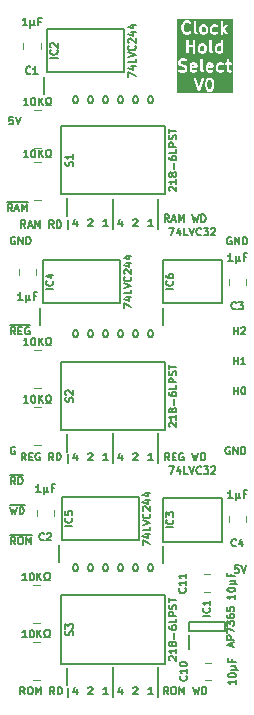
<source format=gto>
%TF.GenerationSoftware,KiCad,Pcbnew,8.0.4*%
%TF.CreationDate,2024-08-21T09:29:20+02:00*%
%TF.ProjectId,Clock Hold Select,436c6f63-6b20-4486-9f6c-642053656c65,rev?*%
%TF.SameCoordinates,PX54c81a0PY37b6b20*%
%TF.FileFunction,Legend,Top*%
%TF.FilePolarity,Positive*%
%FSLAX46Y46*%
G04 Gerber Fmt 4.6, Leading zero omitted, Abs format (unit mm)*
G04 Created by KiCad (PCBNEW 8.0.4) date 2024-08-21 09:29:20*
%MOMM*%
%LPD*%
G01*
G04 APERTURE LIST*
%ADD10C,0.150000*%
%ADD11C,0.200000*%
%ADD12C,0.127000*%
%ADD13C,0.120000*%
%ADD14C,0.100000*%
G04 APERTURE END LIST*
D10*
X13970000Y-53848000D02*
X13970000Y-51308000D01*
X10160000Y-14224000D02*
X10160000Y-11684000D01*
X13970000Y-14224000D02*
X13970000Y-11684000D01*
X10160000Y-53848000D02*
X10160000Y-51308000D01*
X6350000Y-53848000D02*
X6350000Y-53086000D01*
X13970000Y-34036000D02*
X13970000Y-31496000D01*
X6350000Y-34036000D02*
X6350000Y-33274000D01*
X10160000Y-34036000D02*
X10160000Y-31496000D01*
X6350000Y-14224000D02*
X6350000Y-13462000D01*
X9706428Y-14001963D02*
X9343571Y-14001963D01*
X9524999Y-14001963D02*
X9524999Y-13366963D01*
X9524999Y-13366963D02*
X9464523Y-13457677D01*
X9464523Y-13457677D02*
X9404047Y-13518153D01*
X9404047Y-13518153D02*
X9343571Y-13548391D01*
X20039887Y-32701201D02*
X19979411Y-32670963D01*
X19979411Y-32670963D02*
X19888697Y-32670963D01*
X19888697Y-32670963D02*
X19797982Y-32701201D01*
X19797982Y-32701201D02*
X19737506Y-32761677D01*
X19737506Y-32761677D02*
X19707268Y-32822153D01*
X19707268Y-32822153D02*
X19677030Y-32943105D01*
X19677030Y-32943105D02*
X19677030Y-33033820D01*
X19677030Y-33033820D02*
X19707268Y-33154772D01*
X19707268Y-33154772D02*
X19737506Y-33215248D01*
X19737506Y-33215248D02*
X19797982Y-33275725D01*
X19797982Y-33275725D02*
X19888697Y-33305963D01*
X19888697Y-33305963D02*
X19949173Y-33305963D01*
X19949173Y-33305963D02*
X20039887Y-33275725D01*
X20039887Y-33275725D02*
X20070125Y-33245486D01*
X20070125Y-33245486D02*
X20070125Y-33033820D01*
X20070125Y-33033820D02*
X19949173Y-33033820D01*
X20342268Y-33305963D02*
X20342268Y-32670963D01*
X20342268Y-32670963D02*
X20705125Y-33305963D01*
X20705125Y-33305963D02*
X20705125Y-32670963D01*
X21007506Y-33305963D02*
X21007506Y-32670963D01*
X21007506Y-32670963D02*
X21158696Y-32670963D01*
X21158696Y-32670963D02*
X21249411Y-32701201D01*
X21249411Y-32701201D02*
X21309887Y-32761677D01*
X21309887Y-32761677D02*
X21340125Y-32822153D01*
X21340125Y-32822153D02*
X21370363Y-32943105D01*
X21370363Y-32943105D02*
X21370363Y-33033820D01*
X21370363Y-33033820D02*
X21340125Y-33154772D01*
X21340125Y-33154772D02*
X21309887Y-33215248D01*
X21309887Y-33215248D02*
X21249411Y-33275725D01*
X21249411Y-33275725D02*
X21158696Y-33305963D01*
X21158696Y-33305963D02*
X21007506Y-33305963D01*
X2688166Y-53625963D02*
X2476499Y-53323582D01*
X2325309Y-53625963D02*
X2325309Y-52990963D01*
X2325309Y-52990963D02*
X2567214Y-52990963D01*
X2567214Y-52990963D02*
X2627690Y-53021201D01*
X2627690Y-53021201D02*
X2657928Y-53051439D01*
X2657928Y-53051439D02*
X2688166Y-53111915D01*
X2688166Y-53111915D02*
X2688166Y-53202629D01*
X2688166Y-53202629D02*
X2657928Y-53263105D01*
X2657928Y-53263105D02*
X2627690Y-53293344D01*
X2627690Y-53293344D02*
X2567214Y-53323582D01*
X2567214Y-53323582D02*
X2325309Y-53323582D01*
X3081261Y-52990963D02*
X3202214Y-52990963D01*
X3202214Y-52990963D02*
X3262690Y-53021201D01*
X3262690Y-53021201D02*
X3323166Y-53081677D01*
X3323166Y-53081677D02*
X3353404Y-53202629D01*
X3353404Y-53202629D02*
X3353404Y-53414296D01*
X3353404Y-53414296D02*
X3323166Y-53535248D01*
X3323166Y-53535248D02*
X3262690Y-53595725D01*
X3262690Y-53595725D02*
X3202214Y-53625963D01*
X3202214Y-53625963D02*
X3081261Y-53625963D01*
X3081261Y-53625963D02*
X3020785Y-53595725D01*
X3020785Y-53595725D02*
X2960309Y-53535248D01*
X2960309Y-53535248D02*
X2930071Y-53414296D01*
X2930071Y-53414296D02*
X2930071Y-53202629D01*
X2930071Y-53202629D02*
X2960309Y-53081677D01*
X2960309Y-53081677D02*
X3020785Y-53021201D01*
X3020785Y-53021201D02*
X3081261Y-52990963D01*
X3625547Y-53625963D02*
X3625547Y-52990963D01*
X3625547Y-52990963D02*
X3837214Y-53444534D01*
X3837214Y-53444534D02*
X4048880Y-52990963D01*
X4048880Y-52990963D02*
X4048880Y-53625963D01*
X5197928Y-53625963D02*
X4986261Y-53323582D01*
X4835071Y-53625963D02*
X4835071Y-52990963D01*
X4835071Y-52990963D02*
X5076976Y-52990963D01*
X5076976Y-52990963D02*
X5137452Y-53021201D01*
X5137452Y-53021201D02*
X5167690Y-53051439D01*
X5167690Y-53051439D02*
X5197928Y-53111915D01*
X5197928Y-53111915D02*
X5197928Y-53202629D01*
X5197928Y-53202629D02*
X5167690Y-53263105D01*
X5167690Y-53263105D02*
X5137452Y-53293344D01*
X5137452Y-53293344D02*
X5076976Y-53323582D01*
X5076976Y-53323582D02*
X4835071Y-53323582D01*
X5470071Y-53625963D02*
X5470071Y-52990963D01*
X5470071Y-52990963D02*
X5621261Y-52990963D01*
X5621261Y-52990963D02*
X5711976Y-53021201D01*
X5711976Y-53021201D02*
X5772452Y-53081677D01*
X5772452Y-53081677D02*
X5802690Y-53142153D01*
X5802690Y-53142153D02*
X5832928Y-53263105D01*
X5832928Y-53263105D02*
X5832928Y-53353820D01*
X5832928Y-53353820D02*
X5802690Y-53474772D01*
X5802690Y-53474772D02*
X5772452Y-53535248D01*
X5772452Y-53535248D02*
X5711976Y-53595725D01*
X5711976Y-53595725D02*
X5621261Y-53625963D01*
X5621261Y-53625963D02*
X5470071Y-53625963D01*
X11883571Y-53051439D02*
X11913809Y-53021201D01*
X11913809Y-53021201D02*
X11974285Y-52990963D01*
X11974285Y-52990963D02*
X12125476Y-52990963D01*
X12125476Y-52990963D02*
X12185952Y-53021201D01*
X12185952Y-53021201D02*
X12216190Y-53051439D01*
X12216190Y-53051439D02*
X12246428Y-53111915D01*
X12246428Y-53111915D02*
X12246428Y-53172391D01*
X12246428Y-53172391D02*
X12216190Y-53263105D01*
X12216190Y-53263105D02*
X11853333Y-53625963D01*
X11853333Y-53625963D02*
X12246428Y-53625963D01*
X9706428Y-53625963D02*
X9343571Y-53625963D01*
X9524999Y-53625963D02*
X9524999Y-52990963D01*
X9524999Y-52990963D02*
X9464523Y-53081677D01*
X9464523Y-53081677D02*
X9404047Y-53142153D01*
X9404047Y-53142153D02*
X9343571Y-53172391D01*
X10764761Y-22764963D02*
X10825238Y-22764963D01*
X10825238Y-22764963D02*
X10885714Y-22795201D01*
X10885714Y-22795201D02*
X10915952Y-22825439D01*
X10915952Y-22825439D02*
X10946190Y-22885915D01*
X10946190Y-22885915D02*
X10976428Y-23006867D01*
X10976428Y-23006867D02*
X10976428Y-23158058D01*
X10976428Y-23158058D02*
X10946190Y-23279010D01*
X10946190Y-23279010D02*
X10915952Y-23339486D01*
X10915952Y-23339486D02*
X10885714Y-23369725D01*
X10885714Y-23369725D02*
X10825238Y-23399963D01*
X10825238Y-23399963D02*
X10764761Y-23399963D01*
X10764761Y-23399963D02*
X10704285Y-23369725D01*
X10704285Y-23369725D02*
X10674047Y-23339486D01*
X10674047Y-23339486D02*
X10643809Y-23279010D01*
X10643809Y-23279010D02*
X10613571Y-23158058D01*
X10613571Y-23158058D02*
X10613571Y-23006867D01*
X10613571Y-23006867D02*
X10643809Y-22885915D01*
X10643809Y-22885915D02*
X10674047Y-22825439D01*
X10674047Y-22825439D02*
X10704285Y-22795201D01*
X10704285Y-22795201D02*
X10764761Y-22764963D01*
X9494761Y-42576963D02*
X9555238Y-42576963D01*
X9555238Y-42576963D02*
X9615714Y-42607201D01*
X9615714Y-42607201D02*
X9645952Y-42637439D01*
X9645952Y-42637439D02*
X9676190Y-42697915D01*
X9676190Y-42697915D02*
X9706428Y-42818867D01*
X9706428Y-42818867D02*
X9706428Y-42970058D01*
X9706428Y-42970058D02*
X9676190Y-43091010D01*
X9676190Y-43091010D02*
X9645952Y-43151486D01*
X9645952Y-43151486D02*
X9615714Y-43181725D01*
X9615714Y-43181725D02*
X9555238Y-43211963D01*
X9555238Y-43211963D02*
X9494761Y-43211963D01*
X9494761Y-43211963D02*
X9434285Y-43181725D01*
X9434285Y-43181725D02*
X9404047Y-43151486D01*
X9404047Y-43151486D02*
X9373809Y-43091010D01*
X9373809Y-43091010D02*
X9343571Y-42970058D01*
X9343571Y-42970058D02*
X9343571Y-42818867D01*
X9343571Y-42818867D02*
X9373809Y-42697915D01*
X9373809Y-42697915D02*
X9404047Y-42637439D01*
X9404047Y-42637439D02*
X9434285Y-42607201D01*
X9434285Y-42607201D02*
X9494761Y-42576963D01*
X13516428Y-33813963D02*
X13153571Y-33813963D01*
X13334999Y-33813963D02*
X13334999Y-33178963D01*
X13334999Y-33178963D02*
X13274523Y-33269677D01*
X13274523Y-33269677D02*
X13214047Y-33330153D01*
X13214047Y-33330153D02*
X13153571Y-33360391D01*
X9494761Y-2952963D02*
X9555238Y-2952963D01*
X9555238Y-2952963D02*
X9615714Y-2983201D01*
X9615714Y-2983201D02*
X9645952Y-3013439D01*
X9645952Y-3013439D02*
X9676190Y-3073915D01*
X9676190Y-3073915D02*
X9706428Y-3194867D01*
X9706428Y-3194867D02*
X9706428Y-3346058D01*
X9706428Y-3346058D02*
X9676190Y-3467010D01*
X9676190Y-3467010D02*
X9645952Y-3527486D01*
X9645952Y-3527486D02*
X9615714Y-3557725D01*
X9615714Y-3557725D02*
X9555238Y-3587963D01*
X9555238Y-3587963D02*
X9494761Y-3587963D01*
X9494761Y-3587963D02*
X9434285Y-3557725D01*
X9434285Y-3557725D02*
X9404047Y-3527486D01*
X9404047Y-3527486D02*
X9373809Y-3467010D01*
X9373809Y-3467010D02*
X9343571Y-3346058D01*
X9343571Y-3346058D02*
X9343571Y-3194867D01*
X9343571Y-3194867D02*
X9373809Y-3073915D01*
X9373809Y-3073915D02*
X9404047Y-3013439D01*
X9404047Y-3013439D02*
X9434285Y-2983201D01*
X9434285Y-2983201D02*
X9494761Y-2952963D01*
X11883571Y-13427439D02*
X11913809Y-13397201D01*
X11913809Y-13397201D02*
X11974285Y-13366963D01*
X11974285Y-13366963D02*
X12125476Y-13366963D01*
X12125476Y-13366963D02*
X12185952Y-13397201D01*
X12185952Y-13397201D02*
X12216190Y-13427439D01*
X12216190Y-13427439D02*
X12246428Y-13487915D01*
X12246428Y-13487915D02*
X12246428Y-13548391D01*
X12246428Y-13548391D02*
X12216190Y-13639105D01*
X12216190Y-13639105D02*
X11853333Y-14001963D01*
X11853333Y-14001963D02*
X12246428Y-14001963D01*
X8073571Y-53051439D02*
X8103809Y-53021201D01*
X8103809Y-53021201D02*
X8164285Y-52990963D01*
X8164285Y-52990963D02*
X8315476Y-52990963D01*
X8315476Y-52990963D02*
X8375952Y-53021201D01*
X8375952Y-53021201D02*
X8406190Y-53051439D01*
X8406190Y-53051439D02*
X8436428Y-53111915D01*
X8436428Y-53111915D02*
X8436428Y-53172391D01*
X8436428Y-53172391D02*
X8406190Y-53263105D01*
X8406190Y-53263105D02*
X8043333Y-53625963D01*
X8043333Y-53625963D02*
X8436428Y-53625963D01*
X8224761Y-2952963D02*
X8285238Y-2952963D01*
X8285238Y-2952963D02*
X8345714Y-2983201D01*
X8345714Y-2983201D02*
X8375952Y-3013439D01*
X8375952Y-3013439D02*
X8406190Y-3073915D01*
X8406190Y-3073915D02*
X8436428Y-3194867D01*
X8436428Y-3194867D02*
X8436428Y-3346058D01*
X8436428Y-3346058D02*
X8406190Y-3467010D01*
X8406190Y-3467010D02*
X8375952Y-3527486D01*
X8375952Y-3527486D02*
X8345714Y-3557725D01*
X8345714Y-3557725D02*
X8285238Y-3587963D01*
X8285238Y-3587963D02*
X8224761Y-3587963D01*
X8224761Y-3587963D02*
X8164285Y-3557725D01*
X8164285Y-3557725D02*
X8134047Y-3527486D01*
X8134047Y-3527486D02*
X8103809Y-3467010D01*
X8103809Y-3467010D02*
X8073571Y-3346058D01*
X8073571Y-3346058D02*
X8073571Y-3194867D01*
X8073571Y-3194867D02*
X8103809Y-3073915D01*
X8103809Y-3073915D02*
X8134047Y-3013439D01*
X8134047Y-3013439D02*
X8164285Y-2983201D01*
X8164285Y-2983201D02*
X8224761Y-2952963D01*
X12034761Y-2952963D02*
X12095238Y-2952963D01*
X12095238Y-2952963D02*
X12155714Y-2983201D01*
X12155714Y-2983201D02*
X12185952Y-3013439D01*
X12185952Y-3013439D02*
X12216190Y-3073915D01*
X12216190Y-3073915D02*
X12246428Y-3194867D01*
X12246428Y-3194867D02*
X12246428Y-3346058D01*
X12246428Y-3346058D02*
X12216190Y-3467010D01*
X12216190Y-3467010D02*
X12185952Y-3527486D01*
X12185952Y-3527486D02*
X12155714Y-3557725D01*
X12155714Y-3557725D02*
X12095238Y-3587963D01*
X12095238Y-3587963D02*
X12034761Y-3587963D01*
X12034761Y-3587963D02*
X11974285Y-3557725D01*
X11974285Y-3557725D02*
X11944047Y-3527486D01*
X11944047Y-3527486D02*
X11913809Y-3467010D01*
X11913809Y-3467010D02*
X11883571Y-3346058D01*
X11883571Y-3346058D02*
X11883571Y-3194867D01*
X11883571Y-3194867D02*
X11913809Y-3073915D01*
X11913809Y-3073915D02*
X11944047Y-3013439D01*
X11944047Y-3013439D02*
X11974285Y-2983201D01*
X11974285Y-2983201D02*
X12034761Y-2952963D01*
X1695255Y-4730963D02*
X1392874Y-4730963D01*
X1392874Y-4730963D02*
X1362636Y-5033344D01*
X1362636Y-5033344D02*
X1392874Y-5003105D01*
X1392874Y-5003105D02*
X1453350Y-4972867D01*
X1453350Y-4972867D02*
X1604541Y-4972867D01*
X1604541Y-4972867D02*
X1665017Y-5003105D01*
X1665017Y-5003105D02*
X1695255Y-5033344D01*
X1695255Y-5033344D02*
X1725493Y-5093820D01*
X1725493Y-5093820D02*
X1725493Y-5245010D01*
X1725493Y-5245010D02*
X1695255Y-5305486D01*
X1695255Y-5305486D02*
X1665017Y-5335725D01*
X1665017Y-5335725D02*
X1604541Y-5365963D01*
X1604541Y-5365963D02*
X1453350Y-5365963D01*
X1453350Y-5365963D02*
X1392874Y-5335725D01*
X1392874Y-5335725D02*
X1362636Y-5305486D01*
X1906922Y-4730963D02*
X2118588Y-5365963D01*
X2118588Y-5365963D02*
X2330255Y-4730963D01*
X13516428Y-14001963D02*
X13153571Y-14001963D01*
X13334999Y-14001963D02*
X13334999Y-13366963D01*
X13334999Y-13366963D02*
X13274523Y-13457677D01*
X13274523Y-13457677D02*
X13214047Y-13518153D01*
X13214047Y-13518153D02*
X13153571Y-13548391D01*
X13516428Y-53625963D02*
X13153571Y-53625963D01*
X13334999Y-53625963D02*
X13334999Y-52990963D01*
X13334999Y-52990963D02*
X13274523Y-53081677D01*
X13274523Y-53081677D02*
X13214047Y-53142153D01*
X13214047Y-53142153D02*
X13153571Y-53172391D01*
X14925523Y-33813963D02*
X14713856Y-33511582D01*
X14562666Y-33813963D02*
X14562666Y-33178963D01*
X14562666Y-33178963D02*
X14804571Y-33178963D01*
X14804571Y-33178963D02*
X14865047Y-33209201D01*
X14865047Y-33209201D02*
X14895285Y-33239439D01*
X14895285Y-33239439D02*
X14925523Y-33299915D01*
X14925523Y-33299915D02*
X14925523Y-33390629D01*
X14925523Y-33390629D02*
X14895285Y-33451105D01*
X14895285Y-33451105D02*
X14865047Y-33481344D01*
X14865047Y-33481344D02*
X14804571Y-33511582D01*
X14804571Y-33511582D02*
X14562666Y-33511582D01*
X15197666Y-33481344D02*
X15409333Y-33481344D01*
X15500047Y-33813963D02*
X15197666Y-33813963D01*
X15197666Y-33813963D02*
X15197666Y-33178963D01*
X15197666Y-33178963D02*
X15500047Y-33178963D01*
X16104809Y-33209201D02*
X16044333Y-33178963D01*
X16044333Y-33178963D02*
X15953619Y-33178963D01*
X15953619Y-33178963D02*
X15862904Y-33209201D01*
X15862904Y-33209201D02*
X15802428Y-33269677D01*
X15802428Y-33269677D02*
X15772190Y-33330153D01*
X15772190Y-33330153D02*
X15741952Y-33451105D01*
X15741952Y-33451105D02*
X15741952Y-33541820D01*
X15741952Y-33541820D02*
X15772190Y-33662772D01*
X15772190Y-33662772D02*
X15802428Y-33723248D01*
X15802428Y-33723248D02*
X15862904Y-33783725D01*
X15862904Y-33783725D02*
X15953619Y-33813963D01*
X15953619Y-33813963D02*
X16014095Y-33813963D01*
X16014095Y-33813963D02*
X16104809Y-33783725D01*
X16104809Y-33783725D02*
X16135047Y-33753486D01*
X16135047Y-33753486D02*
X16135047Y-33541820D01*
X16135047Y-33541820D02*
X16014095Y-33541820D01*
X16830524Y-33178963D02*
X16981714Y-33813963D01*
X16981714Y-33813963D02*
X17102667Y-33360391D01*
X17102667Y-33360391D02*
X17223619Y-33813963D01*
X17223619Y-33813963D02*
X17374810Y-33178963D01*
X17616714Y-33813963D02*
X17616714Y-33178963D01*
X17616714Y-33178963D02*
X17767904Y-33178963D01*
X17767904Y-33178963D02*
X17858619Y-33209201D01*
X17858619Y-33209201D02*
X17919095Y-33269677D01*
X17919095Y-33269677D02*
X17949333Y-33330153D01*
X17949333Y-33330153D02*
X17979571Y-33451105D01*
X17979571Y-33451105D02*
X17979571Y-33541820D01*
X17979571Y-33541820D02*
X17949333Y-33662772D01*
X17949333Y-33662772D02*
X17919095Y-33723248D01*
X17919095Y-33723248D02*
X17858619Y-33783725D01*
X17858619Y-33783725D02*
X17767904Y-33813963D01*
X17767904Y-33813963D02*
X17616714Y-33813963D01*
X2778880Y-33813963D02*
X2567213Y-33511582D01*
X2416023Y-33813963D02*
X2416023Y-33178963D01*
X2416023Y-33178963D02*
X2657928Y-33178963D01*
X2657928Y-33178963D02*
X2718404Y-33209201D01*
X2718404Y-33209201D02*
X2748642Y-33239439D01*
X2748642Y-33239439D02*
X2778880Y-33299915D01*
X2778880Y-33299915D02*
X2778880Y-33390629D01*
X2778880Y-33390629D02*
X2748642Y-33451105D01*
X2748642Y-33451105D02*
X2718404Y-33481344D01*
X2718404Y-33481344D02*
X2657928Y-33511582D01*
X2657928Y-33511582D02*
X2416023Y-33511582D01*
X3051023Y-33481344D02*
X3262690Y-33481344D01*
X3353404Y-33813963D02*
X3051023Y-33813963D01*
X3051023Y-33813963D02*
X3051023Y-33178963D01*
X3051023Y-33178963D02*
X3353404Y-33178963D01*
X3958166Y-33209201D02*
X3897690Y-33178963D01*
X3897690Y-33178963D02*
X3806976Y-33178963D01*
X3806976Y-33178963D02*
X3716261Y-33209201D01*
X3716261Y-33209201D02*
X3655785Y-33269677D01*
X3655785Y-33269677D02*
X3625547Y-33330153D01*
X3625547Y-33330153D02*
X3595309Y-33451105D01*
X3595309Y-33451105D02*
X3595309Y-33541820D01*
X3595309Y-33541820D02*
X3625547Y-33662772D01*
X3625547Y-33662772D02*
X3655785Y-33723248D01*
X3655785Y-33723248D02*
X3716261Y-33783725D01*
X3716261Y-33783725D02*
X3806976Y-33813963D01*
X3806976Y-33813963D02*
X3867452Y-33813963D01*
X3867452Y-33813963D02*
X3958166Y-33783725D01*
X3958166Y-33783725D02*
X3988404Y-33753486D01*
X3988404Y-33753486D02*
X3988404Y-33541820D01*
X3988404Y-33541820D02*
X3867452Y-33541820D01*
X5107214Y-33813963D02*
X4895547Y-33511582D01*
X4744357Y-33813963D02*
X4744357Y-33178963D01*
X4744357Y-33178963D02*
X4986262Y-33178963D01*
X4986262Y-33178963D02*
X5046738Y-33209201D01*
X5046738Y-33209201D02*
X5076976Y-33239439D01*
X5076976Y-33239439D02*
X5107214Y-33299915D01*
X5107214Y-33299915D02*
X5107214Y-33390629D01*
X5107214Y-33390629D02*
X5076976Y-33451105D01*
X5076976Y-33451105D02*
X5046738Y-33481344D01*
X5046738Y-33481344D02*
X4986262Y-33511582D01*
X4986262Y-33511582D02*
X4744357Y-33511582D01*
X5379357Y-33813963D02*
X5379357Y-33178963D01*
X5379357Y-33178963D02*
X5530547Y-33178963D01*
X5530547Y-33178963D02*
X5621262Y-33209201D01*
X5621262Y-33209201D02*
X5681738Y-33269677D01*
X5681738Y-33269677D02*
X5711976Y-33330153D01*
X5711976Y-33330153D02*
X5742214Y-33451105D01*
X5742214Y-33451105D02*
X5742214Y-33541820D01*
X5742214Y-33541820D02*
X5711976Y-33662772D01*
X5711976Y-33662772D02*
X5681738Y-33723248D01*
X5681738Y-33723248D02*
X5621262Y-33783725D01*
X5621262Y-33783725D02*
X5530547Y-33813963D01*
X5530547Y-33813963D02*
X5379357Y-33813963D01*
X1459398Y-37750963D02*
X1610588Y-38385963D01*
X1610588Y-38385963D02*
X1731541Y-37932391D01*
X1731541Y-37932391D02*
X1852493Y-38385963D01*
X1852493Y-38385963D02*
X2003684Y-37750963D01*
X2245588Y-38385963D02*
X2245588Y-37750963D01*
X2245588Y-37750963D02*
X2396778Y-37750963D01*
X2396778Y-37750963D02*
X2487493Y-37781201D01*
X2487493Y-37781201D02*
X2547969Y-37841677D01*
X2547969Y-37841677D02*
X2578207Y-37902153D01*
X2578207Y-37902153D02*
X2608445Y-38023105D01*
X2608445Y-38023105D02*
X2608445Y-38113820D01*
X2608445Y-38113820D02*
X2578207Y-38234772D01*
X2578207Y-38234772D02*
X2547969Y-38295248D01*
X2547969Y-38295248D02*
X2487493Y-38355725D01*
X2487493Y-38355725D02*
X2396778Y-38385963D01*
X2396778Y-38385963D02*
X2245588Y-38385963D01*
X1432184Y-37574675D02*
X2665898Y-37574675D01*
X6954761Y-42576963D02*
X7015238Y-42576963D01*
X7015238Y-42576963D02*
X7075714Y-42607201D01*
X7075714Y-42607201D02*
X7105952Y-42637439D01*
X7105952Y-42637439D02*
X7136190Y-42697915D01*
X7136190Y-42697915D02*
X7166428Y-42818867D01*
X7166428Y-42818867D02*
X7166428Y-42970058D01*
X7166428Y-42970058D02*
X7136190Y-43091010D01*
X7136190Y-43091010D02*
X7105952Y-43151486D01*
X7105952Y-43151486D02*
X7075714Y-43181725D01*
X7075714Y-43181725D02*
X7015238Y-43211963D01*
X7015238Y-43211963D02*
X6954761Y-43211963D01*
X6954761Y-43211963D02*
X6894285Y-43181725D01*
X6894285Y-43181725D02*
X6864047Y-43151486D01*
X6864047Y-43151486D02*
X6833809Y-43091010D01*
X6833809Y-43091010D02*
X6803571Y-42970058D01*
X6803571Y-42970058D02*
X6803571Y-42818867D01*
X6803571Y-42818867D02*
X6833809Y-42697915D01*
X6833809Y-42697915D02*
X6864047Y-42637439D01*
X6864047Y-42637439D02*
X6894285Y-42607201D01*
X6894285Y-42607201D02*
X6954761Y-42576963D01*
X1882731Y-23145963D02*
X1671064Y-22843582D01*
X1519874Y-23145963D02*
X1519874Y-22510963D01*
X1519874Y-22510963D02*
X1761779Y-22510963D01*
X1761779Y-22510963D02*
X1822255Y-22541201D01*
X1822255Y-22541201D02*
X1852493Y-22571439D01*
X1852493Y-22571439D02*
X1882731Y-22631915D01*
X1882731Y-22631915D02*
X1882731Y-22722629D01*
X1882731Y-22722629D02*
X1852493Y-22783105D01*
X1852493Y-22783105D02*
X1822255Y-22813344D01*
X1822255Y-22813344D02*
X1761779Y-22843582D01*
X1761779Y-22843582D02*
X1519874Y-22843582D01*
X2154874Y-22813344D02*
X2366541Y-22813344D01*
X2457255Y-23145963D02*
X2154874Y-23145963D01*
X2154874Y-23145963D02*
X2154874Y-22510963D01*
X2154874Y-22510963D02*
X2457255Y-22510963D01*
X3062017Y-22541201D02*
X3001541Y-22510963D01*
X3001541Y-22510963D02*
X2910827Y-22510963D01*
X2910827Y-22510963D02*
X2820112Y-22541201D01*
X2820112Y-22541201D02*
X2759636Y-22601677D01*
X2759636Y-22601677D02*
X2729398Y-22662153D01*
X2729398Y-22662153D02*
X2699160Y-22783105D01*
X2699160Y-22783105D02*
X2699160Y-22873820D01*
X2699160Y-22873820D02*
X2729398Y-22994772D01*
X2729398Y-22994772D02*
X2759636Y-23055248D01*
X2759636Y-23055248D02*
X2820112Y-23115725D01*
X2820112Y-23115725D02*
X2910827Y-23145963D01*
X2910827Y-23145963D02*
X2971303Y-23145963D01*
X2971303Y-23145963D02*
X3062017Y-23115725D01*
X3062017Y-23115725D02*
X3092255Y-23085486D01*
X3092255Y-23085486D02*
X3092255Y-22873820D01*
X3092255Y-22873820D02*
X2971303Y-22873820D01*
X1432184Y-22334675D02*
X3149708Y-22334675D01*
X2748642Y-14128963D02*
X2536975Y-13826582D01*
X2385785Y-14128963D02*
X2385785Y-13493963D01*
X2385785Y-13493963D02*
X2627690Y-13493963D01*
X2627690Y-13493963D02*
X2688166Y-13524201D01*
X2688166Y-13524201D02*
X2718404Y-13554439D01*
X2718404Y-13554439D02*
X2748642Y-13614915D01*
X2748642Y-13614915D02*
X2748642Y-13705629D01*
X2748642Y-13705629D02*
X2718404Y-13766105D01*
X2718404Y-13766105D02*
X2688166Y-13796344D01*
X2688166Y-13796344D02*
X2627690Y-13826582D01*
X2627690Y-13826582D02*
X2385785Y-13826582D01*
X2990547Y-13947534D02*
X3292928Y-13947534D01*
X2930071Y-14128963D02*
X3141737Y-13493963D01*
X3141737Y-13493963D02*
X3353404Y-14128963D01*
X3565071Y-14128963D02*
X3565071Y-13493963D01*
X3565071Y-13493963D02*
X3776738Y-13947534D01*
X3776738Y-13947534D02*
X3988404Y-13493963D01*
X3988404Y-13493963D02*
X3988404Y-14128963D01*
X5137452Y-14128963D02*
X4925785Y-13826582D01*
X4774595Y-14128963D02*
X4774595Y-13493963D01*
X4774595Y-13493963D02*
X5016500Y-13493963D01*
X5016500Y-13493963D02*
X5076976Y-13524201D01*
X5076976Y-13524201D02*
X5107214Y-13554439D01*
X5107214Y-13554439D02*
X5137452Y-13614915D01*
X5137452Y-13614915D02*
X5137452Y-13705629D01*
X5137452Y-13705629D02*
X5107214Y-13766105D01*
X5107214Y-13766105D02*
X5076976Y-13796344D01*
X5076976Y-13796344D02*
X5016500Y-13826582D01*
X5016500Y-13826582D02*
X4774595Y-13826582D01*
X5409595Y-14128963D02*
X5409595Y-13493963D01*
X5409595Y-13493963D02*
X5560785Y-13493963D01*
X5560785Y-13493963D02*
X5651500Y-13524201D01*
X5651500Y-13524201D02*
X5711976Y-13584677D01*
X5711976Y-13584677D02*
X5742214Y-13645153D01*
X5742214Y-13645153D02*
X5772452Y-13766105D01*
X5772452Y-13766105D02*
X5772452Y-13856820D01*
X5772452Y-13856820D02*
X5742214Y-13977772D01*
X5742214Y-13977772D02*
X5711976Y-14038248D01*
X5711976Y-14038248D02*
X5651500Y-14098725D01*
X5651500Y-14098725D02*
X5560785Y-14128963D01*
X5560785Y-14128963D02*
X5409595Y-14128963D01*
X8073571Y-33239439D02*
X8103809Y-33209201D01*
X8103809Y-33209201D02*
X8164285Y-33178963D01*
X8164285Y-33178963D02*
X8315476Y-33178963D01*
X8315476Y-33178963D02*
X8375952Y-33209201D01*
X8375952Y-33209201D02*
X8406190Y-33239439D01*
X8406190Y-33239439D02*
X8436428Y-33299915D01*
X8436428Y-33299915D02*
X8436428Y-33360391D01*
X8436428Y-33360391D02*
X8406190Y-33451105D01*
X8406190Y-33451105D02*
X8043333Y-33813963D01*
X8043333Y-33813963D02*
X8436428Y-33813963D01*
X8224761Y-42576963D02*
X8285238Y-42576963D01*
X8285238Y-42576963D02*
X8345714Y-42607201D01*
X8345714Y-42607201D02*
X8375952Y-42637439D01*
X8375952Y-42637439D02*
X8406190Y-42697915D01*
X8406190Y-42697915D02*
X8436428Y-42818867D01*
X8436428Y-42818867D02*
X8436428Y-42970058D01*
X8436428Y-42970058D02*
X8406190Y-43091010D01*
X8406190Y-43091010D02*
X8375952Y-43151486D01*
X8375952Y-43151486D02*
X8345714Y-43181725D01*
X8345714Y-43181725D02*
X8285238Y-43211963D01*
X8285238Y-43211963D02*
X8224761Y-43211963D01*
X8224761Y-43211963D02*
X8164285Y-43181725D01*
X8164285Y-43181725D02*
X8134047Y-43151486D01*
X8134047Y-43151486D02*
X8103809Y-43091010D01*
X8103809Y-43091010D02*
X8073571Y-42970058D01*
X8073571Y-42970058D02*
X8073571Y-42818867D01*
X8073571Y-42818867D02*
X8103809Y-42697915D01*
X8103809Y-42697915D02*
X8134047Y-42637439D01*
X8134047Y-42637439D02*
X8164285Y-42607201D01*
X8164285Y-42607201D02*
X8224761Y-42576963D01*
D11*
G36*
X18419192Y-1615940D02*
G01*
X18443861Y-1640608D01*
X18479314Y-1711515D01*
X18521285Y-1879396D01*
X18521285Y-2092872D01*
X18479314Y-2260753D01*
X18443861Y-2331659D01*
X18419192Y-2356329D01*
X18359583Y-2386135D01*
X18311559Y-2386135D01*
X18251949Y-2356330D01*
X18227282Y-2331662D01*
X18191827Y-2260753D01*
X18149857Y-2092872D01*
X18149857Y-1879397D01*
X18191827Y-1711515D01*
X18227281Y-1640608D01*
X18251949Y-1615939D01*
X18311559Y-1586135D01*
X18359583Y-1586135D01*
X18419192Y-1615940D01*
G37*
G36*
X17094368Y-331679D02*
G01*
X17111818Y-366579D01*
X16840333Y-420876D01*
X16840333Y-375988D01*
X16862488Y-331678D01*
X16906797Y-309524D01*
X17050059Y-309524D01*
X17094368Y-331679D01*
G37*
G36*
X18475321Y-331679D02*
G01*
X18492771Y-366579D01*
X18221286Y-420876D01*
X18221286Y-375988D01*
X18243441Y-331678D01*
X18287750Y-309524D01*
X18431012Y-309524D01*
X18475321Y-331679D01*
G37*
G36*
X17823954Y1270615D02*
G01*
X17848623Y1245947D01*
X17878428Y1186337D01*
X17878428Y947837D01*
X17848623Y888229D01*
X17823954Y863559D01*
X17764345Y833753D01*
X17668702Y833753D01*
X17609092Y863558D01*
X17584425Y888226D01*
X17554619Y947838D01*
X17554619Y1186337D01*
X17584424Y1245947D01*
X17609092Y1270616D01*
X17668702Y1300420D01*
X17764345Y1300420D01*
X17823954Y1270615D01*
G37*
G36*
X19259381Y1290998D02*
G01*
X19259381Y843176D01*
X19240536Y833753D01*
X19097274Y833753D01*
X19037664Y863558D01*
X19012997Y888226D01*
X18983191Y947838D01*
X18983191Y1186337D01*
X19012996Y1245947D01*
X19037664Y1270616D01*
X19097274Y1300420D01*
X19240536Y1300420D01*
X19259381Y1290998D01*
G37*
G36*
X17943002Y2880559D02*
G01*
X17967671Y2855891D01*
X17997476Y2796281D01*
X17997476Y2557781D01*
X17967671Y2498173D01*
X17943002Y2473503D01*
X17883393Y2443697D01*
X17787750Y2443697D01*
X17728140Y2473502D01*
X17703473Y2498170D01*
X17673667Y2557782D01*
X17673667Y2796281D01*
X17703472Y2855891D01*
X17728140Y2880560D01*
X17787750Y2910364D01*
X17883393Y2910364D01*
X17943002Y2880559D01*
G37*
G36*
X20330476Y-2697246D02*
G01*
X15576841Y-2697246D01*
X15576841Y-1498642D01*
X16998261Y-1498642D01*
X17002608Y-1517758D01*
X17335941Y-2517757D01*
X17343932Y-2535658D01*
X17348615Y-2541057D01*
X17351810Y-2547447D01*
X17361281Y-2555662D01*
X17369497Y-2565134D01*
X17375885Y-2568328D01*
X17381286Y-2573012D01*
X17393187Y-2576979D01*
X17404396Y-2582583D01*
X17411520Y-2583089D01*
X17418302Y-2585350D01*
X17430811Y-2584460D01*
X17443316Y-2585350D01*
X17450094Y-2583090D01*
X17457222Y-2582584D01*
X17468438Y-2576975D01*
X17480332Y-2573011D01*
X17485729Y-2568330D01*
X17492121Y-2565134D01*
X17500339Y-2555658D01*
X17509808Y-2547446D01*
X17513001Y-2541059D01*
X17517686Y-2535658D01*
X17525677Y-2517758D01*
X17742567Y-1867087D01*
X17949857Y-1867087D01*
X17949857Y-2105182D01*
X17950192Y-2108584D01*
X17949975Y-2110043D01*
X17951054Y-2117340D01*
X17951778Y-2124691D01*
X17952342Y-2126054D01*
X17952843Y-2129436D01*
X18000462Y-2319911D01*
X18000975Y-2321348D01*
X18001027Y-2322071D01*
X18004135Y-2330195D01*
X18007057Y-2338372D01*
X18007487Y-2338952D01*
X18008033Y-2340379D01*
X18055652Y-2435617D01*
X18060935Y-2444009D01*
X18061947Y-2446453D01*
X18064203Y-2449202D01*
X18066095Y-2452207D01*
X18068089Y-2453936D01*
X18074384Y-2461606D01*
X18122002Y-2509226D01*
X18129670Y-2515519D01*
X18131402Y-2517516D01*
X18134410Y-2519409D01*
X18137156Y-2521663D01*
X18139596Y-2522673D01*
X18147993Y-2527959D01*
X18243230Y-2575578D01*
X18261539Y-2582584D01*
X18265122Y-2582838D01*
X18268443Y-2584214D01*
X18287952Y-2586135D01*
X18383190Y-2586135D01*
X18402699Y-2584214D01*
X18406019Y-2582838D01*
X18409603Y-2582584D01*
X18427911Y-2575578D01*
X18523149Y-2527959D01*
X18531544Y-2522674D01*
X18533986Y-2521663D01*
X18536733Y-2519407D01*
X18539739Y-2517516D01*
X18541469Y-2515521D01*
X18549139Y-2509226D01*
X18596758Y-2461606D01*
X18603050Y-2453939D01*
X18605047Y-2452208D01*
X18606940Y-2449200D01*
X18609195Y-2446453D01*
X18610206Y-2444011D01*
X18615490Y-2435617D01*
X18663109Y-2340380D01*
X18663655Y-2338951D01*
X18664085Y-2338372D01*
X18667006Y-2330195D01*
X18670115Y-2322071D01*
X18670166Y-2321350D01*
X18670680Y-2319912D01*
X18718299Y-2129436D01*
X18718799Y-2126054D01*
X18719364Y-2124691D01*
X18720087Y-2117340D01*
X18721167Y-2110043D01*
X18720949Y-2108584D01*
X18721285Y-2105182D01*
X18721285Y-1867087D01*
X18720949Y-1863684D01*
X18721167Y-1862226D01*
X18720087Y-1854928D01*
X18719364Y-1847578D01*
X18718799Y-1846214D01*
X18718299Y-1842833D01*
X18670680Y-1652357D01*
X18670166Y-1650918D01*
X18670115Y-1650198D01*
X18667006Y-1642073D01*
X18664085Y-1633897D01*
X18663655Y-1633317D01*
X18663109Y-1631889D01*
X18615490Y-1536652D01*
X18610204Y-1528255D01*
X18609194Y-1525815D01*
X18606940Y-1523069D01*
X18605047Y-1520061D01*
X18603049Y-1518328D01*
X18596757Y-1510662D01*
X18549139Y-1463043D01*
X18541468Y-1456748D01*
X18539739Y-1454754D01*
X18536731Y-1452860D01*
X18533985Y-1450607D01*
X18531545Y-1449596D01*
X18523149Y-1444311D01*
X18427911Y-1396692D01*
X18409603Y-1389686D01*
X18406019Y-1389431D01*
X18402699Y-1388056D01*
X18383190Y-1386135D01*
X18287952Y-1386135D01*
X18268443Y-1388056D01*
X18265122Y-1389431D01*
X18261539Y-1389686D01*
X18243230Y-1396692D01*
X18147993Y-1444311D01*
X18139596Y-1449596D01*
X18137156Y-1450607D01*
X18134410Y-1452860D01*
X18131402Y-1454754D01*
X18129669Y-1456751D01*
X18122003Y-1463044D01*
X18074384Y-1510662D01*
X18068089Y-1518332D01*
X18066095Y-1520062D01*
X18064201Y-1523069D01*
X18061948Y-1525816D01*
X18060937Y-1528255D01*
X18055652Y-1536652D01*
X18008033Y-1631890D01*
X18007487Y-1633316D01*
X18007057Y-1633897D01*
X18004135Y-1642073D01*
X18001027Y-1650198D01*
X18000975Y-1650920D01*
X18000462Y-1652358D01*
X17952843Y-1842833D01*
X17952342Y-1846214D01*
X17951778Y-1847578D01*
X17951054Y-1854928D01*
X17949975Y-1862226D01*
X17950192Y-1863684D01*
X17949857Y-1867087D01*
X17742567Y-1867087D01*
X17859010Y-1517758D01*
X17863357Y-1498643D01*
X17860591Y-1459723D01*
X17843141Y-1424824D01*
X17813665Y-1399259D01*
X17776649Y-1386920D01*
X17737729Y-1389687D01*
X17702830Y-1407136D01*
X17677265Y-1436612D01*
X17669274Y-1454513D01*
X17430809Y-2169907D01*
X17192344Y-1454512D01*
X17184353Y-1436612D01*
X17158788Y-1407136D01*
X17123889Y-1389686D01*
X17084969Y-1386920D01*
X17047953Y-1399258D01*
X17018477Y-1424823D01*
X17001027Y-1459722D01*
X16998261Y-1498642D01*
X15576841Y-1498642D01*
X15576841Y-66667D01*
X15687952Y-66667D01*
X15687952Y-161905D01*
X15689873Y-181414D01*
X15691248Y-184734D01*
X15691503Y-188318D01*
X15698509Y-206626D01*
X15746128Y-301864D01*
X15751413Y-310260D01*
X15752424Y-312700D01*
X15754677Y-315446D01*
X15756571Y-318454D01*
X15758565Y-320183D01*
X15764860Y-327854D01*
X15812479Y-375472D01*
X15820145Y-381764D01*
X15821878Y-383762D01*
X15824886Y-385655D01*
X15827632Y-387909D01*
X15830072Y-388919D01*
X15838469Y-394205D01*
X15933706Y-441824D01*
X15935134Y-442370D01*
X15935714Y-442800D01*
X15943890Y-445721D01*
X15952015Y-448830D01*
X15952735Y-448881D01*
X15954174Y-449395D01*
X16133999Y-494351D01*
X16204906Y-529805D01*
X16229575Y-554473D01*
X16259380Y-614083D01*
X16259380Y-662107D01*
X16229575Y-721715D01*
X16204906Y-746385D01*
X16145297Y-776191D01*
X15947035Y-776191D01*
X15819575Y-733704D01*
X15800459Y-729357D01*
X15761539Y-732123D01*
X15726640Y-749573D01*
X15701075Y-779049D01*
X15688737Y-816065D01*
X15691503Y-854985D01*
X15708953Y-889884D01*
X15738429Y-915449D01*
X15756329Y-923440D01*
X15899186Y-971059D01*
X15908858Y-973258D01*
X15911300Y-974270D01*
X15914837Y-974618D01*
X15918301Y-975406D01*
X15920935Y-975218D01*
X15930809Y-976191D01*
X16168904Y-976191D01*
X16188413Y-974270D01*
X16191733Y-972894D01*
X16195317Y-972640D01*
X16213625Y-965634D01*
X16308863Y-918015D01*
X16317258Y-912730D01*
X16319700Y-911719D01*
X16322447Y-909463D01*
X16325453Y-907572D01*
X16327183Y-905577D01*
X16334853Y-899282D01*
X16382472Y-851662D01*
X16388764Y-843995D01*
X16390761Y-842264D01*
X16392654Y-839256D01*
X16394909Y-836509D01*
X16395920Y-834067D01*
X16401204Y-825673D01*
X16448823Y-730436D01*
X16455829Y-712127D01*
X16456083Y-708543D01*
X16457459Y-705223D01*
X16459380Y-685714D01*
X16459380Y-590476D01*
X16457459Y-570967D01*
X16456083Y-567646D01*
X16455829Y-564063D01*
X16448823Y-545754D01*
X16401204Y-450517D01*
X16395918Y-442120D01*
X16394908Y-439680D01*
X16392654Y-436934D01*
X16390761Y-433926D01*
X16388763Y-432193D01*
X16382471Y-424527D01*
X16334853Y-376908D01*
X16327182Y-370613D01*
X16325453Y-368619D01*
X16322445Y-366725D01*
X16319699Y-364472D01*
X16317259Y-363461D01*
X16308863Y-358176D01*
X16297273Y-352381D01*
X16640333Y-352381D01*
X16640333Y-733333D01*
X16642254Y-752842D01*
X16643629Y-756162D01*
X16643884Y-759745D01*
X16650890Y-778054D01*
X16698509Y-873293D01*
X16700562Y-876556D01*
X16701076Y-878095D01*
X16702738Y-880011D01*
X16708952Y-889883D01*
X16718423Y-898097D01*
X16726640Y-907572D01*
X16736510Y-913784D01*
X16738428Y-915448D01*
X16739968Y-915961D01*
X16743231Y-918015D01*
X16838468Y-965634D01*
X16856777Y-972640D01*
X16860360Y-972894D01*
X16863681Y-974270D01*
X16883190Y-976191D01*
X17073666Y-976191D01*
X17093175Y-974270D01*
X17096495Y-972894D01*
X17100079Y-972640D01*
X17118387Y-965634D01*
X17213625Y-918015D01*
X17230215Y-907572D01*
X17255780Y-878095D01*
X17268118Y-841079D01*
X17265353Y-802159D01*
X17247904Y-767261D01*
X17218427Y-741696D01*
X17181411Y-729357D01*
X17142491Y-732123D01*
X17124182Y-739129D01*
X17050059Y-776191D01*
X16906797Y-776191D01*
X16862487Y-754036D01*
X16840333Y-709726D01*
X16840333Y-624837D01*
X17236029Y-545698D01*
X17236032Y-545698D01*
X17236034Y-545696D01*
X17236134Y-545677D01*
X17254888Y-539967D01*
X17263028Y-534515D01*
X17272080Y-530766D01*
X17279081Y-523764D01*
X17287307Y-518256D01*
X17292741Y-510104D01*
X17299670Y-503176D01*
X17303459Y-494028D01*
X17308951Y-485791D01*
X17310852Y-476180D01*
X17314602Y-467128D01*
X17316523Y-447619D01*
X17316523Y-352381D01*
X17314602Y-332872D01*
X17313226Y-329551D01*
X17312972Y-325968D01*
X17305966Y-307659D01*
X17258347Y-212422D01*
X17256292Y-209158D01*
X17255780Y-207620D01*
X17254118Y-205704D01*
X17247904Y-195831D01*
X17238428Y-187613D01*
X17230215Y-178143D01*
X17220343Y-171929D01*
X17218427Y-170267D01*
X17216888Y-169753D01*
X17213625Y-167700D01*
X17118387Y-120081D01*
X17100079Y-113075D01*
X17096495Y-112820D01*
X17093175Y-111445D01*
X17073666Y-109524D01*
X16883190Y-109524D01*
X16863681Y-111445D01*
X16860360Y-112820D01*
X16856777Y-113075D01*
X16838468Y-120081D01*
X16743231Y-167700D01*
X16739967Y-169754D01*
X16738429Y-170267D01*
X16736513Y-171928D01*
X16726640Y-178143D01*
X16718422Y-187618D01*
X16708952Y-195832D01*
X16702738Y-205703D01*
X16701076Y-207620D01*
X16700562Y-209158D01*
X16698509Y-212422D01*
X16650890Y-307660D01*
X16643884Y-325968D01*
X16643629Y-329551D01*
X16642254Y-332872D01*
X16640333Y-352381D01*
X16297273Y-352381D01*
X16213625Y-310557D01*
X16212198Y-310011D01*
X16211618Y-309581D01*
X16203441Y-306659D01*
X16195317Y-303551D01*
X16194594Y-303499D01*
X16193157Y-302986D01*
X16013332Y-258029D01*
X15942425Y-222576D01*
X15917757Y-197907D01*
X15887952Y-138297D01*
X15887952Y-90274D01*
X15917757Y-30664D01*
X15942425Y-5995D01*
X16002035Y23809D01*
X16200296Y23809D01*
X16327757Y-18678D01*
X16346872Y-23025D01*
X16385792Y-20259D01*
X16420691Y-2809D01*
X16446256Y26667D01*
X16458595Y63683D01*
X16455828Y102603D01*
X16445225Y123809D01*
X17545095Y123809D01*
X17545095Y-733333D01*
X17547016Y-752842D01*
X17548391Y-756162D01*
X17548646Y-759745D01*
X17555652Y-778054D01*
X17603271Y-873293D01*
X17605324Y-876556D01*
X17605838Y-878095D01*
X17607500Y-880011D01*
X17613714Y-889883D01*
X17623185Y-898097D01*
X17631402Y-907572D01*
X17641272Y-913784D01*
X17643190Y-915448D01*
X17644730Y-915961D01*
X17647993Y-918015D01*
X17743230Y-965634D01*
X17761539Y-972640D01*
X17800459Y-975406D01*
X17837475Y-963067D01*
X17866952Y-937502D01*
X17884401Y-902604D01*
X17887166Y-863684D01*
X17874828Y-826668D01*
X17849263Y-797191D01*
X17832673Y-786748D01*
X17767249Y-754036D01*
X17745095Y-709726D01*
X17745095Y-352381D01*
X18021286Y-352381D01*
X18021286Y-733333D01*
X18023207Y-752842D01*
X18024582Y-756162D01*
X18024837Y-759745D01*
X18031843Y-778054D01*
X18079462Y-873293D01*
X18081515Y-876556D01*
X18082029Y-878095D01*
X18083691Y-880011D01*
X18089905Y-889883D01*
X18099376Y-898097D01*
X18107593Y-907572D01*
X18117463Y-913784D01*
X18119381Y-915448D01*
X18120921Y-915961D01*
X18124184Y-918015D01*
X18219421Y-965634D01*
X18237730Y-972640D01*
X18241313Y-972894D01*
X18244634Y-974270D01*
X18264143Y-976191D01*
X18454619Y-976191D01*
X18474128Y-974270D01*
X18477448Y-972894D01*
X18481032Y-972640D01*
X18499340Y-965634D01*
X18594578Y-918015D01*
X18611168Y-907572D01*
X18636733Y-878095D01*
X18649071Y-841079D01*
X18646306Y-802159D01*
X18628857Y-767261D01*
X18599380Y-741696D01*
X18562364Y-729357D01*
X18523444Y-732123D01*
X18505135Y-739129D01*
X18431012Y-776191D01*
X18287750Y-776191D01*
X18243440Y-754036D01*
X18221286Y-709726D01*
X18221286Y-624837D01*
X18616982Y-545698D01*
X18616985Y-545698D01*
X18616987Y-545696D01*
X18617087Y-545677D01*
X18635841Y-539967D01*
X18643981Y-534515D01*
X18653033Y-530766D01*
X18660034Y-523764D01*
X18668260Y-518256D01*
X18673694Y-510104D01*
X18680623Y-503176D01*
X18684412Y-494028D01*
X18689904Y-485791D01*
X18691805Y-476180D01*
X18695555Y-467128D01*
X18697476Y-447619D01*
X18697476Y-400000D01*
X18878429Y-400000D01*
X18878429Y-685714D01*
X18880350Y-705223D01*
X18881725Y-708543D01*
X18881980Y-712127D01*
X18888986Y-730435D01*
X18936605Y-825673D01*
X18941888Y-834065D01*
X18942900Y-836509D01*
X18945156Y-839258D01*
X18947048Y-842263D01*
X18949042Y-843992D01*
X18955337Y-851662D01*
X19002955Y-899282D01*
X19010623Y-905575D01*
X19012355Y-907572D01*
X19015363Y-909465D01*
X19018109Y-911719D01*
X19020549Y-912729D01*
X19028946Y-918015D01*
X19124183Y-965634D01*
X19142492Y-972640D01*
X19146075Y-972894D01*
X19149396Y-974270D01*
X19168905Y-976191D01*
X19359381Y-976191D01*
X19378890Y-974270D01*
X19382210Y-972894D01*
X19385794Y-972640D01*
X19404102Y-965634D01*
X19499340Y-918015D01*
X19515930Y-907572D01*
X19541495Y-878095D01*
X19553833Y-841079D01*
X19551068Y-802159D01*
X19533619Y-767261D01*
X19504142Y-741696D01*
X19467126Y-729357D01*
X19428206Y-732123D01*
X19409897Y-739129D01*
X19335774Y-776191D01*
X19192512Y-776191D01*
X19132902Y-746386D01*
X19108235Y-721718D01*
X19078429Y-662106D01*
X19078429Y-423607D01*
X19108234Y-363997D01*
X19132902Y-339328D01*
X19192512Y-309524D01*
X19335774Y-309524D01*
X19409897Y-346586D01*
X19428206Y-353592D01*
X19467126Y-356358D01*
X19504142Y-344019D01*
X19533619Y-318454D01*
X19551068Y-283556D01*
X19553833Y-244636D01*
X19541495Y-207620D01*
X19526226Y-190015D01*
X19642255Y-190015D01*
X19642255Y-229033D01*
X19657187Y-265081D01*
X19684777Y-292671D01*
X19720825Y-307603D01*
X19740334Y-309524D01*
X19783191Y-309524D01*
X19783191Y-733333D01*
X19785112Y-752842D01*
X19786487Y-756162D01*
X19786742Y-759745D01*
X19793748Y-778054D01*
X19841367Y-873293D01*
X19843420Y-876556D01*
X19843934Y-878095D01*
X19845596Y-880011D01*
X19851810Y-889883D01*
X19861281Y-898097D01*
X19869498Y-907572D01*
X19879368Y-913784D01*
X19881286Y-915448D01*
X19882826Y-915961D01*
X19886089Y-918015D01*
X19981326Y-965634D01*
X19999635Y-972640D01*
X20003218Y-972894D01*
X20006539Y-974270D01*
X20026048Y-976191D01*
X20121286Y-976191D01*
X20140795Y-974270D01*
X20176843Y-959338D01*
X20204433Y-931748D01*
X20219365Y-895700D01*
X20219365Y-856682D01*
X20204433Y-820634D01*
X20176843Y-793044D01*
X20140795Y-778112D01*
X20121286Y-776191D01*
X20049655Y-776191D01*
X20005345Y-754036D01*
X19983191Y-709726D01*
X19983191Y-309524D01*
X20121286Y-309524D01*
X20140795Y-307603D01*
X20176843Y-292671D01*
X20204433Y-265081D01*
X20219365Y-229033D01*
X20219365Y-190015D01*
X20204433Y-153967D01*
X20176843Y-126377D01*
X20140795Y-111445D01*
X20121286Y-109524D01*
X19983191Y-109524D01*
X19983191Y123809D01*
X19981270Y143318D01*
X19966338Y179366D01*
X19938748Y206956D01*
X19902700Y221888D01*
X19863682Y221888D01*
X19827634Y206956D01*
X19800044Y179366D01*
X19785112Y143318D01*
X19783191Y123809D01*
X19783191Y-109524D01*
X19740334Y-109524D01*
X19720825Y-111445D01*
X19684777Y-126377D01*
X19657187Y-153967D01*
X19642255Y-190015D01*
X19526226Y-190015D01*
X19515930Y-178143D01*
X19499340Y-167700D01*
X19404102Y-120081D01*
X19385794Y-113075D01*
X19382210Y-112820D01*
X19378890Y-111445D01*
X19359381Y-109524D01*
X19168905Y-109524D01*
X19149396Y-111445D01*
X19146075Y-112820D01*
X19142492Y-113075D01*
X19124183Y-120081D01*
X19028946Y-167700D01*
X19020549Y-172985D01*
X19018109Y-173996D01*
X19015363Y-176249D01*
X19012355Y-178143D01*
X19010622Y-180140D01*
X19002956Y-186433D01*
X18955337Y-234051D01*
X18949042Y-241721D01*
X18947048Y-243451D01*
X18945154Y-246458D01*
X18942901Y-249205D01*
X18941890Y-251644D01*
X18936605Y-260041D01*
X18888986Y-355279D01*
X18881980Y-373587D01*
X18881725Y-377170D01*
X18880350Y-380491D01*
X18878429Y-400000D01*
X18697476Y-400000D01*
X18697476Y-352381D01*
X18695555Y-332872D01*
X18694179Y-329551D01*
X18693925Y-325968D01*
X18686919Y-307659D01*
X18639300Y-212422D01*
X18637245Y-209158D01*
X18636733Y-207620D01*
X18635071Y-205704D01*
X18628857Y-195831D01*
X18619381Y-187613D01*
X18611168Y-178143D01*
X18601296Y-171929D01*
X18599380Y-170267D01*
X18597841Y-169753D01*
X18594578Y-167700D01*
X18499340Y-120081D01*
X18481032Y-113075D01*
X18477448Y-112820D01*
X18474128Y-111445D01*
X18454619Y-109524D01*
X18264143Y-109524D01*
X18244634Y-111445D01*
X18241313Y-112820D01*
X18237730Y-113075D01*
X18219421Y-120081D01*
X18124184Y-167700D01*
X18120920Y-169754D01*
X18119382Y-170267D01*
X18117466Y-171928D01*
X18107593Y-178143D01*
X18099375Y-187618D01*
X18089905Y-195832D01*
X18083691Y-205703D01*
X18082029Y-207620D01*
X18081515Y-209158D01*
X18079462Y-212422D01*
X18031843Y-307660D01*
X18024837Y-325968D01*
X18024582Y-329551D01*
X18023207Y-332872D01*
X18021286Y-352381D01*
X17745095Y-352381D01*
X17745095Y123809D01*
X17743174Y143318D01*
X17728242Y179366D01*
X17700652Y206956D01*
X17664604Y221888D01*
X17625586Y221888D01*
X17589538Y206956D01*
X17561948Y179366D01*
X17547016Y143318D01*
X17545095Y123809D01*
X16445225Y123809D01*
X16438379Y137502D01*
X16408903Y163067D01*
X16391002Y171058D01*
X16248146Y218677D01*
X16238474Y220877D01*
X16236032Y221888D01*
X16232493Y222237D01*
X16229030Y223024D01*
X16226396Y222837D01*
X16216523Y223809D01*
X15978428Y223809D01*
X15958919Y221888D01*
X15955598Y220513D01*
X15952015Y220258D01*
X15933706Y213252D01*
X15838469Y165633D01*
X15830072Y160348D01*
X15827632Y159337D01*
X15824886Y157084D01*
X15821878Y155190D01*
X15820145Y153193D01*
X15812479Y146900D01*
X15764860Y99282D01*
X15758565Y91612D01*
X15756571Y89882D01*
X15754677Y86875D01*
X15752424Y84128D01*
X15751413Y81689D01*
X15746128Y73292D01*
X15698509Y-21946D01*
X15691503Y-40254D01*
X15691248Y-43837D01*
X15689873Y-47158D01*
X15687952Y-66667D01*
X15576841Y-66667D01*
X15576841Y1733753D01*
X16354619Y1733753D01*
X16354619Y733753D01*
X16356540Y714244D01*
X16371472Y678196D01*
X16399062Y650606D01*
X16435110Y635674D01*
X16474128Y635674D01*
X16510176Y650606D01*
X16537766Y678196D01*
X16552698Y714244D01*
X16554619Y733753D01*
X16554619Y1157563D01*
X16926047Y1157563D01*
X16926047Y733753D01*
X16927968Y714244D01*
X16942900Y678196D01*
X16970490Y650606D01*
X17006538Y635674D01*
X17045556Y635674D01*
X17081604Y650606D01*
X17109194Y678196D01*
X17124126Y714244D01*
X17126047Y733753D01*
X17126047Y1209944D01*
X17354619Y1209944D01*
X17354619Y924230D01*
X17356540Y904721D01*
X17357915Y901401D01*
X17358170Y897817D01*
X17365176Y879509D01*
X17412795Y784271D01*
X17418078Y775879D01*
X17419090Y773435D01*
X17421346Y770686D01*
X17423238Y767681D01*
X17425232Y765952D01*
X17431527Y758282D01*
X17479145Y710662D01*
X17486813Y704369D01*
X17488545Y702372D01*
X17491553Y700479D01*
X17494299Y698225D01*
X17496739Y697215D01*
X17505136Y691929D01*
X17600373Y644310D01*
X17618682Y637304D01*
X17622265Y637050D01*
X17625586Y635674D01*
X17645095Y633753D01*
X17787952Y633753D01*
X17807461Y635674D01*
X17810781Y637050D01*
X17814365Y637304D01*
X17832673Y644310D01*
X17927911Y691929D01*
X17936306Y697214D01*
X17938748Y698225D01*
X17941495Y700481D01*
X17944501Y702372D01*
X17946231Y704367D01*
X17953901Y710662D01*
X18001520Y758282D01*
X18007812Y765949D01*
X18009809Y767680D01*
X18011702Y770688D01*
X18013957Y773435D01*
X18014968Y775877D01*
X18020252Y784271D01*
X18067871Y879508D01*
X18074877Y897817D01*
X18075131Y901401D01*
X18076507Y904721D01*
X18078428Y924230D01*
X18078428Y1209944D01*
X18076507Y1229453D01*
X18075131Y1232774D01*
X18074877Y1236357D01*
X18067871Y1254666D01*
X18020252Y1349903D01*
X18014966Y1358300D01*
X18013956Y1360740D01*
X18011702Y1363486D01*
X18009809Y1366494D01*
X18007811Y1368227D01*
X18001519Y1375893D01*
X17953901Y1423512D01*
X17946230Y1429807D01*
X17944501Y1431801D01*
X17941493Y1433695D01*
X17938747Y1435948D01*
X17936307Y1436959D01*
X17927911Y1442244D01*
X17832673Y1489863D01*
X17814365Y1496869D01*
X17810781Y1497124D01*
X17807461Y1498499D01*
X17787952Y1500420D01*
X17645095Y1500420D01*
X17625586Y1498499D01*
X17622265Y1497124D01*
X17618682Y1496869D01*
X17600373Y1489863D01*
X17505136Y1442244D01*
X17496739Y1436959D01*
X17494299Y1435948D01*
X17491553Y1433695D01*
X17488545Y1431801D01*
X17486812Y1429804D01*
X17479146Y1423511D01*
X17431527Y1375893D01*
X17425232Y1368223D01*
X17423238Y1366493D01*
X17421344Y1363486D01*
X17419091Y1360739D01*
X17418080Y1358300D01*
X17412795Y1349903D01*
X17365176Y1254665D01*
X17358170Y1236357D01*
X17357915Y1232774D01*
X17356540Y1229453D01*
X17354619Y1209944D01*
X17126047Y1209944D01*
X17126047Y1733753D01*
X18307000Y1733753D01*
X18307000Y876611D01*
X18308921Y857102D01*
X18310296Y853782D01*
X18310551Y850199D01*
X18317557Y831890D01*
X18365176Y736651D01*
X18367229Y733388D01*
X18367743Y731849D01*
X18369405Y729933D01*
X18375619Y720061D01*
X18385090Y711847D01*
X18393307Y702372D01*
X18403177Y696160D01*
X18405095Y694496D01*
X18406635Y693983D01*
X18409898Y691929D01*
X18505135Y644310D01*
X18523444Y637304D01*
X18562364Y634538D01*
X18599380Y646877D01*
X18628857Y672442D01*
X18646306Y707340D01*
X18649071Y746260D01*
X18636733Y783276D01*
X18611168Y812753D01*
X18594578Y823196D01*
X18529154Y855908D01*
X18507000Y900218D01*
X18507000Y1209944D01*
X18783191Y1209944D01*
X18783191Y924230D01*
X18785112Y904721D01*
X18786487Y901401D01*
X18786742Y897817D01*
X18793748Y879509D01*
X18841367Y784271D01*
X18846650Y775879D01*
X18847662Y773435D01*
X18849918Y770686D01*
X18851810Y767681D01*
X18853804Y765952D01*
X18860099Y758282D01*
X18907717Y710662D01*
X18915385Y704369D01*
X18917117Y702372D01*
X18920125Y700479D01*
X18922871Y698225D01*
X18925311Y697215D01*
X18933708Y691929D01*
X19028945Y644310D01*
X19047254Y637304D01*
X19050837Y637050D01*
X19054158Y635674D01*
X19073667Y633753D01*
X19264143Y633753D01*
X19283652Y635674D01*
X19286972Y637050D01*
X19290556Y637304D01*
X19308864Y644310D01*
X19313467Y646612D01*
X19339872Y635674D01*
X19378890Y635674D01*
X19414938Y650606D01*
X19442528Y678196D01*
X19457460Y714244D01*
X19459381Y733753D01*
X19459381Y1733753D01*
X19457460Y1753262D01*
X19442528Y1789310D01*
X19414938Y1816900D01*
X19378890Y1831832D01*
X19339872Y1831832D01*
X19303824Y1816900D01*
X19276234Y1789310D01*
X19261302Y1753262D01*
X19259381Y1733753D01*
X19259381Y1500420D01*
X19073667Y1500420D01*
X19054158Y1498499D01*
X19050837Y1497124D01*
X19047254Y1496869D01*
X19028945Y1489863D01*
X18933708Y1442244D01*
X18925311Y1436959D01*
X18922871Y1435948D01*
X18920125Y1433695D01*
X18917117Y1431801D01*
X18915384Y1429804D01*
X18907718Y1423511D01*
X18860099Y1375893D01*
X18853804Y1368223D01*
X18851810Y1366493D01*
X18849916Y1363486D01*
X18847663Y1360739D01*
X18846652Y1358300D01*
X18841367Y1349903D01*
X18793748Y1254665D01*
X18786742Y1236357D01*
X18786487Y1232774D01*
X18785112Y1229453D01*
X18783191Y1209944D01*
X18507000Y1209944D01*
X18507000Y1733753D01*
X18505079Y1753262D01*
X18490147Y1789310D01*
X18462557Y1816900D01*
X18426509Y1831832D01*
X18387491Y1831832D01*
X18351443Y1816900D01*
X18323853Y1789310D01*
X18308921Y1753262D01*
X18307000Y1733753D01*
X17126047Y1733753D01*
X17124126Y1753262D01*
X17109194Y1789310D01*
X17081604Y1816900D01*
X17045556Y1831832D01*
X17006538Y1831832D01*
X16970490Y1816900D01*
X16942900Y1789310D01*
X16927968Y1753262D01*
X16926047Y1733753D01*
X16926047Y1357563D01*
X16554619Y1357563D01*
X16554619Y1733753D01*
X16552698Y1753262D01*
X16537766Y1789310D01*
X16510176Y1816900D01*
X16474128Y1831832D01*
X16435110Y1831832D01*
X16399062Y1816900D01*
X16371472Y1789310D01*
X16356540Y1753262D01*
X16354619Y1733753D01*
X15576841Y1733753D01*
X15576841Y2915126D01*
X15949857Y2915126D01*
X15949857Y2772269D01*
X15950192Y2768867D01*
X15949975Y2767408D01*
X15951054Y2760111D01*
X15951778Y2752760D01*
X15952342Y2751397D01*
X15952843Y2748015D01*
X16000462Y2557540D01*
X16000975Y2556103D01*
X16001027Y2555380D01*
X16004135Y2547256D01*
X16007057Y2539079D01*
X16007487Y2538499D01*
X16008033Y2537072D01*
X16055652Y2441834D01*
X16060934Y2433442D01*
X16061947Y2430998D01*
X16064203Y2428249D01*
X16066095Y2425244D01*
X16068089Y2423515D01*
X16074384Y2415845D01*
X16169622Y2320605D01*
X16184775Y2308169D01*
X16188094Y2306794D01*
X16190810Y2304439D01*
X16208710Y2296448D01*
X16351567Y2248829D01*
X16361239Y2246630D01*
X16363681Y2245618D01*
X16367218Y2245270D01*
X16370682Y2244482D01*
X16373316Y2244670D01*
X16383190Y2243697D01*
X16478428Y2243697D01*
X16488301Y2244670D01*
X16490935Y2244482D01*
X16494398Y2245270D01*
X16497937Y2245618D01*
X16500379Y2246630D01*
X16510051Y2248829D01*
X16652907Y2296448D01*
X16670808Y2304439D01*
X16673523Y2306794D01*
X16676843Y2308169D01*
X16691996Y2320606D01*
X16739615Y2368226D01*
X16752052Y2383379D01*
X16766983Y2419428D01*
X16766982Y2458446D01*
X16752051Y2494494D01*
X16724460Y2522084D01*
X16688412Y2537015D01*
X16649394Y2537014D01*
X16613346Y2522083D01*
X16598192Y2509646D01*
X16567265Y2478719D01*
X16462201Y2443697D01*
X16399416Y2443697D01*
X16294351Y2478719D01*
X16227281Y2545789D01*
X16191827Y2616698D01*
X16149857Y2784579D01*
X16149857Y2902816D01*
X16191827Y3070698D01*
X16227280Y3141604D01*
X16294352Y3208676D01*
X16399416Y3243697D01*
X16462201Y3243697D01*
X16567266Y3208676D01*
X16598193Y3177749D01*
X16613346Y3165312D01*
X16649395Y3150381D01*
X16688413Y3150381D01*
X16724461Y3165312D01*
X16752051Y3192902D01*
X16766982Y3228950D01*
X16766982Y3267968D01*
X16752051Y3304017D01*
X16739614Y3319170D01*
X16715088Y3343697D01*
X16997476Y3343697D01*
X16997476Y2486555D01*
X16999397Y2467046D01*
X17000772Y2463726D01*
X17001027Y2460143D01*
X17008033Y2441834D01*
X17055652Y2346595D01*
X17057705Y2343332D01*
X17058219Y2341793D01*
X17059881Y2339877D01*
X17066095Y2330005D01*
X17075566Y2321791D01*
X17083783Y2312316D01*
X17093653Y2306104D01*
X17095571Y2304440D01*
X17097111Y2303927D01*
X17100374Y2301873D01*
X17195611Y2254254D01*
X17213920Y2247248D01*
X17252840Y2244482D01*
X17289856Y2256821D01*
X17319333Y2282386D01*
X17336782Y2317284D01*
X17339547Y2356204D01*
X17327209Y2393220D01*
X17301644Y2422697D01*
X17285054Y2433140D01*
X17219630Y2465852D01*
X17197476Y2510162D01*
X17197476Y2819888D01*
X17473667Y2819888D01*
X17473667Y2534174D01*
X17475588Y2514665D01*
X17476963Y2511345D01*
X17477218Y2507761D01*
X17484224Y2489453D01*
X17531843Y2394215D01*
X17537126Y2385823D01*
X17538138Y2383379D01*
X17540394Y2380630D01*
X17542286Y2377625D01*
X17544280Y2375896D01*
X17550575Y2368226D01*
X17598193Y2320606D01*
X17605861Y2314313D01*
X17607593Y2312316D01*
X17610601Y2310423D01*
X17613347Y2308169D01*
X17615787Y2307159D01*
X17624184Y2301873D01*
X17719421Y2254254D01*
X17737730Y2247248D01*
X17741313Y2246994D01*
X17744634Y2245618D01*
X17764143Y2243697D01*
X17907000Y2243697D01*
X17926509Y2245618D01*
X17929829Y2246994D01*
X17933413Y2247248D01*
X17951721Y2254254D01*
X18046959Y2301873D01*
X18055354Y2307158D01*
X18057796Y2308169D01*
X18060543Y2310425D01*
X18063549Y2312316D01*
X18065279Y2314311D01*
X18072949Y2320606D01*
X18120568Y2368226D01*
X18126860Y2375893D01*
X18128857Y2377624D01*
X18130750Y2380632D01*
X18133005Y2383379D01*
X18134016Y2385821D01*
X18139300Y2394215D01*
X18186919Y2489452D01*
X18193925Y2507761D01*
X18194179Y2511345D01*
X18195555Y2514665D01*
X18197476Y2534174D01*
X18197476Y2819888D01*
X18378429Y2819888D01*
X18378429Y2534174D01*
X18380350Y2514665D01*
X18381725Y2511345D01*
X18381980Y2507761D01*
X18388986Y2489453D01*
X18436605Y2394215D01*
X18441888Y2385823D01*
X18442900Y2383379D01*
X18445156Y2380630D01*
X18447048Y2377625D01*
X18449042Y2375896D01*
X18455337Y2368226D01*
X18502955Y2320606D01*
X18510623Y2314313D01*
X18512355Y2312316D01*
X18515363Y2310423D01*
X18518109Y2308169D01*
X18520549Y2307159D01*
X18528946Y2301873D01*
X18624183Y2254254D01*
X18642492Y2247248D01*
X18646075Y2246994D01*
X18649396Y2245618D01*
X18668905Y2243697D01*
X18859381Y2243697D01*
X18878890Y2245618D01*
X18882210Y2246994D01*
X18885794Y2247248D01*
X18904102Y2254254D01*
X18999340Y2301873D01*
X19015930Y2312316D01*
X19041495Y2341793D01*
X19053833Y2378809D01*
X19051068Y2417729D01*
X19033619Y2452627D01*
X19004142Y2478192D01*
X18967126Y2490531D01*
X18928206Y2487765D01*
X18909897Y2480759D01*
X18835774Y2443697D01*
X18692512Y2443697D01*
X18632902Y2473502D01*
X18608235Y2498170D01*
X18578429Y2557782D01*
X18578429Y2796281D01*
X18608234Y2855891D01*
X18632902Y2880560D01*
X18692512Y2910364D01*
X18835774Y2910364D01*
X18909897Y2873302D01*
X18928206Y2866296D01*
X18967126Y2863530D01*
X19004142Y2875869D01*
X19033619Y2901434D01*
X19051068Y2936332D01*
X19053833Y2975252D01*
X19041495Y3012268D01*
X19015930Y3041745D01*
X18999340Y3052188D01*
X18904102Y3099807D01*
X18885794Y3106813D01*
X18882210Y3107068D01*
X18878890Y3108443D01*
X18859381Y3110364D01*
X18668905Y3110364D01*
X18649396Y3108443D01*
X18646075Y3107068D01*
X18642492Y3106813D01*
X18624183Y3099807D01*
X18528946Y3052188D01*
X18520549Y3046903D01*
X18518109Y3045892D01*
X18515363Y3043639D01*
X18512355Y3041745D01*
X18510622Y3039748D01*
X18502956Y3033455D01*
X18455337Y2985837D01*
X18449042Y2978167D01*
X18447048Y2976437D01*
X18445154Y2973430D01*
X18442901Y2970683D01*
X18441890Y2968244D01*
X18436605Y2959847D01*
X18388986Y2864609D01*
X18381980Y2846301D01*
X18381725Y2842718D01*
X18380350Y2839397D01*
X18378429Y2819888D01*
X18197476Y2819888D01*
X18195555Y2839397D01*
X18194179Y2842718D01*
X18193925Y2846301D01*
X18186919Y2864610D01*
X18139300Y2959847D01*
X18134014Y2968244D01*
X18133004Y2970684D01*
X18130750Y2973430D01*
X18128857Y2976438D01*
X18126859Y2978171D01*
X18120567Y2985837D01*
X18072949Y3033456D01*
X18065278Y3039751D01*
X18063549Y3041745D01*
X18060541Y3043639D01*
X18057795Y3045892D01*
X18055355Y3046903D01*
X18046959Y3052188D01*
X17951721Y3099807D01*
X17933413Y3106813D01*
X17929829Y3107068D01*
X17926509Y3108443D01*
X17907000Y3110364D01*
X17764143Y3110364D01*
X17744634Y3108443D01*
X17741313Y3107068D01*
X17737730Y3106813D01*
X17719421Y3099807D01*
X17624184Y3052188D01*
X17615787Y3046903D01*
X17613347Y3045892D01*
X17610601Y3043639D01*
X17607593Y3041745D01*
X17605860Y3039748D01*
X17598194Y3033455D01*
X17550575Y2985837D01*
X17544280Y2978167D01*
X17542286Y2976437D01*
X17540392Y2973430D01*
X17538139Y2970683D01*
X17537128Y2968244D01*
X17531843Y2959847D01*
X17484224Y2864609D01*
X17477218Y2846301D01*
X17476963Y2842718D01*
X17475588Y2839397D01*
X17473667Y2819888D01*
X17197476Y2819888D01*
X17197476Y3343697D01*
X19283191Y3343697D01*
X19283191Y2343697D01*
X19285112Y2324188D01*
X19300044Y2288140D01*
X19327634Y2260550D01*
X19363682Y2245618D01*
X19402700Y2245618D01*
X19438748Y2260550D01*
X19466338Y2288140D01*
X19481270Y2324188D01*
X19483191Y2343697D01*
X19483191Y2551634D01*
X19684143Y2283697D01*
X19697385Y2269242D01*
X19730960Y2249363D01*
X19769586Y2243845D01*
X19807383Y2253528D01*
X19838598Y2276939D01*
X19858477Y2310513D01*
X19863995Y2349139D01*
X19854312Y2386937D01*
X19844143Y2403697D01*
X19610466Y2715267D01*
X19834853Y2939653D01*
X19847290Y2954806D01*
X19862221Y2990855D01*
X19862221Y3029873D01*
X19847290Y3065921D01*
X19819700Y3093511D01*
X19783652Y3108442D01*
X19744634Y3108442D01*
X19708585Y3093511D01*
X19693432Y3081074D01*
X19483191Y2870834D01*
X19483191Y3343697D01*
X19481270Y3363206D01*
X19466338Y3399254D01*
X19438748Y3426844D01*
X19402700Y3441776D01*
X19363682Y3441776D01*
X19327634Y3426844D01*
X19300044Y3399254D01*
X19285112Y3363206D01*
X19283191Y3343697D01*
X17197476Y3343697D01*
X17195555Y3363206D01*
X17180623Y3399254D01*
X17153033Y3426844D01*
X17116985Y3441776D01*
X17077967Y3441776D01*
X17041919Y3426844D01*
X17014329Y3399254D01*
X16999397Y3363206D01*
X16997476Y3343697D01*
X16715088Y3343697D01*
X16691996Y3366789D01*
X16676842Y3379225D01*
X16673523Y3380600D01*
X16670808Y3382955D01*
X16652907Y3390946D01*
X16510051Y3438565D01*
X16500379Y3440765D01*
X16497937Y3441776D01*
X16494398Y3442125D01*
X16490935Y3442912D01*
X16488301Y3442725D01*
X16478428Y3443697D01*
X16383190Y3443697D01*
X16373316Y3442725D01*
X16370682Y3442912D01*
X16367218Y3442125D01*
X16363681Y3441776D01*
X16361239Y3440765D01*
X16351567Y3438565D01*
X16208710Y3390946D01*
X16190810Y3382955D01*
X16188094Y3380600D01*
X16184776Y3379225D01*
X16169622Y3366789D01*
X16074384Y3271551D01*
X16068089Y3263881D01*
X16066095Y3262151D01*
X16064201Y3259144D01*
X16061948Y3256397D01*
X16060937Y3253958D01*
X16055652Y3245561D01*
X16008033Y3150323D01*
X16007487Y3148897D01*
X16007057Y3148316D01*
X16004135Y3140140D01*
X16001027Y3132015D01*
X16000975Y3131293D01*
X16000462Y3129855D01*
X15952843Y2939380D01*
X15952342Y2935999D01*
X15951778Y2934635D01*
X15951054Y2927285D01*
X15949975Y2919987D01*
X15950192Y2918529D01*
X15949857Y2915126D01*
X15576841Y2915126D01*
X15576841Y3554808D01*
X20330476Y3554808D01*
X20330476Y-2697246D01*
G37*
D10*
X10915952Y-53202629D02*
X10915952Y-53625963D01*
X10764761Y-52960725D02*
X10613571Y-53414296D01*
X10613571Y-53414296D02*
X11006666Y-53414296D01*
X13304761Y-42576963D02*
X13365238Y-42576963D01*
X13365238Y-42576963D02*
X13425714Y-42607201D01*
X13425714Y-42607201D02*
X13455952Y-42637439D01*
X13455952Y-42637439D02*
X13486190Y-42697915D01*
X13486190Y-42697915D02*
X13516428Y-42818867D01*
X13516428Y-42818867D02*
X13516428Y-42970058D01*
X13516428Y-42970058D02*
X13486190Y-43091010D01*
X13486190Y-43091010D02*
X13455952Y-43151486D01*
X13455952Y-43151486D02*
X13425714Y-43181725D01*
X13425714Y-43181725D02*
X13365238Y-43211963D01*
X13365238Y-43211963D02*
X13304761Y-43211963D01*
X13304761Y-43211963D02*
X13244285Y-43181725D01*
X13244285Y-43181725D02*
X13214047Y-43151486D01*
X13214047Y-43151486D02*
X13183809Y-43091010D01*
X13183809Y-43091010D02*
X13153571Y-42970058D01*
X13153571Y-42970058D02*
X13153571Y-42818867D01*
X13153571Y-42818867D02*
X13183809Y-42697915D01*
X13183809Y-42697915D02*
X13214047Y-42637439D01*
X13214047Y-42637439D02*
X13244285Y-42607201D01*
X13244285Y-42607201D02*
X13304761Y-42576963D01*
X9706428Y-33813963D02*
X9343571Y-33813963D01*
X9524999Y-33813963D02*
X9524999Y-33178963D01*
X9524999Y-33178963D02*
X9464523Y-33269677D01*
X9464523Y-33269677D02*
X9404047Y-33330153D01*
X9404047Y-33330153D02*
X9343571Y-33360391D01*
X20166887Y-14921201D02*
X20106411Y-14890963D01*
X20106411Y-14890963D02*
X20015697Y-14890963D01*
X20015697Y-14890963D02*
X19924982Y-14921201D01*
X19924982Y-14921201D02*
X19864506Y-14981677D01*
X19864506Y-14981677D02*
X19834268Y-15042153D01*
X19834268Y-15042153D02*
X19804030Y-15163105D01*
X19804030Y-15163105D02*
X19804030Y-15253820D01*
X19804030Y-15253820D02*
X19834268Y-15374772D01*
X19834268Y-15374772D02*
X19864506Y-15435248D01*
X19864506Y-15435248D02*
X19924982Y-15495725D01*
X19924982Y-15495725D02*
X20015697Y-15525963D01*
X20015697Y-15525963D02*
X20076173Y-15525963D01*
X20076173Y-15525963D02*
X20166887Y-15495725D01*
X20166887Y-15495725D02*
X20197125Y-15465486D01*
X20197125Y-15465486D02*
X20197125Y-15253820D01*
X20197125Y-15253820D02*
X20076173Y-15253820D01*
X20469268Y-15525963D02*
X20469268Y-14890963D01*
X20469268Y-14890963D02*
X20832125Y-15525963D01*
X20832125Y-15525963D02*
X20832125Y-14890963D01*
X21134506Y-15525963D02*
X21134506Y-14890963D01*
X21134506Y-14890963D02*
X21285696Y-14890963D01*
X21285696Y-14890963D02*
X21376411Y-14921201D01*
X21376411Y-14921201D02*
X21436887Y-14981677D01*
X21436887Y-14981677D02*
X21467125Y-15042153D01*
X21467125Y-15042153D02*
X21497363Y-15163105D01*
X21497363Y-15163105D02*
X21497363Y-15253820D01*
X21497363Y-15253820D02*
X21467125Y-15374772D01*
X21467125Y-15374772D02*
X21436887Y-15435248D01*
X21436887Y-15435248D02*
X21376411Y-15495725D01*
X21376411Y-15495725D02*
X21285696Y-15525963D01*
X21285696Y-15525963D02*
X21134506Y-15525963D01*
X8224761Y-22764963D02*
X8285238Y-22764963D01*
X8285238Y-22764963D02*
X8345714Y-22795201D01*
X8345714Y-22795201D02*
X8375952Y-22825439D01*
X8375952Y-22825439D02*
X8406190Y-22885915D01*
X8406190Y-22885915D02*
X8436428Y-23006867D01*
X8436428Y-23006867D02*
X8436428Y-23158058D01*
X8436428Y-23158058D02*
X8406190Y-23279010D01*
X8406190Y-23279010D02*
X8375952Y-23339486D01*
X8375952Y-23339486D02*
X8345714Y-23369725D01*
X8345714Y-23369725D02*
X8285238Y-23399963D01*
X8285238Y-23399963D02*
X8224761Y-23399963D01*
X8224761Y-23399963D02*
X8164285Y-23369725D01*
X8164285Y-23369725D02*
X8134047Y-23339486D01*
X8134047Y-23339486D02*
X8103809Y-23279010D01*
X8103809Y-23279010D02*
X8073571Y-23158058D01*
X8073571Y-23158058D02*
X8073571Y-23006867D01*
X8073571Y-23006867D02*
X8103809Y-22885915D01*
X8103809Y-22885915D02*
X8134047Y-22825439D01*
X8134047Y-22825439D02*
X8164285Y-22795201D01*
X8164285Y-22795201D02*
X8224761Y-22764963D01*
X13304761Y-2952963D02*
X13365238Y-2952963D01*
X13365238Y-2952963D02*
X13425714Y-2983201D01*
X13425714Y-2983201D02*
X13455952Y-3013439D01*
X13455952Y-3013439D02*
X13486190Y-3073915D01*
X13486190Y-3073915D02*
X13516428Y-3194867D01*
X13516428Y-3194867D02*
X13516428Y-3346058D01*
X13516428Y-3346058D02*
X13486190Y-3467010D01*
X13486190Y-3467010D02*
X13455952Y-3527486D01*
X13455952Y-3527486D02*
X13425714Y-3557725D01*
X13425714Y-3557725D02*
X13365238Y-3587963D01*
X13365238Y-3587963D02*
X13304761Y-3587963D01*
X13304761Y-3587963D02*
X13244285Y-3557725D01*
X13244285Y-3557725D02*
X13214047Y-3527486D01*
X13214047Y-3527486D02*
X13183809Y-3467010D01*
X13183809Y-3467010D02*
X13153571Y-3346058D01*
X13153571Y-3346058D02*
X13153571Y-3194867D01*
X13153571Y-3194867D02*
X13183809Y-3073915D01*
X13183809Y-3073915D02*
X13214047Y-3013439D01*
X13214047Y-3013439D02*
X13244285Y-2983201D01*
X13244285Y-2983201D02*
X13304761Y-2952963D01*
X7105952Y-13578629D02*
X7105952Y-14001963D01*
X6954761Y-13336725D02*
X6803571Y-13790296D01*
X6803571Y-13790296D02*
X7196666Y-13790296D01*
X7105952Y-53202629D02*
X7105952Y-53625963D01*
X6954761Y-52960725D02*
X6803571Y-53414296D01*
X6803571Y-53414296D02*
X7196666Y-53414296D01*
X14834809Y-53625963D02*
X14623142Y-53323582D01*
X14471952Y-53625963D02*
X14471952Y-52990963D01*
X14471952Y-52990963D02*
X14713857Y-52990963D01*
X14713857Y-52990963D02*
X14774333Y-53021201D01*
X14774333Y-53021201D02*
X14804571Y-53051439D01*
X14804571Y-53051439D02*
X14834809Y-53111915D01*
X14834809Y-53111915D02*
X14834809Y-53202629D01*
X14834809Y-53202629D02*
X14804571Y-53263105D01*
X14804571Y-53263105D02*
X14774333Y-53293344D01*
X14774333Y-53293344D02*
X14713857Y-53323582D01*
X14713857Y-53323582D02*
X14471952Y-53323582D01*
X15227904Y-52990963D02*
X15348857Y-52990963D01*
X15348857Y-52990963D02*
X15409333Y-53021201D01*
X15409333Y-53021201D02*
X15469809Y-53081677D01*
X15469809Y-53081677D02*
X15500047Y-53202629D01*
X15500047Y-53202629D02*
X15500047Y-53414296D01*
X15500047Y-53414296D02*
X15469809Y-53535248D01*
X15469809Y-53535248D02*
X15409333Y-53595725D01*
X15409333Y-53595725D02*
X15348857Y-53625963D01*
X15348857Y-53625963D02*
X15227904Y-53625963D01*
X15227904Y-53625963D02*
X15167428Y-53595725D01*
X15167428Y-53595725D02*
X15106952Y-53535248D01*
X15106952Y-53535248D02*
X15076714Y-53414296D01*
X15076714Y-53414296D02*
X15076714Y-53202629D01*
X15076714Y-53202629D02*
X15106952Y-53081677D01*
X15106952Y-53081677D02*
X15167428Y-53021201D01*
X15167428Y-53021201D02*
X15227904Y-52990963D01*
X15772190Y-53625963D02*
X15772190Y-52990963D01*
X15772190Y-52990963D02*
X15983857Y-53444534D01*
X15983857Y-53444534D02*
X16195523Y-52990963D01*
X16195523Y-52990963D02*
X16195523Y-53625963D01*
X16921238Y-52990963D02*
X17072428Y-53625963D01*
X17072428Y-53625963D02*
X17193381Y-53172391D01*
X17193381Y-53172391D02*
X17314333Y-53625963D01*
X17314333Y-53625963D02*
X17465524Y-52990963D01*
X17707428Y-53625963D02*
X17707428Y-52990963D01*
X17707428Y-52990963D02*
X17858618Y-52990963D01*
X17858618Y-52990963D02*
X17949333Y-53021201D01*
X17949333Y-53021201D02*
X18009809Y-53081677D01*
X18009809Y-53081677D02*
X18040047Y-53142153D01*
X18040047Y-53142153D02*
X18070285Y-53263105D01*
X18070285Y-53263105D02*
X18070285Y-53353820D01*
X18070285Y-53353820D02*
X18040047Y-53474772D01*
X18040047Y-53474772D02*
X18009809Y-53535248D01*
X18009809Y-53535248D02*
X17949333Y-53595725D01*
X17949333Y-53595725D02*
X17858618Y-53625963D01*
X17858618Y-53625963D02*
X17707428Y-53625963D01*
X20372506Y-25685963D02*
X20372506Y-25050963D01*
X20372506Y-25353344D02*
X20735363Y-25353344D01*
X20735363Y-25685963D02*
X20735363Y-25050963D01*
X21370363Y-25685963D02*
X21007506Y-25685963D01*
X21188934Y-25685963D02*
X21188934Y-25050963D01*
X21188934Y-25050963D02*
X21128458Y-25141677D01*
X21128458Y-25141677D02*
X21067982Y-25202153D01*
X21067982Y-25202153D02*
X21007506Y-25232391D01*
X10915952Y-13578629D02*
X10915952Y-14001963D01*
X10764761Y-13336725D02*
X10613571Y-13790296D01*
X10613571Y-13790296D02*
X11006666Y-13790296D01*
X10915952Y-33390629D02*
X10915952Y-33813963D01*
X10764761Y-33148725D02*
X10613571Y-33602296D01*
X10613571Y-33602296D02*
X11006666Y-33602296D01*
X6954761Y-2952963D02*
X7015238Y-2952963D01*
X7015238Y-2952963D02*
X7075714Y-2983201D01*
X7075714Y-2983201D02*
X7105952Y-3013439D01*
X7105952Y-3013439D02*
X7136190Y-3073915D01*
X7136190Y-3073915D02*
X7166428Y-3194867D01*
X7166428Y-3194867D02*
X7166428Y-3346058D01*
X7166428Y-3346058D02*
X7136190Y-3467010D01*
X7136190Y-3467010D02*
X7105952Y-3527486D01*
X7105952Y-3527486D02*
X7075714Y-3557725D01*
X7075714Y-3557725D02*
X7015238Y-3587963D01*
X7015238Y-3587963D02*
X6954761Y-3587963D01*
X6954761Y-3587963D02*
X6894285Y-3557725D01*
X6894285Y-3557725D02*
X6864047Y-3527486D01*
X6864047Y-3527486D02*
X6833809Y-3467010D01*
X6833809Y-3467010D02*
X6803571Y-3346058D01*
X6803571Y-3346058D02*
X6803571Y-3194867D01*
X6803571Y-3194867D02*
X6833809Y-3073915D01*
X6833809Y-3073915D02*
X6864047Y-3013439D01*
X6864047Y-3013439D02*
X6894285Y-2983201D01*
X6894285Y-2983201D02*
X6954761Y-2952963D01*
X1628731Y-12731963D02*
X1417064Y-12429582D01*
X1265874Y-12731963D02*
X1265874Y-12096963D01*
X1265874Y-12096963D02*
X1507779Y-12096963D01*
X1507779Y-12096963D02*
X1568255Y-12127201D01*
X1568255Y-12127201D02*
X1598493Y-12157439D01*
X1598493Y-12157439D02*
X1628731Y-12217915D01*
X1628731Y-12217915D02*
X1628731Y-12308629D01*
X1628731Y-12308629D02*
X1598493Y-12369105D01*
X1598493Y-12369105D02*
X1568255Y-12399344D01*
X1568255Y-12399344D02*
X1507779Y-12429582D01*
X1507779Y-12429582D02*
X1265874Y-12429582D01*
X1870636Y-12550534D02*
X2173017Y-12550534D01*
X1810160Y-12731963D02*
X2021826Y-12096963D01*
X2021826Y-12096963D02*
X2233493Y-12731963D01*
X2445160Y-12731963D02*
X2445160Y-12096963D01*
X2445160Y-12096963D02*
X2656827Y-12550534D01*
X2656827Y-12550534D02*
X2868493Y-12096963D01*
X2868493Y-12096963D02*
X2868493Y-12731963D01*
X1178184Y-11920675D02*
X2956184Y-11920675D01*
X1882731Y-35845963D02*
X1671064Y-35543582D01*
X1519874Y-35845963D02*
X1519874Y-35210963D01*
X1519874Y-35210963D02*
X1761779Y-35210963D01*
X1761779Y-35210963D02*
X1822255Y-35241201D01*
X1822255Y-35241201D02*
X1852493Y-35271439D01*
X1852493Y-35271439D02*
X1882731Y-35331915D01*
X1882731Y-35331915D02*
X1882731Y-35422629D01*
X1882731Y-35422629D02*
X1852493Y-35483105D01*
X1852493Y-35483105D02*
X1822255Y-35513344D01*
X1822255Y-35513344D02*
X1761779Y-35543582D01*
X1761779Y-35543582D02*
X1519874Y-35543582D01*
X2154874Y-35845963D02*
X2154874Y-35210963D01*
X2154874Y-35210963D02*
X2306064Y-35210963D01*
X2306064Y-35210963D02*
X2396779Y-35241201D01*
X2396779Y-35241201D02*
X2457255Y-35301677D01*
X2457255Y-35301677D02*
X2487493Y-35362153D01*
X2487493Y-35362153D02*
X2517731Y-35483105D01*
X2517731Y-35483105D02*
X2517731Y-35573820D01*
X2517731Y-35573820D02*
X2487493Y-35694772D01*
X2487493Y-35694772D02*
X2457255Y-35755248D01*
X2457255Y-35755248D02*
X2396779Y-35815725D01*
X2396779Y-35815725D02*
X2306064Y-35845963D01*
X2306064Y-35845963D02*
X2154874Y-35845963D01*
X1432184Y-35034675D02*
X2575184Y-35034675D01*
X1882731Y-40925963D02*
X1671064Y-40623582D01*
X1519874Y-40925963D02*
X1519874Y-40290963D01*
X1519874Y-40290963D02*
X1761779Y-40290963D01*
X1761779Y-40290963D02*
X1822255Y-40321201D01*
X1822255Y-40321201D02*
X1852493Y-40351439D01*
X1852493Y-40351439D02*
X1882731Y-40411915D01*
X1882731Y-40411915D02*
X1882731Y-40502629D01*
X1882731Y-40502629D02*
X1852493Y-40563105D01*
X1852493Y-40563105D02*
X1822255Y-40593344D01*
X1822255Y-40593344D02*
X1761779Y-40623582D01*
X1761779Y-40623582D02*
X1519874Y-40623582D01*
X2275826Y-40290963D02*
X2396779Y-40290963D01*
X2396779Y-40290963D02*
X2457255Y-40321201D01*
X2457255Y-40321201D02*
X2517731Y-40381677D01*
X2517731Y-40381677D02*
X2547969Y-40502629D01*
X2547969Y-40502629D02*
X2547969Y-40714296D01*
X2547969Y-40714296D02*
X2517731Y-40835248D01*
X2517731Y-40835248D02*
X2457255Y-40895725D01*
X2457255Y-40895725D02*
X2396779Y-40925963D01*
X2396779Y-40925963D02*
X2275826Y-40925963D01*
X2275826Y-40925963D02*
X2215350Y-40895725D01*
X2215350Y-40895725D02*
X2154874Y-40835248D01*
X2154874Y-40835248D02*
X2124636Y-40714296D01*
X2124636Y-40714296D02*
X2124636Y-40502629D01*
X2124636Y-40502629D02*
X2154874Y-40381677D01*
X2154874Y-40381677D02*
X2215350Y-40321201D01*
X2215350Y-40321201D02*
X2275826Y-40290963D01*
X2820112Y-40925963D02*
X2820112Y-40290963D01*
X2820112Y-40290963D02*
X3031779Y-40744534D01*
X3031779Y-40744534D02*
X3243445Y-40290963D01*
X3243445Y-40290963D02*
X3243445Y-40925963D01*
X1432184Y-40114675D02*
X3331136Y-40114675D01*
X13304761Y-22764963D02*
X13365238Y-22764963D01*
X13365238Y-22764963D02*
X13425714Y-22795201D01*
X13425714Y-22795201D02*
X13455952Y-22825439D01*
X13455952Y-22825439D02*
X13486190Y-22885915D01*
X13486190Y-22885915D02*
X13516428Y-23006867D01*
X13516428Y-23006867D02*
X13516428Y-23158058D01*
X13516428Y-23158058D02*
X13486190Y-23279010D01*
X13486190Y-23279010D02*
X13455952Y-23339486D01*
X13455952Y-23339486D02*
X13425714Y-23369725D01*
X13425714Y-23369725D02*
X13365238Y-23399963D01*
X13365238Y-23399963D02*
X13304761Y-23399963D01*
X13304761Y-23399963D02*
X13244285Y-23369725D01*
X13244285Y-23369725D02*
X13214047Y-23339486D01*
X13214047Y-23339486D02*
X13183809Y-23279010D01*
X13183809Y-23279010D02*
X13153571Y-23158058D01*
X13153571Y-23158058D02*
X13153571Y-23006867D01*
X13153571Y-23006867D02*
X13183809Y-22885915D01*
X13183809Y-22885915D02*
X13214047Y-22825439D01*
X13214047Y-22825439D02*
X13244285Y-22795201D01*
X13244285Y-22795201D02*
X13304761Y-22764963D01*
X6954761Y-22764963D02*
X7015238Y-22764963D01*
X7015238Y-22764963D02*
X7075714Y-22795201D01*
X7075714Y-22795201D02*
X7105952Y-22825439D01*
X7105952Y-22825439D02*
X7136190Y-22885915D01*
X7136190Y-22885915D02*
X7166428Y-23006867D01*
X7166428Y-23006867D02*
X7166428Y-23158058D01*
X7166428Y-23158058D02*
X7136190Y-23279010D01*
X7136190Y-23279010D02*
X7105952Y-23339486D01*
X7105952Y-23339486D02*
X7075714Y-23369725D01*
X7075714Y-23369725D02*
X7015238Y-23399963D01*
X7015238Y-23399963D02*
X6954761Y-23399963D01*
X6954761Y-23399963D02*
X6894285Y-23369725D01*
X6894285Y-23369725D02*
X6864047Y-23339486D01*
X6864047Y-23339486D02*
X6833809Y-23279010D01*
X6833809Y-23279010D02*
X6803571Y-23158058D01*
X6803571Y-23158058D02*
X6803571Y-23006867D01*
X6803571Y-23006867D02*
X6833809Y-22885915D01*
X6833809Y-22885915D02*
X6864047Y-22825439D01*
X6864047Y-22825439D02*
X6894285Y-22795201D01*
X6894285Y-22795201D02*
X6954761Y-22764963D01*
X1852493Y-14921201D02*
X1792017Y-14890963D01*
X1792017Y-14890963D02*
X1701303Y-14890963D01*
X1701303Y-14890963D02*
X1610588Y-14921201D01*
X1610588Y-14921201D02*
X1550112Y-14981677D01*
X1550112Y-14981677D02*
X1519874Y-15042153D01*
X1519874Y-15042153D02*
X1489636Y-15163105D01*
X1489636Y-15163105D02*
X1489636Y-15253820D01*
X1489636Y-15253820D02*
X1519874Y-15374772D01*
X1519874Y-15374772D02*
X1550112Y-15435248D01*
X1550112Y-15435248D02*
X1610588Y-15495725D01*
X1610588Y-15495725D02*
X1701303Y-15525963D01*
X1701303Y-15525963D02*
X1761779Y-15525963D01*
X1761779Y-15525963D02*
X1852493Y-15495725D01*
X1852493Y-15495725D02*
X1882731Y-15465486D01*
X1882731Y-15465486D02*
X1882731Y-15253820D01*
X1882731Y-15253820D02*
X1761779Y-15253820D01*
X2154874Y-15525963D02*
X2154874Y-14890963D01*
X2154874Y-14890963D02*
X2517731Y-15525963D01*
X2517731Y-15525963D02*
X2517731Y-14890963D01*
X2820112Y-15525963D02*
X2820112Y-14890963D01*
X2820112Y-14890963D02*
X2971302Y-14890963D01*
X2971302Y-14890963D02*
X3062017Y-14921201D01*
X3062017Y-14921201D02*
X3122493Y-14981677D01*
X3122493Y-14981677D02*
X3152731Y-15042153D01*
X3152731Y-15042153D02*
X3182969Y-15163105D01*
X3182969Y-15163105D02*
X3182969Y-15253820D01*
X3182969Y-15253820D02*
X3152731Y-15374772D01*
X3152731Y-15374772D02*
X3122493Y-15435248D01*
X3122493Y-15435248D02*
X3062017Y-15495725D01*
X3062017Y-15495725D02*
X2971302Y-15525963D01*
X2971302Y-15525963D02*
X2820112Y-15525963D01*
X20372506Y-23145963D02*
X20372506Y-22510963D01*
X20372506Y-22813344D02*
X20735363Y-22813344D01*
X20735363Y-23145963D02*
X20735363Y-22510963D01*
X21007506Y-22571439D02*
X21037744Y-22541201D01*
X21037744Y-22541201D02*
X21098220Y-22510963D01*
X21098220Y-22510963D02*
X21249411Y-22510963D01*
X21249411Y-22510963D02*
X21309887Y-22541201D01*
X21309887Y-22541201D02*
X21340125Y-22571439D01*
X21340125Y-22571439D02*
X21370363Y-22631915D01*
X21370363Y-22631915D02*
X21370363Y-22692391D01*
X21370363Y-22692391D02*
X21340125Y-22783105D01*
X21340125Y-22783105D02*
X20977268Y-23145963D01*
X20977268Y-23145963D02*
X21370363Y-23145963D01*
X10764761Y-42576963D02*
X10825238Y-42576963D01*
X10825238Y-42576963D02*
X10885714Y-42607201D01*
X10885714Y-42607201D02*
X10915952Y-42637439D01*
X10915952Y-42637439D02*
X10946190Y-42697915D01*
X10946190Y-42697915D02*
X10976428Y-42818867D01*
X10976428Y-42818867D02*
X10976428Y-42970058D01*
X10976428Y-42970058D02*
X10946190Y-43091010D01*
X10946190Y-43091010D02*
X10915952Y-43151486D01*
X10915952Y-43151486D02*
X10885714Y-43181725D01*
X10885714Y-43181725D02*
X10825238Y-43211963D01*
X10825238Y-43211963D02*
X10764761Y-43211963D01*
X10764761Y-43211963D02*
X10704285Y-43181725D01*
X10704285Y-43181725D02*
X10674047Y-43151486D01*
X10674047Y-43151486D02*
X10643809Y-43091010D01*
X10643809Y-43091010D02*
X10613571Y-42970058D01*
X10613571Y-42970058D02*
X10613571Y-42818867D01*
X10613571Y-42818867D02*
X10643809Y-42697915D01*
X10643809Y-42697915D02*
X10674047Y-42637439D01*
X10674047Y-42637439D02*
X10704285Y-42607201D01*
X10704285Y-42607201D02*
X10764761Y-42576963D01*
X12034761Y-22764963D02*
X12095238Y-22764963D01*
X12095238Y-22764963D02*
X12155714Y-22795201D01*
X12155714Y-22795201D02*
X12185952Y-22825439D01*
X12185952Y-22825439D02*
X12216190Y-22885915D01*
X12216190Y-22885915D02*
X12246428Y-23006867D01*
X12246428Y-23006867D02*
X12246428Y-23158058D01*
X12246428Y-23158058D02*
X12216190Y-23279010D01*
X12216190Y-23279010D02*
X12185952Y-23339486D01*
X12185952Y-23339486D02*
X12155714Y-23369725D01*
X12155714Y-23369725D02*
X12095238Y-23399963D01*
X12095238Y-23399963D02*
X12034761Y-23399963D01*
X12034761Y-23399963D02*
X11974285Y-23369725D01*
X11974285Y-23369725D02*
X11944047Y-23339486D01*
X11944047Y-23339486D02*
X11913809Y-23279010D01*
X11913809Y-23279010D02*
X11883571Y-23158058D01*
X11883571Y-23158058D02*
X11883571Y-23006867D01*
X11883571Y-23006867D02*
X11913809Y-22885915D01*
X11913809Y-22885915D02*
X11944047Y-22825439D01*
X11944047Y-22825439D02*
X11974285Y-22795201D01*
X11974285Y-22795201D02*
X12034761Y-22764963D01*
X7105952Y-33390629D02*
X7105952Y-33813963D01*
X6954761Y-33148725D02*
X6803571Y-33602296D01*
X6803571Y-33602296D02*
X7196666Y-33602296D01*
X1852493Y-32701201D02*
X1792017Y-32670963D01*
X1792017Y-32670963D02*
X1701303Y-32670963D01*
X1701303Y-32670963D02*
X1610588Y-32701201D01*
X1610588Y-32701201D02*
X1550112Y-32761677D01*
X1550112Y-32761677D02*
X1519874Y-32822153D01*
X1519874Y-32822153D02*
X1489636Y-32943105D01*
X1489636Y-32943105D02*
X1489636Y-33033820D01*
X1489636Y-33033820D02*
X1519874Y-33154772D01*
X1519874Y-33154772D02*
X1550112Y-33215248D01*
X1550112Y-33215248D02*
X1610588Y-33275725D01*
X1610588Y-33275725D02*
X1701303Y-33305963D01*
X1701303Y-33305963D02*
X1761779Y-33305963D01*
X1761779Y-33305963D02*
X1852493Y-33275725D01*
X1852493Y-33275725D02*
X1882731Y-33245486D01*
X1882731Y-33245486D02*
X1882731Y-33033820D01*
X1882731Y-33033820D02*
X1761779Y-33033820D01*
X9494761Y-22764963D02*
X9555238Y-22764963D01*
X9555238Y-22764963D02*
X9615714Y-22795201D01*
X9615714Y-22795201D02*
X9645952Y-22825439D01*
X9645952Y-22825439D02*
X9676190Y-22885915D01*
X9676190Y-22885915D02*
X9706428Y-23006867D01*
X9706428Y-23006867D02*
X9706428Y-23158058D01*
X9706428Y-23158058D02*
X9676190Y-23279010D01*
X9676190Y-23279010D02*
X9645952Y-23339486D01*
X9645952Y-23339486D02*
X9615714Y-23369725D01*
X9615714Y-23369725D02*
X9555238Y-23399963D01*
X9555238Y-23399963D02*
X9494761Y-23399963D01*
X9494761Y-23399963D02*
X9434285Y-23369725D01*
X9434285Y-23369725D02*
X9404047Y-23339486D01*
X9404047Y-23339486D02*
X9373809Y-23279010D01*
X9373809Y-23279010D02*
X9343571Y-23158058D01*
X9343571Y-23158058D02*
X9343571Y-23006867D01*
X9343571Y-23006867D02*
X9373809Y-22885915D01*
X9373809Y-22885915D02*
X9404047Y-22825439D01*
X9404047Y-22825439D02*
X9434285Y-22795201D01*
X9434285Y-22795201D02*
X9494761Y-22764963D01*
X20795839Y-42703963D02*
X20493458Y-42703963D01*
X20493458Y-42703963D02*
X20463220Y-43006344D01*
X20463220Y-43006344D02*
X20493458Y-42976105D01*
X20493458Y-42976105D02*
X20553934Y-42945867D01*
X20553934Y-42945867D02*
X20705125Y-42945867D01*
X20705125Y-42945867D02*
X20765601Y-42976105D01*
X20765601Y-42976105D02*
X20795839Y-43006344D01*
X20795839Y-43006344D02*
X20826077Y-43066820D01*
X20826077Y-43066820D02*
X20826077Y-43218010D01*
X20826077Y-43218010D02*
X20795839Y-43278486D01*
X20795839Y-43278486D02*
X20765601Y-43308725D01*
X20765601Y-43308725D02*
X20705125Y-43338963D01*
X20705125Y-43338963D02*
X20553934Y-43338963D01*
X20553934Y-43338963D02*
X20493458Y-43308725D01*
X20493458Y-43308725D02*
X20463220Y-43278486D01*
X21007506Y-42703963D02*
X21219172Y-43338963D01*
X21219172Y-43338963D02*
X21430839Y-42703963D01*
X8073571Y-13427439D02*
X8103809Y-13397201D01*
X8103809Y-13397201D02*
X8164285Y-13366963D01*
X8164285Y-13366963D02*
X8315476Y-13366963D01*
X8315476Y-13366963D02*
X8375952Y-13397201D01*
X8375952Y-13397201D02*
X8406190Y-13427439D01*
X8406190Y-13427439D02*
X8436428Y-13487915D01*
X8436428Y-13487915D02*
X8436428Y-13548391D01*
X8436428Y-13548391D02*
X8406190Y-13639105D01*
X8406190Y-13639105D02*
X8043333Y-14001963D01*
X8043333Y-14001963D02*
X8436428Y-14001963D01*
X11883571Y-33239439D02*
X11913809Y-33209201D01*
X11913809Y-33209201D02*
X11974285Y-33178963D01*
X11974285Y-33178963D02*
X12125476Y-33178963D01*
X12125476Y-33178963D02*
X12185952Y-33209201D01*
X12185952Y-33209201D02*
X12216190Y-33239439D01*
X12216190Y-33239439D02*
X12246428Y-33299915D01*
X12246428Y-33299915D02*
X12246428Y-33360391D01*
X12246428Y-33360391D02*
X12216190Y-33451105D01*
X12216190Y-33451105D02*
X11853333Y-33813963D01*
X11853333Y-33813963D02*
X12246428Y-33813963D01*
X20372506Y-28225963D02*
X20372506Y-27590963D01*
X20372506Y-27893344D02*
X20735363Y-27893344D01*
X20735363Y-28225963D02*
X20735363Y-27590963D01*
X21158696Y-27590963D02*
X21219173Y-27590963D01*
X21219173Y-27590963D02*
X21279649Y-27621201D01*
X21279649Y-27621201D02*
X21309887Y-27651439D01*
X21309887Y-27651439D02*
X21340125Y-27711915D01*
X21340125Y-27711915D02*
X21370363Y-27832867D01*
X21370363Y-27832867D02*
X21370363Y-27984058D01*
X21370363Y-27984058D02*
X21340125Y-28105010D01*
X21340125Y-28105010D02*
X21309887Y-28165486D01*
X21309887Y-28165486D02*
X21279649Y-28195725D01*
X21279649Y-28195725D02*
X21219173Y-28225963D01*
X21219173Y-28225963D02*
X21158696Y-28225963D01*
X21158696Y-28225963D02*
X21098220Y-28195725D01*
X21098220Y-28195725D02*
X21067982Y-28165486D01*
X21067982Y-28165486D02*
X21037744Y-28105010D01*
X21037744Y-28105010D02*
X21007506Y-27984058D01*
X21007506Y-27984058D02*
X21007506Y-27832867D01*
X21007506Y-27832867D02*
X21037744Y-27711915D01*
X21037744Y-27711915D02*
X21067982Y-27651439D01*
X21067982Y-27651439D02*
X21098220Y-27621201D01*
X21098220Y-27621201D02*
X21158696Y-27590963D01*
X14895285Y-13620963D02*
X14683618Y-13318582D01*
X14532428Y-13620963D02*
X14532428Y-12985963D01*
X14532428Y-12985963D02*
X14774333Y-12985963D01*
X14774333Y-12985963D02*
X14834809Y-13016201D01*
X14834809Y-13016201D02*
X14865047Y-13046439D01*
X14865047Y-13046439D02*
X14895285Y-13106915D01*
X14895285Y-13106915D02*
X14895285Y-13197629D01*
X14895285Y-13197629D02*
X14865047Y-13258105D01*
X14865047Y-13258105D02*
X14834809Y-13288344D01*
X14834809Y-13288344D02*
X14774333Y-13318582D01*
X14774333Y-13318582D02*
X14532428Y-13318582D01*
X15137190Y-13439534D02*
X15439571Y-13439534D01*
X15076714Y-13620963D02*
X15288380Y-12985963D01*
X15288380Y-12985963D02*
X15500047Y-13620963D01*
X15711714Y-13620963D02*
X15711714Y-12985963D01*
X15711714Y-12985963D02*
X15923381Y-13439534D01*
X15923381Y-13439534D02*
X16135047Y-12985963D01*
X16135047Y-12985963D02*
X16135047Y-13620963D01*
X16860762Y-12985963D02*
X17011952Y-13620963D01*
X17011952Y-13620963D02*
X17132905Y-13167391D01*
X17132905Y-13167391D02*
X17253857Y-13620963D01*
X17253857Y-13620963D02*
X17405048Y-12985963D01*
X17646952Y-13620963D02*
X17646952Y-12985963D01*
X17646952Y-12985963D02*
X17798142Y-12985963D01*
X17798142Y-12985963D02*
X17888857Y-13016201D01*
X17888857Y-13016201D02*
X17949333Y-13076677D01*
X17949333Y-13076677D02*
X17979571Y-13137153D01*
X17979571Y-13137153D02*
X18009809Y-13258105D01*
X18009809Y-13258105D02*
X18009809Y-13348820D01*
X18009809Y-13348820D02*
X17979571Y-13469772D01*
X17979571Y-13469772D02*
X17949333Y-13530248D01*
X17949333Y-13530248D02*
X17888857Y-13590725D01*
X17888857Y-13590725D02*
X17798142Y-13620963D01*
X17798142Y-13620963D02*
X17646952Y-13620963D01*
X12034761Y-42576963D02*
X12095238Y-42576963D01*
X12095238Y-42576963D02*
X12155714Y-42607201D01*
X12155714Y-42607201D02*
X12185952Y-42637439D01*
X12185952Y-42637439D02*
X12216190Y-42697915D01*
X12216190Y-42697915D02*
X12246428Y-42818867D01*
X12246428Y-42818867D02*
X12246428Y-42970058D01*
X12246428Y-42970058D02*
X12216190Y-43091010D01*
X12216190Y-43091010D02*
X12185952Y-43151486D01*
X12185952Y-43151486D02*
X12155714Y-43181725D01*
X12155714Y-43181725D02*
X12095238Y-43211963D01*
X12095238Y-43211963D02*
X12034761Y-43211963D01*
X12034761Y-43211963D02*
X11974285Y-43181725D01*
X11974285Y-43181725D02*
X11944047Y-43151486D01*
X11944047Y-43151486D02*
X11913809Y-43091010D01*
X11913809Y-43091010D02*
X11883571Y-42970058D01*
X11883571Y-42970058D02*
X11883571Y-42818867D01*
X11883571Y-42818867D02*
X11913809Y-42697915D01*
X11913809Y-42697915D02*
X11944047Y-42637439D01*
X11944047Y-42637439D02*
X11974285Y-42607201D01*
X11974285Y-42607201D02*
X12034761Y-42576963D01*
X10764761Y-2952963D02*
X10825238Y-2952963D01*
X10825238Y-2952963D02*
X10885714Y-2983201D01*
X10885714Y-2983201D02*
X10915952Y-3013439D01*
X10915952Y-3013439D02*
X10946190Y-3073915D01*
X10946190Y-3073915D02*
X10976428Y-3194867D01*
X10976428Y-3194867D02*
X10976428Y-3346058D01*
X10976428Y-3346058D02*
X10946190Y-3467010D01*
X10946190Y-3467010D02*
X10915952Y-3527486D01*
X10915952Y-3527486D02*
X10885714Y-3557725D01*
X10885714Y-3557725D02*
X10825238Y-3587963D01*
X10825238Y-3587963D02*
X10764761Y-3587963D01*
X10764761Y-3587963D02*
X10704285Y-3557725D01*
X10704285Y-3557725D02*
X10674047Y-3527486D01*
X10674047Y-3527486D02*
X10643809Y-3467010D01*
X10643809Y-3467010D02*
X10613571Y-3346058D01*
X10613571Y-3346058D02*
X10613571Y-3194867D01*
X10613571Y-3194867D02*
X10643809Y-3073915D01*
X10643809Y-3073915D02*
X10674047Y-3013439D01*
X10674047Y-3013439D02*
X10704285Y-2983201D01*
X10704285Y-2983201D02*
X10764761Y-2952963D01*
X20568166Y-41035486D02*
X20537928Y-41065725D01*
X20537928Y-41065725D02*
X20447214Y-41095963D01*
X20447214Y-41095963D02*
X20386738Y-41095963D01*
X20386738Y-41095963D02*
X20296023Y-41065725D01*
X20296023Y-41065725D02*
X20235547Y-41005248D01*
X20235547Y-41005248D02*
X20205309Y-40944772D01*
X20205309Y-40944772D02*
X20175071Y-40823820D01*
X20175071Y-40823820D02*
X20175071Y-40733105D01*
X20175071Y-40733105D02*
X20205309Y-40612153D01*
X20205309Y-40612153D02*
X20235547Y-40551677D01*
X20235547Y-40551677D02*
X20296023Y-40491201D01*
X20296023Y-40491201D02*
X20386738Y-40460963D01*
X20386738Y-40460963D02*
X20447214Y-40460963D01*
X20447214Y-40460963D02*
X20537928Y-40491201D01*
X20537928Y-40491201D02*
X20568166Y-40521439D01*
X21112452Y-40672629D02*
X21112452Y-41095963D01*
X20961261Y-40430725D02*
X20810071Y-40884296D01*
X20810071Y-40884296D02*
X21203166Y-40884296D01*
X20277666Y-36988963D02*
X19914809Y-36988963D01*
X20096237Y-36988963D02*
X20096237Y-36353963D01*
X20096237Y-36353963D02*
X20035761Y-36444677D01*
X20035761Y-36444677D02*
X19975285Y-36505153D01*
X19975285Y-36505153D02*
X19914809Y-36535391D01*
X20549809Y-36565629D02*
X20549809Y-37200629D01*
X20852190Y-36898248D02*
X20882428Y-36958725D01*
X20882428Y-36958725D02*
X20942904Y-36988963D01*
X20549809Y-36898248D02*
X20580047Y-36958725D01*
X20580047Y-36958725D02*
X20640523Y-36988963D01*
X20640523Y-36988963D02*
X20761476Y-36988963D01*
X20761476Y-36988963D02*
X20821952Y-36958725D01*
X20821952Y-36958725D02*
X20852190Y-36898248D01*
X20852190Y-36898248D02*
X20852190Y-36565629D01*
X21426714Y-36656344D02*
X21215047Y-36656344D01*
X21215047Y-36988963D02*
X21215047Y-36353963D01*
X21215047Y-36353963D02*
X21517428Y-36353963D01*
X2979690Y-8159963D02*
X2616833Y-8159963D01*
X2798261Y-8159963D02*
X2798261Y-7524963D01*
X2798261Y-7524963D02*
X2737785Y-7615677D01*
X2737785Y-7615677D02*
X2677309Y-7676153D01*
X2677309Y-7676153D02*
X2616833Y-7706391D01*
X3372785Y-7524963D02*
X3433262Y-7524963D01*
X3433262Y-7524963D02*
X3493738Y-7555201D01*
X3493738Y-7555201D02*
X3523976Y-7585439D01*
X3523976Y-7585439D02*
X3554214Y-7645915D01*
X3554214Y-7645915D02*
X3584452Y-7766867D01*
X3584452Y-7766867D02*
X3584452Y-7918058D01*
X3584452Y-7918058D02*
X3554214Y-8039010D01*
X3554214Y-8039010D02*
X3523976Y-8099486D01*
X3523976Y-8099486D02*
X3493738Y-8129725D01*
X3493738Y-8129725D02*
X3433262Y-8159963D01*
X3433262Y-8159963D02*
X3372785Y-8159963D01*
X3372785Y-8159963D02*
X3312309Y-8129725D01*
X3312309Y-8129725D02*
X3282071Y-8099486D01*
X3282071Y-8099486D02*
X3251833Y-8039010D01*
X3251833Y-8039010D02*
X3221595Y-7918058D01*
X3221595Y-7918058D02*
X3221595Y-7766867D01*
X3221595Y-7766867D02*
X3251833Y-7645915D01*
X3251833Y-7645915D02*
X3282071Y-7585439D01*
X3282071Y-7585439D02*
X3312309Y-7555201D01*
X3312309Y-7555201D02*
X3372785Y-7524963D01*
X3856595Y-8159963D02*
X3856595Y-7524963D01*
X4219452Y-8159963D02*
X3947309Y-7797105D01*
X4219452Y-7524963D02*
X3856595Y-7887820D01*
X4461357Y-8159963D02*
X4612547Y-8159963D01*
X4612547Y-8159963D02*
X4612547Y-8039010D01*
X4612547Y-8039010D02*
X4552071Y-8008772D01*
X4552071Y-8008772D02*
X4491595Y-7948296D01*
X4491595Y-7948296D02*
X4461357Y-7857582D01*
X4461357Y-7857582D02*
X4461357Y-7706391D01*
X4461357Y-7706391D02*
X4491595Y-7615677D01*
X4491595Y-7615677D02*
X4552071Y-7555201D01*
X4552071Y-7555201D02*
X4642785Y-7524963D01*
X4642785Y-7524963D02*
X4763738Y-7524963D01*
X4763738Y-7524963D02*
X4854452Y-7555201D01*
X4854452Y-7555201D02*
X4914928Y-7615677D01*
X4914928Y-7615677D02*
X4945166Y-7706391D01*
X4945166Y-7706391D02*
X4945166Y-7857582D01*
X4945166Y-7857582D02*
X4914928Y-7948296D01*
X4914928Y-7948296D02*
X4854452Y-8008772D01*
X4854452Y-8008772D02*
X4793976Y-8039010D01*
X4793976Y-8039010D02*
X4793976Y-8159963D01*
X4793976Y-8159963D02*
X4945166Y-8159963D01*
X16377486Y-52070214D02*
X16407725Y-52100452D01*
X16407725Y-52100452D02*
X16437963Y-52191166D01*
X16437963Y-52191166D02*
X16437963Y-52251642D01*
X16437963Y-52251642D02*
X16407725Y-52342357D01*
X16407725Y-52342357D02*
X16347248Y-52402833D01*
X16347248Y-52402833D02*
X16286772Y-52433071D01*
X16286772Y-52433071D02*
X16165820Y-52463309D01*
X16165820Y-52463309D02*
X16075105Y-52463309D01*
X16075105Y-52463309D02*
X15954153Y-52433071D01*
X15954153Y-52433071D02*
X15893677Y-52402833D01*
X15893677Y-52402833D02*
X15833201Y-52342357D01*
X15833201Y-52342357D02*
X15802963Y-52251642D01*
X15802963Y-52251642D02*
X15802963Y-52191166D01*
X15802963Y-52191166D02*
X15833201Y-52100452D01*
X15833201Y-52100452D02*
X15863439Y-52070214D01*
X16437963Y-51465452D02*
X16437963Y-51828309D01*
X16437963Y-51646881D02*
X15802963Y-51646881D01*
X15802963Y-51646881D02*
X15893677Y-51707357D01*
X15893677Y-51707357D02*
X15954153Y-51767833D01*
X15954153Y-51767833D02*
X15984391Y-51828309D01*
X15802963Y-51072357D02*
X15802963Y-51011880D01*
X15802963Y-51011880D02*
X15833201Y-50951404D01*
X15833201Y-50951404D02*
X15863439Y-50921166D01*
X15863439Y-50921166D02*
X15923915Y-50890928D01*
X15923915Y-50890928D02*
X16044867Y-50860690D01*
X16044867Y-50860690D02*
X16196058Y-50860690D01*
X16196058Y-50860690D02*
X16317010Y-50890928D01*
X16317010Y-50890928D02*
X16377486Y-50921166D01*
X16377486Y-50921166D02*
X16407725Y-50951404D01*
X16407725Y-50951404D02*
X16437963Y-51011880D01*
X16437963Y-51011880D02*
X16437963Y-51072357D01*
X16437963Y-51072357D02*
X16407725Y-51132833D01*
X16407725Y-51132833D02*
X16377486Y-51163071D01*
X16377486Y-51163071D02*
X16317010Y-51193309D01*
X16317010Y-51193309D02*
X16196058Y-51223547D01*
X16196058Y-51223547D02*
X16044867Y-51223547D01*
X16044867Y-51223547D02*
X15923915Y-51193309D01*
X15923915Y-51193309D02*
X15863439Y-51163071D01*
X15863439Y-51163071D02*
X15833201Y-51132833D01*
X15833201Y-51132833D02*
X15802963Y-51072357D01*
X20544963Y-52414714D02*
X20544963Y-52777571D01*
X20544963Y-52596143D02*
X19909963Y-52596143D01*
X19909963Y-52596143D02*
X20000677Y-52656619D01*
X20000677Y-52656619D02*
X20061153Y-52717095D01*
X20061153Y-52717095D02*
X20091391Y-52777571D01*
X19909963Y-52021619D02*
X19909963Y-51961142D01*
X19909963Y-51961142D02*
X19940201Y-51900666D01*
X19940201Y-51900666D02*
X19970439Y-51870428D01*
X19970439Y-51870428D02*
X20030915Y-51840190D01*
X20030915Y-51840190D02*
X20151867Y-51809952D01*
X20151867Y-51809952D02*
X20303058Y-51809952D01*
X20303058Y-51809952D02*
X20424010Y-51840190D01*
X20424010Y-51840190D02*
X20484486Y-51870428D01*
X20484486Y-51870428D02*
X20514725Y-51900666D01*
X20514725Y-51900666D02*
X20544963Y-51961142D01*
X20544963Y-51961142D02*
X20544963Y-52021619D01*
X20544963Y-52021619D02*
X20514725Y-52082095D01*
X20514725Y-52082095D02*
X20484486Y-52112333D01*
X20484486Y-52112333D02*
X20424010Y-52142571D01*
X20424010Y-52142571D02*
X20303058Y-52172809D01*
X20303058Y-52172809D02*
X20151867Y-52172809D01*
X20151867Y-52172809D02*
X20030915Y-52142571D01*
X20030915Y-52142571D02*
X19970439Y-52112333D01*
X19970439Y-52112333D02*
X19940201Y-52082095D01*
X19940201Y-52082095D02*
X19909963Y-52021619D01*
X20121629Y-51537809D02*
X20756629Y-51537809D01*
X20454248Y-51235428D02*
X20514725Y-51205190D01*
X20514725Y-51205190D02*
X20544963Y-51144714D01*
X20454248Y-51537809D02*
X20514725Y-51507571D01*
X20514725Y-51507571D02*
X20544963Y-51447095D01*
X20544963Y-51447095D02*
X20544963Y-51326142D01*
X20544963Y-51326142D02*
X20514725Y-51265666D01*
X20514725Y-51265666D02*
X20454248Y-51235428D01*
X20454248Y-51235428D02*
X20121629Y-51235428D01*
X20212344Y-50660904D02*
X20212344Y-50872571D01*
X20544963Y-50872571D02*
X19909963Y-50872571D01*
X19909963Y-50872571D02*
X19909963Y-50570190D01*
X2852690Y-43973963D02*
X2489833Y-43973963D01*
X2671261Y-43973963D02*
X2671261Y-43338963D01*
X2671261Y-43338963D02*
X2610785Y-43429677D01*
X2610785Y-43429677D02*
X2550309Y-43490153D01*
X2550309Y-43490153D02*
X2489833Y-43520391D01*
X3245785Y-43338963D02*
X3306262Y-43338963D01*
X3306262Y-43338963D02*
X3366738Y-43369201D01*
X3366738Y-43369201D02*
X3396976Y-43399439D01*
X3396976Y-43399439D02*
X3427214Y-43459915D01*
X3427214Y-43459915D02*
X3457452Y-43580867D01*
X3457452Y-43580867D02*
X3457452Y-43732058D01*
X3457452Y-43732058D02*
X3427214Y-43853010D01*
X3427214Y-43853010D02*
X3396976Y-43913486D01*
X3396976Y-43913486D02*
X3366738Y-43943725D01*
X3366738Y-43943725D02*
X3306262Y-43973963D01*
X3306262Y-43973963D02*
X3245785Y-43973963D01*
X3245785Y-43973963D02*
X3185309Y-43943725D01*
X3185309Y-43943725D02*
X3155071Y-43913486D01*
X3155071Y-43913486D02*
X3124833Y-43853010D01*
X3124833Y-43853010D02*
X3094595Y-43732058D01*
X3094595Y-43732058D02*
X3094595Y-43580867D01*
X3094595Y-43580867D02*
X3124833Y-43459915D01*
X3124833Y-43459915D02*
X3155071Y-43399439D01*
X3155071Y-43399439D02*
X3185309Y-43369201D01*
X3185309Y-43369201D02*
X3245785Y-43338963D01*
X3729595Y-43973963D02*
X3729595Y-43338963D01*
X4092452Y-43973963D02*
X3820309Y-43611105D01*
X4092452Y-43338963D02*
X3729595Y-43701820D01*
X4334357Y-43973963D02*
X4485547Y-43973963D01*
X4485547Y-43973963D02*
X4485547Y-43853010D01*
X4485547Y-43853010D02*
X4425071Y-43822772D01*
X4425071Y-43822772D02*
X4364595Y-43762296D01*
X4364595Y-43762296D02*
X4334357Y-43671582D01*
X4334357Y-43671582D02*
X4334357Y-43520391D01*
X4334357Y-43520391D02*
X4364595Y-43429677D01*
X4364595Y-43429677D02*
X4425071Y-43369201D01*
X4425071Y-43369201D02*
X4515785Y-43338963D01*
X4515785Y-43338963D02*
X4636738Y-43338963D01*
X4636738Y-43338963D02*
X4727452Y-43369201D01*
X4727452Y-43369201D02*
X4787928Y-43429677D01*
X4787928Y-43429677D02*
X4818166Y-43520391D01*
X4818166Y-43520391D02*
X4818166Y-43671582D01*
X4818166Y-43671582D02*
X4787928Y-43762296D01*
X4787928Y-43762296D02*
X4727452Y-43822772D01*
X4727452Y-43822772D02*
X4666976Y-43853010D01*
X4666976Y-43853010D02*
X4666976Y-43973963D01*
X4666976Y-43973963D02*
X4818166Y-43973963D01*
X2979690Y-3736521D02*
X2616833Y-3736521D01*
X2798261Y-3736521D02*
X2798261Y-3101521D01*
X2798261Y-3101521D02*
X2737785Y-3192235D01*
X2737785Y-3192235D02*
X2677309Y-3252711D01*
X2677309Y-3252711D02*
X2616833Y-3282949D01*
X3372785Y-3101521D02*
X3433262Y-3101521D01*
X3433262Y-3101521D02*
X3493738Y-3131759D01*
X3493738Y-3131759D02*
X3523976Y-3161997D01*
X3523976Y-3161997D02*
X3554214Y-3222473D01*
X3554214Y-3222473D02*
X3584452Y-3343425D01*
X3584452Y-3343425D02*
X3584452Y-3494616D01*
X3584452Y-3494616D02*
X3554214Y-3615568D01*
X3554214Y-3615568D02*
X3523976Y-3676044D01*
X3523976Y-3676044D02*
X3493738Y-3706283D01*
X3493738Y-3706283D02*
X3433262Y-3736521D01*
X3433262Y-3736521D02*
X3372785Y-3736521D01*
X3372785Y-3736521D02*
X3312309Y-3706283D01*
X3312309Y-3706283D02*
X3282071Y-3676044D01*
X3282071Y-3676044D02*
X3251833Y-3615568D01*
X3251833Y-3615568D02*
X3221595Y-3494616D01*
X3221595Y-3494616D02*
X3221595Y-3343425D01*
X3221595Y-3343425D02*
X3251833Y-3222473D01*
X3251833Y-3222473D02*
X3282071Y-3161997D01*
X3282071Y-3161997D02*
X3312309Y-3131759D01*
X3312309Y-3131759D02*
X3372785Y-3101521D01*
X3856595Y-3736521D02*
X3856595Y-3101521D01*
X4219452Y-3736521D02*
X3947309Y-3373663D01*
X4219452Y-3101521D02*
X3856595Y-3464378D01*
X4461357Y-3736521D02*
X4612547Y-3736521D01*
X4612547Y-3736521D02*
X4612547Y-3615568D01*
X4612547Y-3615568D02*
X4552071Y-3585330D01*
X4552071Y-3585330D02*
X4491595Y-3524854D01*
X4491595Y-3524854D02*
X4461357Y-3434140D01*
X4461357Y-3434140D02*
X4461357Y-3282949D01*
X4461357Y-3282949D02*
X4491595Y-3192235D01*
X4491595Y-3192235D02*
X4552071Y-3131759D01*
X4552071Y-3131759D02*
X4642785Y-3101521D01*
X4642785Y-3101521D02*
X4763738Y-3101521D01*
X4763738Y-3101521D02*
X4854452Y-3131759D01*
X4854452Y-3131759D02*
X4914928Y-3192235D01*
X4914928Y-3192235D02*
X4945166Y-3282949D01*
X4945166Y-3282949D02*
X4945166Y-3434140D01*
X4945166Y-3434140D02*
X4914928Y-3524854D01*
X4914928Y-3524854D02*
X4854452Y-3585330D01*
X4854452Y-3585330D02*
X4793976Y-3615568D01*
X4793976Y-3615568D02*
X4793976Y-3736521D01*
X4793976Y-3736521D02*
X4945166Y-3736521D01*
X18385963Y-46974880D02*
X17750963Y-46974880D01*
X18325486Y-46309642D02*
X18355725Y-46339880D01*
X18355725Y-46339880D02*
X18385963Y-46430594D01*
X18385963Y-46430594D02*
X18385963Y-46491070D01*
X18385963Y-46491070D02*
X18355725Y-46581785D01*
X18355725Y-46581785D02*
X18295248Y-46642261D01*
X18295248Y-46642261D02*
X18234772Y-46672499D01*
X18234772Y-46672499D02*
X18113820Y-46702737D01*
X18113820Y-46702737D02*
X18023105Y-46702737D01*
X18023105Y-46702737D02*
X17902153Y-46672499D01*
X17902153Y-46672499D02*
X17841677Y-46642261D01*
X17841677Y-46642261D02*
X17781201Y-46581785D01*
X17781201Y-46581785D02*
X17750963Y-46491070D01*
X17750963Y-46491070D02*
X17750963Y-46430594D01*
X17750963Y-46430594D02*
X17781201Y-46339880D01*
X17781201Y-46339880D02*
X17811439Y-46309642D01*
X18385963Y-45704880D02*
X18385963Y-46067737D01*
X18385963Y-45886309D02*
X17750963Y-45886309D01*
X17750963Y-45886309D02*
X17841677Y-45946785D01*
X17841677Y-45946785D02*
X17902153Y-46007261D01*
X17902153Y-46007261D02*
X17932391Y-46067737D01*
X20236534Y-49557214D02*
X20236534Y-49254833D01*
X20417963Y-49617690D02*
X19782963Y-49406024D01*
X19782963Y-49406024D02*
X20417963Y-49194357D01*
X20417963Y-48982690D02*
X19782963Y-48982690D01*
X19782963Y-48982690D02*
X19782963Y-48740785D01*
X19782963Y-48740785D02*
X19813201Y-48680309D01*
X19813201Y-48680309D02*
X19843439Y-48650071D01*
X19843439Y-48650071D02*
X19903915Y-48619833D01*
X19903915Y-48619833D02*
X19994629Y-48619833D01*
X19994629Y-48619833D02*
X20055105Y-48650071D01*
X20055105Y-48650071D02*
X20085344Y-48680309D01*
X20085344Y-48680309D02*
X20115582Y-48740785D01*
X20115582Y-48740785D02*
X20115582Y-48982690D01*
X19782963Y-48408166D02*
X19782963Y-47984833D01*
X19782963Y-47984833D02*
X20417963Y-48256976D01*
X19782963Y-47803404D02*
X19782963Y-47410309D01*
X19782963Y-47410309D02*
X20024867Y-47621976D01*
X20024867Y-47621976D02*
X20024867Y-47531261D01*
X20024867Y-47531261D02*
X20055105Y-47470785D01*
X20055105Y-47470785D02*
X20085344Y-47440547D01*
X20085344Y-47440547D02*
X20145820Y-47410309D01*
X20145820Y-47410309D02*
X20297010Y-47410309D01*
X20297010Y-47410309D02*
X20357486Y-47440547D01*
X20357486Y-47440547D02*
X20387725Y-47470785D01*
X20387725Y-47470785D02*
X20417963Y-47531261D01*
X20417963Y-47531261D02*
X20417963Y-47712690D01*
X20417963Y-47712690D02*
X20387725Y-47773166D01*
X20387725Y-47773166D02*
X20357486Y-47803404D01*
X19782963Y-46866023D02*
X19782963Y-46986976D01*
X19782963Y-46986976D02*
X19813201Y-47047452D01*
X19813201Y-47047452D02*
X19843439Y-47077690D01*
X19843439Y-47077690D02*
X19934153Y-47138166D01*
X19934153Y-47138166D02*
X20055105Y-47168404D01*
X20055105Y-47168404D02*
X20297010Y-47168404D01*
X20297010Y-47168404D02*
X20357486Y-47138166D01*
X20357486Y-47138166D02*
X20387725Y-47107928D01*
X20387725Y-47107928D02*
X20417963Y-47047452D01*
X20417963Y-47047452D02*
X20417963Y-46926499D01*
X20417963Y-46926499D02*
X20387725Y-46866023D01*
X20387725Y-46866023D02*
X20357486Y-46835785D01*
X20357486Y-46835785D02*
X20297010Y-46805547D01*
X20297010Y-46805547D02*
X20145820Y-46805547D01*
X20145820Y-46805547D02*
X20085344Y-46835785D01*
X20085344Y-46835785D02*
X20055105Y-46866023D01*
X20055105Y-46866023D02*
X20024867Y-46926499D01*
X20024867Y-46926499D02*
X20024867Y-47047452D01*
X20024867Y-47047452D02*
X20055105Y-47107928D01*
X20055105Y-47107928D02*
X20085344Y-47138166D01*
X20085344Y-47138166D02*
X20145820Y-47168404D01*
X19782963Y-46231023D02*
X19782963Y-46533404D01*
X19782963Y-46533404D02*
X20085344Y-46563642D01*
X20085344Y-46563642D02*
X20055105Y-46533404D01*
X20055105Y-46533404D02*
X20024867Y-46472928D01*
X20024867Y-46472928D02*
X20024867Y-46321737D01*
X20024867Y-46321737D02*
X20055105Y-46261261D01*
X20055105Y-46261261D02*
X20085344Y-46231023D01*
X20085344Y-46231023D02*
X20145820Y-46200785D01*
X20145820Y-46200785D02*
X20297010Y-46200785D01*
X20297010Y-46200785D02*
X20357486Y-46231023D01*
X20357486Y-46231023D02*
X20387725Y-46261261D01*
X20387725Y-46261261D02*
X20417963Y-46321737D01*
X20417963Y-46321737D02*
X20417963Y-46472928D01*
X20417963Y-46472928D02*
X20387725Y-46533404D01*
X20387725Y-46533404D02*
X20357486Y-46563642D01*
X2979690Y-28920521D02*
X2616833Y-28920521D01*
X2798261Y-28920521D02*
X2798261Y-28285521D01*
X2798261Y-28285521D02*
X2737785Y-28376235D01*
X2737785Y-28376235D02*
X2677309Y-28436711D01*
X2677309Y-28436711D02*
X2616833Y-28466949D01*
X3372785Y-28285521D02*
X3433262Y-28285521D01*
X3433262Y-28285521D02*
X3493738Y-28315759D01*
X3493738Y-28315759D02*
X3523976Y-28345997D01*
X3523976Y-28345997D02*
X3554214Y-28406473D01*
X3554214Y-28406473D02*
X3584452Y-28527425D01*
X3584452Y-28527425D02*
X3584452Y-28678616D01*
X3584452Y-28678616D02*
X3554214Y-28799568D01*
X3554214Y-28799568D02*
X3523976Y-28860044D01*
X3523976Y-28860044D02*
X3493738Y-28890283D01*
X3493738Y-28890283D02*
X3433262Y-28920521D01*
X3433262Y-28920521D02*
X3372785Y-28920521D01*
X3372785Y-28920521D02*
X3312309Y-28890283D01*
X3312309Y-28890283D02*
X3282071Y-28860044D01*
X3282071Y-28860044D02*
X3251833Y-28799568D01*
X3251833Y-28799568D02*
X3221595Y-28678616D01*
X3221595Y-28678616D02*
X3221595Y-28527425D01*
X3221595Y-28527425D02*
X3251833Y-28406473D01*
X3251833Y-28406473D02*
X3282071Y-28345997D01*
X3282071Y-28345997D02*
X3312309Y-28315759D01*
X3312309Y-28315759D02*
X3372785Y-28285521D01*
X3856595Y-28920521D02*
X3856595Y-28285521D01*
X4219452Y-28920521D02*
X3947309Y-28557663D01*
X4219452Y-28285521D02*
X3856595Y-28648378D01*
X4461357Y-28920521D02*
X4612547Y-28920521D01*
X4612547Y-28920521D02*
X4612547Y-28799568D01*
X4612547Y-28799568D02*
X4552071Y-28769330D01*
X4552071Y-28769330D02*
X4491595Y-28708854D01*
X4491595Y-28708854D02*
X4461357Y-28618140D01*
X4461357Y-28618140D02*
X4461357Y-28466949D01*
X4461357Y-28466949D02*
X4491595Y-28376235D01*
X4491595Y-28376235D02*
X4552071Y-28315759D01*
X4552071Y-28315759D02*
X4642785Y-28285521D01*
X4642785Y-28285521D02*
X4763738Y-28285521D01*
X4763738Y-28285521D02*
X4854452Y-28315759D01*
X4854452Y-28315759D02*
X4914928Y-28376235D01*
X4914928Y-28376235D02*
X4945166Y-28466949D01*
X4945166Y-28466949D02*
X4945166Y-28618140D01*
X4945166Y-28618140D02*
X4914928Y-28708854D01*
X4914928Y-28708854D02*
X4854452Y-28769330D01*
X4854452Y-28769330D02*
X4793976Y-28799568D01*
X4793976Y-28799568D02*
X4793976Y-28920521D01*
X4793976Y-28920521D02*
X4945166Y-28920521D01*
D12*
X6733921Y-48616809D02*
X6764159Y-48526095D01*
X6764159Y-48526095D02*
X6764159Y-48374904D01*
X6764159Y-48374904D02*
X6733921Y-48314428D01*
X6733921Y-48314428D02*
X6703682Y-48284190D01*
X6703682Y-48284190D02*
X6643206Y-48253952D01*
X6643206Y-48253952D02*
X6582730Y-48253952D01*
X6582730Y-48253952D02*
X6522254Y-48284190D01*
X6522254Y-48284190D02*
X6492016Y-48314428D01*
X6492016Y-48314428D02*
X6461778Y-48374904D01*
X6461778Y-48374904D02*
X6431540Y-48495857D01*
X6431540Y-48495857D02*
X6401301Y-48556333D01*
X6401301Y-48556333D02*
X6371063Y-48586571D01*
X6371063Y-48586571D02*
X6310587Y-48616809D01*
X6310587Y-48616809D02*
X6250111Y-48616809D01*
X6250111Y-48616809D02*
X6189635Y-48586571D01*
X6189635Y-48586571D02*
X6159397Y-48556333D01*
X6159397Y-48556333D02*
X6129159Y-48495857D01*
X6129159Y-48495857D02*
X6129159Y-48344666D01*
X6129159Y-48344666D02*
X6159397Y-48253952D01*
X6129159Y-48042285D02*
X6129159Y-47649190D01*
X6129159Y-47649190D02*
X6371063Y-47860857D01*
X6371063Y-47860857D02*
X6371063Y-47770142D01*
X6371063Y-47770142D02*
X6401301Y-47709666D01*
X6401301Y-47709666D02*
X6431540Y-47679428D01*
X6431540Y-47679428D02*
X6492016Y-47649190D01*
X6492016Y-47649190D02*
X6643206Y-47649190D01*
X6643206Y-47649190D02*
X6703682Y-47679428D01*
X6703682Y-47679428D02*
X6733921Y-47709666D01*
X6733921Y-47709666D02*
X6764159Y-47770142D01*
X6764159Y-47770142D02*
X6764159Y-47951571D01*
X6764159Y-47951571D02*
X6733921Y-48012047D01*
X6733921Y-48012047D02*
X6703682Y-48042285D01*
D10*
X14951439Y-50733476D02*
X14921201Y-50703238D01*
X14921201Y-50703238D02*
X14890963Y-50642762D01*
X14890963Y-50642762D02*
X14890963Y-50491571D01*
X14890963Y-50491571D02*
X14921201Y-50431095D01*
X14921201Y-50431095D02*
X14951439Y-50400857D01*
X14951439Y-50400857D02*
X15011915Y-50370619D01*
X15011915Y-50370619D02*
X15072391Y-50370619D01*
X15072391Y-50370619D02*
X15163105Y-50400857D01*
X15163105Y-50400857D02*
X15525963Y-50763714D01*
X15525963Y-50763714D02*
X15525963Y-50370619D01*
X15525963Y-49765857D02*
X15525963Y-50128714D01*
X15525963Y-49947286D02*
X14890963Y-49947286D01*
X14890963Y-49947286D02*
X14981677Y-50007762D01*
X14981677Y-50007762D02*
X15042153Y-50068238D01*
X15042153Y-50068238D02*
X15072391Y-50128714D01*
X15163105Y-49403000D02*
X15132867Y-49463476D01*
X15132867Y-49463476D02*
X15102629Y-49493714D01*
X15102629Y-49493714D02*
X15042153Y-49523952D01*
X15042153Y-49523952D02*
X15011915Y-49523952D01*
X15011915Y-49523952D02*
X14951439Y-49493714D01*
X14951439Y-49493714D02*
X14921201Y-49463476D01*
X14921201Y-49463476D02*
X14890963Y-49403000D01*
X14890963Y-49403000D02*
X14890963Y-49282047D01*
X14890963Y-49282047D02*
X14921201Y-49221571D01*
X14921201Y-49221571D02*
X14951439Y-49191333D01*
X14951439Y-49191333D02*
X15011915Y-49161095D01*
X15011915Y-49161095D02*
X15042153Y-49161095D01*
X15042153Y-49161095D02*
X15102629Y-49191333D01*
X15102629Y-49191333D02*
X15132867Y-49221571D01*
X15132867Y-49221571D02*
X15163105Y-49282047D01*
X15163105Y-49282047D02*
X15163105Y-49403000D01*
X15163105Y-49403000D02*
X15193344Y-49463476D01*
X15193344Y-49463476D02*
X15223582Y-49493714D01*
X15223582Y-49493714D02*
X15284058Y-49523952D01*
X15284058Y-49523952D02*
X15405010Y-49523952D01*
X15405010Y-49523952D02*
X15465486Y-49493714D01*
X15465486Y-49493714D02*
X15495725Y-49463476D01*
X15495725Y-49463476D02*
X15525963Y-49403000D01*
X15525963Y-49403000D02*
X15525963Y-49282047D01*
X15525963Y-49282047D02*
X15495725Y-49221571D01*
X15495725Y-49221571D02*
X15465486Y-49191333D01*
X15465486Y-49191333D02*
X15405010Y-49161095D01*
X15405010Y-49161095D02*
X15284058Y-49161095D01*
X15284058Y-49161095D02*
X15223582Y-49191333D01*
X15223582Y-49191333D02*
X15193344Y-49221571D01*
X15193344Y-49221571D02*
X15163105Y-49282047D01*
X15284058Y-48888952D02*
X15284058Y-48405143D01*
X14890963Y-47830619D02*
X14890963Y-47951572D01*
X14890963Y-47951572D02*
X14921201Y-48012048D01*
X14921201Y-48012048D02*
X14951439Y-48042286D01*
X14951439Y-48042286D02*
X15042153Y-48102762D01*
X15042153Y-48102762D02*
X15163105Y-48133000D01*
X15163105Y-48133000D02*
X15405010Y-48133000D01*
X15405010Y-48133000D02*
X15465486Y-48102762D01*
X15465486Y-48102762D02*
X15495725Y-48072524D01*
X15495725Y-48072524D02*
X15525963Y-48012048D01*
X15525963Y-48012048D02*
X15525963Y-47891095D01*
X15525963Y-47891095D02*
X15495725Y-47830619D01*
X15495725Y-47830619D02*
X15465486Y-47800381D01*
X15465486Y-47800381D02*
X15405010Y-47770143D01*
X15405010Y-47770143D02*
X15253820Y-47770143D01*
X15253820Y-47770143D02*
X15193344Y-47800381D01*
X15193344Y-47800381D02*
X15163105Y-47830619D01*
X15163105Y-47830619D02*
X15132867Y-47891095D01*
X15132867Y-47891095D02*
X15132867Y-48012048D01*
X15132867Y-48012048D02*
X15163105Y-48072524D01*
X15163105Y-48072524D02*
X15193344Y-48102762D01*
X15193344Y-48102762D02*
X15253820Y-48133000D01*
X15525963Y-47195619D02*
X15525963Y-47498000D01*
X15525963Y-47498000D02*
X14890963Y-47498000D01*
X15525963Y-46983952D02*
X14890963Y-46983952D01*
X14890963Y-46983952D02*
X14890963Y-46742047D01*
X14890963Y-46742047D02*
X14921201Y-46681571D01*
X14921201Y-46681571D02*
X14951439Y-46651333D01*
X14951439Y-46651333D02*
X15011915Y-46621095D01*
X15011915Y-46621095D02*
X15102629Y-46621095D01*
X15102629Y-46621095D02*
X15163105Y-46651333D01*
X15163105Y-46651333D02*
X15193344Y-46681571D01*
X15193344Y-46681571D02*
X15223582Y-46742047D01*
X15223582Y-46742047D02*
X15223582Y-46983952D01*
X15495725Y-46379190D02*
X15525963Y-46288476D01*
X15525963Y-46288476D02*
X15525963Y-46137285D01*
X15525963Y-46137285D02*
X15495725Y-46076809D01*
X15495725Y-46076809D02*
X15465486Y-46046571D01*
X15465486Y-46046571D02*
X15405010Y-46016333D01*
X15405010Y-46016333D02*
X15344534Y-46016333D01*
X15344534Y-46016333D02*
X15284058Y-46046571D01*
X15284058Y-46046571D02*
X15253820Y-46076809D01*
X15253820Y-46076809D02*
X15223582Y-46137285D01*
X15223582Y-46137285D02*
X15193344Y-46258238D01*
X15193344Y-46258238D02*
X15163105Y-46318714D01*
X15163105Y-46318714D02*
X15132867Y-46348952D01*
X15132867Y-46348952D02*
X15072391Y-46379190D01*
X15072391Y-46379190D02*
X15011915Y-46379190D01*
X15011915Y-46379190D02*
X14951439Y-46348952D01*
X14951439Y-46348952D02*
X14921201Y-46318714D01*
X14921201Y-46318714D02*
X14890963Y-46258238D01*
X14890963Y-46258238D02*
X14890963Y-46107047D01*
X14890963Y-46107047D02*
X14921201Y-46016333D01*
X14890963Y-45834904D02*
X14890963Y-45472047D01*
X15525963Y-45653476D02*
X14890963Y-45653476D01*
X2852690Y-48799963D02*
X2489833Y-48799963D01*
X2671261Y-48799963D02*
X2671261Y-48164963D01*
X2671261Y-48164963D02*
X2610785Y-48255677D01*
X2610785Y-48255677D02*
X2550309Y-48316153D01*
X2550309Y-48316153D02*
X2489833Y-48346391D01*
X3245785Y-48164963D02*
X3306262Y-48164963D01*
X3306262Y-48164963D02*
X3366738Y-48195201D01*
X3366738Y-48195201D02*
X3396976Y-48225439D01*
X3396976Y-48225439D02*
X3427214Y-48285915D01*
X3427214Y-48285915D02*
X3457452Y-48406867D01*
X3457452Y-48406867D02*
X3457452Y-48558058D01*
X3457452Y-48558058D02*
X3427214Y-48679010D01*
X3427214Y-48679010D02*
X3396976Y-48739486D01*
X3396976Y-48739486D02*
X3366738Y-48769725D01*
X3366738Y-48769725D02*
X3306262Y-48799963D01*
X3306262Y-48799963D02*
X3245785Y-48799963D01*
X3245785Y-48799963D02*
X3185309Y-48769725D01*
X3185309Y-48769725D02*
X3155071Y-48739486D01*
X3155071Y-48739486D02*
X3124833Y-48679010D01*
X3124833Y-48679010D02*
X3094595Y-48558058D01*
X3094595Y-48558058D02*
X3094595Y-48406867D01*
X3094595Y-48406867D02*
X3124833Y-48285915D01*
X3124833Y-48285915D02*
X3155071Y-48225439D01*
X3155071Y-48225439D02*
X3185309Y-48195201D01*
X3185309Y-48195201D02*
X3245785Y-48164963D01*
X3729595Y-48799963D02*
X3729595Y-48164963D01*
X4092452Y-48799963D02*
X3820309Y-48437105D01*
X4092452Y-48164963D02*
X3729595Y-48527820D01*
X4334357Y-48799963D02*
X4485547Y-48799963D01*
X4485547Y-48799963D02*
X4485547Y-48679010D01*
X4485547Y-48679010D02*
X4425071Y-48648772D01*
X4425071Y-48648772D02*
X4364595Y-48588296D01*
X4364595Y-48588296D02*
X4334357Y-48497582D01*
X4334357Y-48497582D02*
X4334357Y-48346391D01*
X4334357Y-48346391D02*
X4364595Y-48255677D01*
X4364595Y-48255677D02*
X4425071Y-48195201D01*
X4425071Y-48195201D02*
X4515785Y-48164963D01*
X4515785Y-48164963D02*
X4636738Y-48164963D01*
X4636738Y-48164963D02*
X4727452Y-48195201D01*
X4727452Y-48195201D02*
X4787928Y-48255677D01*
X4787928Y-48255677D02*
X4818166Y-48346391D01*
X4818166Y-48346391D02*
X4818166Y-48497582D01*
X4818166Y-48497582D02*
X4787928Y-48588296D01*
X4787928Y-48588296D02*
X4727452Y-48648772D01*
X4727452Y-48648772D02*
X4666976Y-48679010D01*
X4666976Y-48679010D02*
X4666976Y-48799963D01*
X4666976Y-48799963D02*
X4818166Y-48799963D01*
X15271963Y-39481880D02*
X14636963Y-39481880D01*
X15211486Y-38816642D02*
X15241725Y-38846880D01*
X15241725Y-38846880D02*
X15271963Y-38937594D01*
X15271963Y-38937594D02*
X15271963Y-38998070D01*
X15271963Y-38998070D02*
X15241725Y-39088785D01*
X15241725Y-39088785D02*
X15181248Y-39149261D01*
X15181248Y-39149261D02*
X15120772Y-39179499D01*
X15120772Y-39179499D02*
X14999820Y-39209737D01*
X14999820Y-39209737D02*
X14909105Y-39209737D01*
X14909105Y-39209737D02*
X14788153Y-39179499D01*
X14788153Y-39179499D02*
X14727677Y-39149261D01*
X14727677Y-39149261D02*
X14667201Y-39088785D01*
X14667201Y-39088785D02*
X14636963Y-38998070D01*
X14636963Y-38998070D02*
X14636963Y-38937594D01*
X14636963Y-38937594D02*
X14667201Y-38846880D01*
X14667201Y-38846880D02*
X14697439Y-38816642D01*
X14636963Y-38604975D02*
X14636963Y-38211880D01*
X14636963Y-38211880D02*
X14878867Y-38423547D01*
X14878867Y-38423547D02*
X14878867Y-38332832D01*
X14878867Y-38332832D02*
X14909105Y-38272356D01*
X14909105Y-38272356D02*
X14939344Y-38242118D01*
X14939344Y-38242118D02*
X14999820Y-38211880D01*
X14999820Y-38211880D02*
X15151010Y-38211880D01*
X15151010Y-38211880D02*
X15211486Y-38242118D01*
X15211486Y-38242118D02*
X15241725Y-38272356D01*
X15241725Y-38272356D02*
X15271963Y-38332832D01*
X15271963Y-38332832D02*
X15271963Y-38514261D01*
X15271963Y-38514261D02*
X15241725Y-38574737D01*
X15241725Y-38574737D02*
X15211486Y-38604975D01*
X14925523Y-34321963D02*
X15348856Y-34321963D01*
X15348856Y-34321963D02*
X15076713Y-34956963D01*
X15862904Y-34533629D02*
X15862904Y-34956963D01*
X15711713Y-34291725D02*
X15560523Y-34745296D01*
X15560523Y-34745296D02*
X15953618Y-34745296D01*
X16497904Y-34956963D02*
X16195523Y-34956963D01*
X16195523Y-34956963D02*
X16195523Y-34321963D01*
X16618857Y-34321963D02*
X16830523Y-34956963D01*
X16830523Y-34956963D02*
X17042190Y-34321963D01*
X17616714Y-34896486D02*
X17586476Y-34926725D01*
X17586476Y-34926725D02*
X17495762Y-34956963D01*
X17495762Y-34956963D02*
X17435286Y-34956963D01*
X17435286Y-34956963D02*
X17344571Y-34926725D01*
X17344571Y-34926725D02*
X17284095Y-34866248D01*
X17284095Y-34866248D02*
X17253857Y-34805772D01*
X17253857Y-34805772D02*
X17223619Y-34684820D01*
X17223619Y-34684820D02*
X17223619Y-34594105D01*
X17223619Y-34594105D02*
X17253857Y-34473153D01*
X17253857Y-34473153D02*
X17284095Y-34412677D01*
X17284095Y-34412677D02*
X17344571Y-34352201D01*
X17344571Y-34352201D02*
X17435286Y-34321963D01*
X17435286Y-34321963D02*
X17495762Y-34321963D01*
X17495762Y-34321963D02*
X17586476Y-34352201D01*
X17586476Y-34352201D02*
X17616714Y-34382439D01*
X17828381Y-34321963D02*
X18221476Y-34321963D01*
X18221476Y-34321963D02*
X18009809Y-34563867D01*
X18009809Y-34563867D02*
X18100524Y-34563867D01*
X18100524Y-34563867D02*
X18161000Y-34594105D01*
X18161000Y-34594105D02*
X18191238Y-34624344D01*
X18191238Y-34624344D02*
X18221476Y-34684820D01*
X18221476Y-34684820D02*
X18221476Y-34836010D01*
X18221476Y-34836010D02*
X18191238Y-34896486D01*
X18191238Y-34896486D02*
X18161000Y-34926725D01*
X18161000Y-34926725D02*
X18100524Y-34956963D01*
X18100524Y-34956963D02*
X17919095Y-34956963D01*
X17919095Y-34956963D02*
X17858619Y-34926725D01*
X17858619Y-34926725D02*
X17828381Y-34896486D01*
X18463381Y-34382439D02*
X18493619Y-34352201D01*
X18493619Y-34352201D02*
X18554095Y-34321963D01*
X18554095Y-34321963D02*
X18705286Y-34321963D01*
X18705286Y-34321963D02*
X18765762Y-34352201D01*
X18765762Y-34352201D02*
X18796000Y-34382439D01*
X18796000Y-34382439D02*
X18826238Y-34442915D01*
X18826238Y-34442915D02*
X18826238Y-34503391D01*
X18826238Y-34503391D02*
X18796000Y-34594105D01*
X18796000Y-34594105D02*
X18433143Y-34956963D01*
X18433143Y-34956963D02*
X18826238Y-34956963D01*
X5111963Y-19288880D02*
X4476963Y-19288880D01*
X5051486Y-18623642D02*
X5081725Y-18653880D01*
X5081725Y-18653880D02*
X5111963Y-18744594D01*
X5111963Y-18744594D02*
X5111963Y-18805070D01*
X5111963Y-18805070D02*
X5081725Y-18895785D01*
X5081725Y-18895785D02*
X5021248Y-18956261D01*
X5021248Y-18956261D02*
X4960772Y-18986499D01*
X4960772Y-18986499D02*
X4839820Y-19016737D01*
X4839820Y-19016737D02*
X4749105Y-19016737D01*
X4749105Y-19016737D02*
X4628153Y-18986499D01*
X4628153Y-18986499D02*
X4567677Y-18956261D01*
X4567677Y-18956261D02*
X4507201Y-18895785D01*
X4507201Y-18895785D02*
X4476963Y-18805070D01*
X4476963Y-18805070D02*
X4476963Y-18744594D01*
X4476963Y-18744594D02*
X4507201Y-18653880D01*
X4507201Y-18653880D02*
X4537439Y-18623642D01*
X4688629Y-18079356D02*
X5111963Y-18079356D01*
X4446725Y-18230547D02*
X4900296Y-18381737D01*
X4900296Y-18381737D02*
X4900296Y-17988642D01*
X11080963Y-20936857D02*
X11080963Y-20513524D01*
X11080963Y-20513524D02*
X11715963Y-20785667D01*
X11292629Y-19999476D02*
X11715963Y-19999476D01*
X11050725Y-20150667D02*
X11504296Y-20301857D01*
X11504296Y-20301857D02*
X11504296Y-19908762D01*
X11715963Y-19364476D02*
X11715963Y-19666857D01*
X11715963Y-19666857D02*
X11080963Y-19666857D01*
X11080963Y-19243523D02*
X11715963Y-19031857D01*
X11715963Y-19031857D02*
X11080963Y-18820190D01*
X11655486Y-18245666D02*
X11685725Y-18275904D01*
X11685725Y-18275904D02*
X11715963Y-18366618D01*
X11715963Y-18366618D02*
X11715963Y-18427094D01*
X11715963Y-18427094D02*
X11685725Y-18517809D01*
X11685725Y-18517809D02*
X11625248Y-18578285D01*
X11625248Y-18578285D02*
X11564772Y-18608523D01*
X11564772Y-18608523D02*
X11443820Y-18638761D01*
X11443820Y-18638761D02*
X11353105Y-18638761D01*
X11353105Y-18638761D02*
X11232153Y-18608523D01*
X11232153Y-18608523D02*
X11171677Y-18578285D01*
X11171677Y-18578285D02*
X11111201Y-18517809D01*
X11111201Y-18517809D02*
X11080963Y-18427094D01*
X11080963Y-18427094D02*
X11080963Y-18366618D01*
X11080963Y-18366618D02*
X11111201Y-18275904D01*
X11111201Y-18275904D02*
X11141439Y-18245666D01*
X11141439Y-18003761D02*
X11111201Y-17973523D01*
X11111201Y-17973523D02*
X11080963Y-17913047D01*
X11080963Y-17913047D02*
X11080963Y-17761856D01*
X11080963Y-17761856D02*
X11111201Y-17701380D01*
X11111201Y-17701380D02*
X11141439Y-17671142D01*
X11141439Y-17671142D02*
X11201915Y-17640904D01*
X11201915Y-17640904D02*
X11262391Y-17640904D01*
X11262391Y-17640904D02*
X11353105Y-17671142D01*
X11353105Y-17671142D02*
X11715963Y-18033999D01*
X11715963Y-18033999D02*
X11715963Y-17640904D01*
X11292629Y-17096618D02*
X11715963Y-17096618D01*
X11050725Y-17247809D02*
X11504296Y-17398999D01*
X11504296Y-17398999D02*
X11504296Y-17005904D01*
X11292629Y-16491856D02*
X11715963Y-16491856D01*
X11050725Y-16643047D02*
X11504296Y-16794237D01*
X11504296Y-16794237D02*
X11504296Y-16401142D01*
X5467192Y269120D02*
X4832192Y269120D01*
X5406715Y934358D02*
X5436954Y904120D01*
X5436954Y904120D02*
X5467192Y813406D01*
X5467192Y813406D02*
X5467192Y752930D01*
X5467192Y752930D02*
X5436954Y662215D01*
X5436954Y662215D02*
X5376477Y601739D01*
X5376477Y601739D02*
X5316001Y571501D01*
X5316001Y571501D02*
X5195049Y541263D01*
X5195049Y541263D02*
X5104334Y541263D01*
X5104334Y541263D02*
X4983382Y571501D01*
X4983382Y571501D02*
X4922906Y601739D01*
X4922906Y601739D02*
X4862430Y662215D01*
X4862430Y662215D02*
X4832192Y752930D01*
X4832192Y752930D02*
X4832192Y813406D01*
X4832192Y813406D02*
X4862430Y904120D01*
X4862430Y904120D02*
X4892668Y934358D01*
X4892668Y1176263D02*
X4862430Y1206501D01*
X4862430Y1206501D02*
X4832192Y1266977D01*
X4832192Y1266977D02*
X4832192Y1418168D01*
X4832192Y1418168D02*
X4862430Y1478644D01*
X4862430Y1478644D02*
X4892668Y1508882D01*
X4892668Y1508882D02*
X4953144Y1539120D01*
X4953144Y1539120D02*
X5013620Y1539120D01*
X5013620Y1539120D02*
X5104334Y1508882D01*
X5104334Y1508882D02*
X5467192Y1146025D01*
X5467192Y1146025D02*
X5467192Y1539120D01*
X11436192Y-1378857D02*
X11436192Y-955524D01*
X11436192Y-955524D02*
X12071192Y-1227667D01*
X11647858Y-441476D02*
X12071192Y-441476D01*
X11405954Y-592667D02*
X11859525Y-743857D01*
X11859525Y-743857D02*
X11859525Y-350762D01*
X12071192Y193524D02*
X12071192Y-108857D01*
X12071192Y-108857D02*
X11436192Y-108857D01*
X11436192Y314477D02*
X12071192Y526143D01*
X12071192Y526143D02*
X11436192Y737810D01*
X12010715Y1312334D02*
X12040954Y1282096D01*
X12040954Y1282096D02*
X12071192Y1191382D01*
X12071192Y1191382D02*
X12071192Y1130906D01*
X12071192Y1130906D02*
X12040954Y1040191D01*
X12040954Y1040191D02*
X11980477Y979715D01*
X11980477Y979715D02*
X11920001Y949477D01*
X11920001Y949477D02*
X11799049Y919239D01*
X11799049Y919239D02*
X11708334Y919239D01*
X11708334Y919239D02*
X11587382Y949477D01*
X11587382Y949477D02*
X11526906Y979715D01*
X11526906Y979715D02*
X11466430Y1040191D01*
X11466430Y1040191D02*
X11436192Y1130906D01*
X11436192Y1130906D02*
X11436192Y1191382D01*
X11436192Y1191382D02*
X11466430Y1282096D01*
X11466430Y1282096D02*
X11496668Y1312334D01*
X11496668Y1554239D02*
X11466430Y1584477D01*
X11466430Y1584477D02*
X11436192Y1644953D01*
X11436192Y1644953D02*
X11436192Y1796144D01*
X11436192Y1796144D02*
X11466430Y1856620D01*
X11466430Y1856620D02*
X11496668Y1886858D01*
X11496668Y1886858D02*
X11557144Y1917096D01*
X11557144Y1917096D02*
X11617620Y1917096D01*
X11617620Y1917096D02*
X11708334Y1886858D01*
X11708334Y1886858D02*
X12071192Y1524001D01*
X12071192Y1524001D02*
X12071192Y1917096D01*
X11647858Y2461382D02*
X12071192Y2461382D01*
X11405954Y2310191D02*
X11859525Y2159001D01*
X11859525Y2159001D02*
X11859525Y2552096D01*
X11647858Y3066144D02*
X12071192Y3066144D01*
X11405954Y2914953D02*
X11859525Y2763763D01*
X11859525Y2763763D02*
X11859525Y3156858D01*
X4312166Y-40527486D02*
X4281928Y-40557725D01*
X4281928Y-40557725D02*
X4191214Y-40587963D01*
X4191214Y-40587963D02*
X4130738Y-40587963D01*
X4130738Y-40587963D02*
X4040023Y-40557725D01*
X4040023Y-40557725D02*
X3979547Y-40497248D01*
X3979547Y-40497248D02*
X3949309Y-40436772D01*
X3949309Y-40436772D02*
X3919071Y-40315820D01*
X3919071Y-40315820D02*
X3919071Y-40225105D01*
X3919071Y-40225105D02*
X3949309Y-40104153D01*
X3949309Y-40104153D02*
X3979547Y-40043677D01*
X3979547Y-40043677D02*
X4040023Y-39983201D01*
X4040023Y-39983201D02*
X4130738Y-39952963D01*
X4130738Y-39952963D02*
X4191214Y-39952963D01*
X4191214Y-39952963D02*
X4281928Y-39983201D01*
X4281928Y-39983201D02*
X4312166Y-40013439D01*
X4554071Y-40013439D02*
X4584309Y-39983201D01*
X4584309Y-39983201D02*
X4644785Y-39952963D01*
X4644785Y-39952963D02*
X4795976Y-39952963D01*
X4795976Y-39952963D02*
X4856452Y-39983201D01*
X4856452Y-39983201D02*
X4886690Y-40013439D01*
X4886690Y-40013439D02*
X4916928Y-40073915D01*
X4916928Y-40073915D02*
X4916928Y-40134391D01*
X4916928Y-40134391D02*
X4886690Y-40225105D01*
X4886690Y-40225105D02*
X4523833Y-40587963D01*
X4523833Y-40587963D02*
X4916928Y-40587963D01*
X4021666Y-36480963D02*
X3658809Y-36480963D01*
X3840237Y-36480963D02*
X3840237Y-35845963D01*
X3840237Y-35845963D02*
X3779761Y-35936677D01*
X3779761Y-35936677D02*
X3719285Y-35997153D01*
X3719285Y-35997153D02*
X3658809Y-36027391D01*
X4293809Y-36057629D02*
X4293809Y-36692629D01*
X4596190Y-36390248D02*
X4626428Y-36450725D01*
X4626428Y-36450725D02*
X4686904Y-36480963D01*
X4293809Y-36390248D02*
X4324047Y-36450725D01*
X4324047Y-36450725D02*
X4384523Y-36480963D01*
X4384523Y-36480963D02*
X4505476Y-36480963D01*
X4505476Y-36480963D02*
X4565952Y-36450725D01*
X4565952Y-36450725D02*
X4596190Y-36390248D01*
X4596190Y-36390248D02*
X4596190Y-36057629D01*
X5170714Y-36148344D02*
X4959047Y-36148344D01*
X4959047Y-36480963D02*
X4959047Y-35845963D01*
X4959047Y-35845963D02*
X5261428Y-35845963D01*
X20568166Y-20969486D02*
X20537928Y-20999725D01*
X20537928Y-20999725D02*
X20447214Y-21029963D01*
X20447214Y-21029963D02*
X20386738Y-21029963D01*
X20386738Y-21029963D02*
X20296023Y-20999725D01*
X20296023Y-20999725D02*
X20235547Y-20939248D01*
X20235547Y-20939248D02*
X20205309Y-20878772D01*
X20205309Y-20878772D02*
X20175071Y-20757820D01*
X20175071Y-20757820D02*
X20175071Y-20667105D01*
X20175071Y-20667105D02*
X20205309Y-20546153D01*
X20205309Y-20546153D02*
X20235547Y-20485677D01*
X20235547Y-20485677D02*
X20296023Y-20425201D01*
X20296023Y-20425201D02*
X20386738Y-20394963D01*
X20386738Y-20394963D02*
X20447214Y-20394963D01*
X20447214Y-20394963D02*
X20537928Y-20425201D01*
X20537928Y-20425201D02*
X20568166Y-20455439D01*
X20779833Y-20394963D02*
X21172928Y-20394963D01*
X21172928Y-20394963D02*
X20961261Y-20636867D01*
X20961261Y-20636867D02*
X21051976Y-20636867D01*
X21051976Y-20636867D02*
X21112452Y-20667105D01*
X21112452Y-20667105D02*
X21142690Y-20697344D01*
X21142690Y-20697344D02*
X21172928Y-20757820D01*
X21172928Y-20757820D02*
X21172928Y-20909010D01*
X21172928Y-20909010D02*
X21142690Y-20969486D01*
X21142690Y-20969486D02*
X21112452Y-20999725D01*
X21112452Y-20999725D02*
X21051976Y-21029963D01*
X21051976Y-21029963D02*
X20870547Y-21029963D01*
X20870547Y-21029963D02*
X20810071Y-20999725D01*
X20810071Y-20999725D02*
X20779833Y-20969486D01*
X20277666Y-16922963D02*
X19914809Y-16922963D01*
X20096237Y-16922963D02*
X20096237Y-16287963D01*
X20096237Y-16287963D02*
X20035761Y-16378677D01*
X20035761Y-16378677D02*
X19975285Y-16439153D01*
X19975285Y-16439153D02*
X19914809Y-16469391D01*
X20549809Y-16499629D02*
X20549809Y-17134629D01*
X20852190Y-16832248D02*
X20882428Y-16892725D01*
X20882428Y-16892725D02*
X20942904Y-16922963D01*
X20549809Y-16832248D02*
X20580047Y-16892725D01*
X20580047Y-16892725D02*
X20640523Y-16922963D01*
X20640523Y-16922963D02*
X20761476Y-16922963D01*
X20761476Y-16922963D02*
X20821952Y-16892725D01*
X20821952Y-16892725D02*
X20852190Y-16832248D01*
X20852190Y-16832248D02*
X20852190Y-16499629D01*
X21426714Y-16590344D02*
X21215047Y-16590344D01*
X21215047Y-16922963D02*
X21215047Y-16287963D01*
X21215047Y-16287963D02*
X21517428Y-16287963D01*
D12*
X6733921Y-8865809D02*
X6764159Y-8775095D01*
X6764159Y-8775095D02*
X6764159Y-8623904D01*
X6764159Y-8623904D02*
X6733921Y-8563428D01*
X6733921Y-8563428D02*
X6703682Y-8533190D01*
X6703682Y-8533190D02*
X6643206Y-8502952D01*
X6643206Y-8502952D02*
X6582730Y-8502952D01*
X6582730Y-8502952D02*
X6522254Y-8533190D01*
X6522254Y-8533190D02*
X6492016Y-8563428D01*
X6492016Y-8563428D02*
X6461778Y-8623904D01*
X6461778Y-8623904D02*
X6431540Y-8744857D01*
X6431540Y-8744857D02*
X6401301Y-8805333D01*
X6401301Y-8805333D02*
X6371063Y-8835571D01*
X6371063Y-8835571D02*
X6310587Y-8865809D01*
X6310587Y-8865809D02*
X6250111Y-8865809D01*
X6250111Y-8865809D02*
X6189635Y-8835571D01*
X6189635Y-8835571D02*
X6159397Y-8805333D01*
X6159397Y-8805333D02*
X6129159Y-8744857D01*
X6129159Y-8744857D02*
X6129159Y-8593666D01*
X6129159Y-8593666D02*
X6159397Y-8502952D01*
X6764159Y-7898190D02*
X6764159Y-8261047D01*
X6764159Y-8079619D02*
X6129159Y-8079619D01*
X6129159Y-8079619D02*
X6219873Y-8140095D01*
X6219873Y-8140095D02*
X6280349Y-8200571D01*
X6280349Y-8200571D02*
X6310587Y-8261047D01*
D10*
X14951439Y-10982476D02*
X14921201Y-10952238D01*
X14921201Y-10952238D02*
X14890963Y-10891762D01*
X14890963Y-10891762D02*
X14890963Y-10740571D01*
X14890963Y-10740571D02*
X14921201Y-10680095D01*
X14921201Y-10680095D02*
X14951439Y-10649857D01*
X14951439Y-10649857D02*
X15011915Y-10619619D01*
X15011915Y-10619619D02*
X15072391Y-10619619D01*
X15072391Y-10619619D02*
X15163105Y-10649857D01*
X15163105Y-10649857D02*
X15525963Y-11012714D01*
X15525963Y-11012714D02*
X15525963Y-10619619D01*
X15525963Y-10014857D02*
X15525963Y-10377714D01*
X15525963Y-10196286D02*
X14890963Y-10196286D01*
X14890963Y-10196286D02*
X14981677Y-10256762D01*
X14981677Y-10256762D02*
X15042153Y-10317238D01*
X15042153Y-10317238D02*
X15072391Y-10377714D01*
X15163105Y-9652000D02*
X15132867Y-9712476D01*
X15132867Y-9712476D02*
X15102629Y-9742714D01*
X15102629Y-9742714D02*
X15042153Y-9772952D01*
X15042153Y-9772952D02*
X15011915Y-9772952D01*
X15011915Y-9772952D02*
X14951439Y-9742714D01*
X14951439Y-9742714D02*
X14921201Y-9712476D01*
X14921201Y-9712476D02*
X14890963Y-9652000D01*
X14890963Y-9652000D02*
X14890963Y-9531047D01*
X14890963Y-9531047D02*
X14921201Y-9470571D01*
X14921201Y-9470571D02*
X14951439Y-9440333D01*
X14951439Y-9440333D02*
X15011915Y-9410095D01*
X15011915Y-9410095D02*
X15042153Y-9410095D01*
X15042153Y-9410095D02*
X15102629Y-9440333D01*
X15102629Y-9440333D02*
X15132867Y-9470571D01*
X15132867Y-9470571D02*
X15163105Y-9531047D01*
X15163105Y-9531047D02*
X15163105Y-9652000D01*
X15163105Y-9652000D02*
X15193344Y-9712476D01*
X15193344Y-9712476D02*
X15223582Y-9742714D01*
X15223582Y-9742714D02*
X15284058Y-9772952D01*
X15284058Y-9772952D02*
X15405010Y-9772952D01*
X15405010Y-9772952D02*
X15465486Y-9742714D01*
X15465486Y-9742714D02*
X15495725Y-9712476D01*
X15495725Y-9712476D02*
X15525963Y-9652000D01*
X15525963Y-9652000D02*
X15525963Y-9531047D01*
X15525963Y-9531047D02*
X15495725Y-9470571D01*
X15495725Y-9470571D02*
X15465486Y-9440333D01*
X15465486Y-9440333D02*
X15405010Y-9410095D01*
X15405010Y-9410095D02*
X15284058Y-9410095D01*
X15284058Y-9410095D02*
X15223582Y-9440333D01*
X15223582Y-9440333D02*
X15193344Y-9470571D01*
X15193344Y-9470571D02*
X15163105Y-9531047D01*
X15284058Y-9137952D02*
X15284058Y-8654143D01*
X14890963Y-8079619D02*
X14890963Y-8200572D01*
X14890963Y-8200572D02*
X14921201Y-8261048D01*
X14921201Y-8261048D02*
X14951439Y-8291286D01*
X14951439Y-8291286D02*
X15042153Y-8351762D01*
X15042153Y-8351762D02*
X15163105Y-8382000D01*
X15163105Y-8382000D02*
X15405010Y-8382000D01*
X15405010Y-8382000D02*
X15465486Y-8351762D01*
X15465486Y-8351762D02*
X15495725Y-8321524D01*
X15495725Y-8321524D02*
X15525963Y-8261048D01*
X15525963Y-8261048D02*
X15525963Y-8140095D01*
X15525963Y-8140095D02*
X15495725Y-8079619D01*
X15495725Y-8079619D02*
X15465486Y-8049381D01*
X15465486Y-8049381D02*
X15405010Y-8019143D01*
X15405010Y-8019143D02*
X15253820Y-8019143D01*
X15253820Y-8019143D02*
X15193344Y-8049381D01*
X15193344Y-8049381D02*
X15163105Y-8079619D01*
X15163105Y-8079619D02*
X15132867Y-8140095D01*
X15132867Y-8140095D02*
X15132867Y-8261048D01*
X15132867Y-8261048D02*
X15163105Y-8321524D01*
X15163105Y-8321524D02*
X15193344Y-8351762D01*
X15193344Y-8351762D02*
X15253820Y-8382000D01*
X15525963Y-7444619D02*
X15525963Y-7747000D01*
X15525963Y-7747000D02*
X14890963Y-7747000D01*
X15525963Y-7232952D02*
X14890963Y-7232952D01*
X14890963Y-7232952D02*
X14890963Y-6991047D01*
X14890963Y-6991047D02*
X14921201Y-6930571D01*
X14921201Y-6930571D02*
X14951439Y-6900333D01*
X14951439Y-6900333D02*
X15011915Y-6870095D01*
X15011915Y-6870095D02*
X15102629Y-6870095D01*
X15102629Y-6870095D02*
X15163105Y-6900333D01*
X15163105Y-6900333D02*
X15193344Y-6930571D01*
X15193344Y-6930571D02*
X15223582Y-6991047D01*
X15223582Y-6991047D02*
X15223582Y-7232952D01*
X15495725Y-6628190D02*
X15525963Y-6537476D01*
X15525963Y-6537476D02*
X15525963Y-6386285D01*
X15525963Y-6386285D02*
X15495725Y-6325809D01*
X15495725Y-6325809D02*
X15465486Y-6295571D01*
X15465486Y-6295571D02*
X15405010Y-6265333D01*
X15405010Y-6265333D02*
X15344534Y-6265333D01*
X15344534Y-6265333D02*
X15284058Y-6295571D01*
X15284058Y-6295571D02*
X15253820Y-6325809D01*
X15253820Y-6325809D02*
X15223582Y-6386285D01*
X15223582Y-6386285D02*
X15193344Y-6507238D01*
X15193344Y-6507238D02*
X15163105Y-6567714D01*
X15163105Y-6567714D02*
X15132867Y-6597952D01*
X15132867Y-6597952D02*
X15072391Y-6628190D01*
X15072391Y-6628190D02*
X15011915Y-6628190D01*
X15011915Y-6628190D02*
X14951439Y-6597952D01*
X14951439Y-6597952D02*
X14921201Y-6567714D01*
X14921201Y-6567714D02*
X14890963Y-6507238D01*
X14890963Y-6507238D02*
X14890963Y-6356047D01*
X14890963Y-6356047D02*
X14921201Y-6265333D01*
X14890963Y-6083904D02*
X14890963Y-5721047D01*
X15525963Y-5902476D02*
X14890963Y-5902476D01*
X16293486Y-44634214D02*
X16323725Y-44664452D01*
X16323725Y-44664452D02*
X16353963Y-44755166D01*
X16353963Y-44755166D02*
X16353963Y-44815642D01*
X16353963Y-44815642D02*
X16323725Y-44906357D01*
X16323725Y-44906357D02*
X16263248Y-44966833D01*
X16263248Y-44966833D02*
X16202772Y-44997071D01*
X16202772Y-44997071D02*
X16081820Y-45027309D01*
X16081820Y-45027309D02*
X15991105Y-45027309D01*
X15991105Y-45027309D02*
X15870153Y-44997071D01*
X15870153Y-44997071D02*
X15809677Y-44966833D01*
X15809677Y-44966833D02*
X15749201Y-44906357D01*
X15749201Y-44906357D02*
X15718963Y-44815642D01*
X15718963Y-44815642D02*
X15718963Y-44755166D01*
X15718963Y-44755166D02*
X15749201Y-44664452D01*
X15749201Y-44664452D02*
X15779439Y-44634214D01*
X16353963Y-44029452D02*
X16353963Y-44392309D01*
X16353963Y-44210881D02*
X15718963Y-44210881D01*
X15718963Y-44210881D02*
X15809677Y-44271357D01*
X15809677Y-44271357D02*
X15870153Y-44331833D01*
X15870153Y-44331833D02*
X15900391Y-44392309D01*
X16353963Y-43424690D02*
X16353963Y-43787547D01*
X16353963Y-43606119D02*
X15718963Y-43606119D01*
X15718963Y-43606119D02*
X15809677Y-43666595D01*
X15809677Y-43666595D02*
X15870153Y-43727071D01*
X15870153Y-43727071D02*
X15900391Y-43787547D01*
X20478963Y-45175714D02*
X20478963Y-45538571D01*
X20478963Y-45357143D02*
X19843963Y-45357143D01*
X19843963Y-45357143D02*
X19934677Y-45417619D01*
X19934677Y-45417619D02*
X19995153Y-45478095D01*
X19995153Y-45478095D02*
X20025391Y-45538571D01*
X19843963Y-44782619D02*
X19843963Y-44722142D01*
X19843963Y-44722142D02*
X19874201Y-44661666D01*
X19874201Y-44661666D02*
X19904439Y-44631428D01*
X19904439Y-44631428D02*
X19964915Y-44601190D01*
X19964915Y-44601190D02*
X20085867Y-44570952D01*
X20085867Y-44570952D02*
X20237058Y-44570952D01*
X20237058Y-44570952D02*
X20358010Y-44601190D01*
X20358010Y-44601190D02*
X20418486Y-44631428D01*
X20418486Y-44631428D02*
X20448725Y-44661666D01*
X20448725Y-44661666D02*
X20478963Y-44722142D01*
X20478963Y-44722142D02*
X20478963Y-44782619D01*
X20478963Y-44782619D02*
X20448725Y-44843095D01*
X20448725Y-44843095D02*
X20418486Y-44873333D01*
X20418486Y-44873333D02*
X20358010Y-44903571D01*
X20358010Y-44903571D02*
X20237058Y-44933809D01*
X20237058Y-44933809D02*
X20085867Y-44933809D01*
X20085867Y-44933809D02*
X19964915Y-44903571D01*
X19964915Y-44903571D02*
X19904439Y-44873333D01*
X19904439Y-44873333D02*
X19874201Y-44843095D01*
X19874201Y-44843095D02*
X19843963Y-44782619D01*
X20055629Y-44298809D02*
X20690629Y-44298809D01*
X20388248Y-43996428D02*
X20448725Y-43966190D01*
X20448725Y-43966190D02*
X20478963Y-43905714D01*
X20388248Y-44298809D02*
X20448725Y-44268571D01*
X20448725Y-44268571D02*
X20478963Y-44208095D01*
X20478963Y-44208095D02*
X20478963Y-44087142D01*
X20478963Y-44087142D02*
X20448725Y-44026666D01*
X20448725Y-44026666D02*
X20388248Y-43996428D01*
X20388248Y-43996428D02*
X20055629Y-43996428D01*
X20146344Y-43421904D02*
X20146344Y-43633571D01*
X20478963Y-43633571D02*
X19843963Y-43633571D01*
X19843963Y-43633571D02*
X19843963Y-43331190D01*
D12*
X6733921Y-28842809D02*
X6764159Y-28752095D01*
X6764159Y-28752095D02*
X6764159Y-28600904D01*
X6764159Y-28600904D02*
X6733921Y-28540428D01*
X6733921Y-28540428D02*
X6703682Y-28510190D01*
X6703682Y-28510190D02*
X6643206Y-28479952D01*
X6643206Y-28479952D02*
X6582730Y-28479952D01*
X6582730Y-28479952D02*
X6522254Y-28510190D01*
X6522254Y-28510190D02*
X6492016Y-28540428D01*
X6492016Y-28540428D02*
X6461778Y-28600904D01*
X6461778Y-28600904D02*
X6431540Y-28721857D01*
X6431540Y-28721857D02*
X6401301Y-28782333D01*
X6401301Y-28782333D02*
X6371063Y-28812571D01*
X6371063Y-28812571D02*
X6310587Y-28842809D01*
X6310587Y-28842809D02*
X6250111Y-28842809D01*
X6250111Y-28842809D02*
X6189635Y-28812571D01*
X6189635Y-28812571D02*
X6159397Y-28782333D01*
X6159397Y-28782333D02*
X6129159Y-28721857D01*
X6129159Y-28721857D02*
X6129159Y-28570666D01*
X6129159Y-28570666D02*
X6159397Y-28479952D01*
X6189635Y-28238047D02*
X6159397Y-28207809D01*
X6159397Y-28207809D02*
X6129159Y-28147333D01*
X6129159Y-28147333D02*
X6129159Y-27996142D01*
X6129159Y-27996142D02*
X6159397Y-27935666D01*
X6159397Y-27935666D02*
X6189635Y-27905428D01*
X6189635Y-27905428D02*
X6250111Y-27875190D01*
X6250111Y-27875190D02*
X6310587Y-27875190D01*
X6310587Y-27875190D02*
X6401301Y-27905428D01*
X6401301Y-27905428D02*
X6764159Y-28268285D01*
X6764159Y-28268285D02*
X6764159Y-27875190D01*
D10*
X14951439Y-30959476D02*
X14921201Y-30929238D01*
X14921201Y-30929238D02*
X14890963Y-30868762D01*
X14890963Y-30868762D02*
X14890963Y-30717571D01*
X14890963Y-30717571D02*
X14921201Y-30657095D01*
X14921201Y-30657095D02*
X14951439Y-30626857D01*
X14951439Y-30626857D02*
X15011915Y-30596619D01*
X15011915Y-30596619D02*
X15072391Y-30596619D01*
X15072391Y-30596619D02*
X15163105Y-30626857D01*
X15163105Y-30626857D02*
X15525963Y-30989714D01*
X15525963Y-30989714D02*
X15525963Y-30596619D01*
X15525963Y-29991857D02*
X15525963Y-30354714D01*
X15525963Y-30173286D02*
X14890963Y-30173286D01*
X14890963Y-30173286D02*
X14981677Y-30233762D01*
X14981677Y-30233762D02*
X15042153Y-30294238D01*
X15042153Y-30294238D02*
X15072391Y-30354714D01*
X15163105Y-29629000D02*
X15132867Y-29689476D01*
X15132867Y-29689476D02*
X15102629Y-29719714D01*
X15102629Y-29719714D02*
X15042153Y-29749952D01*
X15042153Y-29749952D02*
X15011915Y-29749952D01*
X15011915Y-29749952D02*
X14951439Y-29719714D01*
X14951439Y-29719714D02*
X14921201Y-29689476D01*
X14921201Y-29689476D02*
X14890963Y-29629000D01*
X14890963Y-29629000D02*
X14890963Y-29508047D01*
X14890963Y-29508047D02*
X14921201Y-29447571D01*
X14921201Y-29447571D02*
X14951439Y-29417333D01*
X14951439Y-29417333D02*
X15011915Y-29387095D01*
X15011915Y-29387095D02*
X15042153Y-29387095D01*
X15042153Y-29387095D02*
X15102629Y-29417333D01*
X15102629Y-29417333D02*
X15132867Y-29447571D01*
X15132867Y-29447571D02*
X15163105Y-29508047D01*
X15163105Y-29508047D02*
X15163105Y-29629000D01*
X15163105Y-29629000D02*
X15193344Y-29689476D01*
X15193344Y-29689476D02*
X15223582Y-29719714D01*
X15223582Y-29719714D02*
X15284058Y-29749952D01*
X15284058Y-29749952D02*
X15405010Y-29749952D01*
X15405010Y-29749952D02*
X15465486Y-29719714D01*
X15465486Y-29719714D02*
X15495725Y-29689476D01*
X15495725Y-29689476D02*
X15525963Y-29629000D01*
X15525963Y-29629000D02*
X15525963Y-29508047D01*
X15525963Y-29508047D02*
X15495725Y-29447571D01*
X15495725Y-29447571D02*
X15465486Y-29417333D01*
X15465486Y-29417333D02*
X15405010Y-29387095D01*
X15405010Y-29387095D02*
X15284058Y-29387095D01*
X15284058Y-29387095D02*
X15223582Y-29417333D01*
X15223582Y-29417333D02*
X15193344Y-29447571D01*
X15193344Y-29447571D02*
X15163105Y-29508047D01*
X15284058Y-29114952D02*
X15284058Y-28631143D01*
X14890963Y-28056619D02*
X14890963Y-28177572D01*
X14890963Y-28177572D02*
X14921201Y-28238048D01*
X14921201Y-28238048D02*
X14951439Y-28268286D01*
X14951439Y-28268286D02*
X15042153Y-28328762D01*
X15042153Y-28328762D02*
X15163105Y-28359000D01*
X15163105Y-28359000D02*
X15405010Y-28359000D01*
X15405010Y-28359000D02*
X15465486Y-28328762D01*
X15465486Y-28328762D02*
X15495725Y-28298524D01*
X15495725Y-28298524D02*
X15525963Y-28238048D01*
X15525963Y-28238048D02*
X15525963Y-28117095D01*
X15525963Y-28117095D02*
X15495725Y-28056619D01*
X15495725Y-28056619D02*
X15465486Y-28026381D01*
X15465486Y-28026381D02*
X15405010Y-27996143D01*
X15405010Y-27996143D02*
X15253820Y-27996143D01*
X15253820Y-27996143D02*
X15193344Y-28026381D01*
X15193344Y-28026381D02*
X15163105Y-28056619D01*
X15163105Y-28056619D02*
X15132867Y-28117095D01*
X15132867Y-28117095D02*
X15132867Y-28238048D01*
X15132867Y-28238048D02*
X15163105Y-28298524D01*
X15163105Y-28298524D02*
X15193344Y-28328762D01*
X15193344Y-28328762D02*
X15253820Y-28359000D01*
X15525963Y-27421619D02*
X15525963Y-27724000D01*
X15525963Y-27724000D02*
X14890963Y-27724000D01*
X15525963Y-27209952D02*
X14890963Y-27209952D01*
X14890963Y-27209952D02*
X14890963Y-26968047D01*
X14890963Y-26968047D02*
X14921201Y-26907571D01*
X14921201Y-26907571D02*
X14951439Y-26877333D01*
X14951439Y-26877333D02*
X15011915Y-26847095D01*
X15011915Y-26847095D02*
X15102629Y-26847095D01*
X15102629Y-26847095D02*
X15163105Y-26877333D01*
X15163105Y-26877333D02*
X15193344Y-26907571D01*
X15193344Y-26907571D02*
X15223582Y-26968047D01*
X15223582Y-26968047D02*
X15223582Y-27209952D01*
X15495725Y-26605190D02*
X15525963Y-26514476D01*
X15525963Y-26514476D02*
X15525963Y-26363285D01*
X15525963Y-26363285D02*
X15495725Y-26302809D01*
X15495725Y-26302809D02*
X15465486Y-26272571D01*
X15465486Y-26272571D02*
X15405010Y-26242333D01*
X15405010Y-26242333D02*
X15344534Y-26242333D01*
X15344534Y-26242333D02*
X15284058Y-26272571D01*
X15284058Y-26272571D02*
X15253820Y-26302809D01*
X15253820Y-26302809D02*
X15223582Y-26363285D01*
X15223582Y-26363285D02*
X15193344Y-26484238D01*
X15193344Y-26484238D02*
X15163105Y-26544714D01*
X15163105Y-26544714D02*
X15132867Y-26574952D01*
X15132867Y-26574952D02*
X15072391Y-26605190D01*
X15072391Y-26605190D02*
X15011915Y-26605190D01*
X15011915Y-26605190D02*
X14951439Y-26574952D01*
X14951439Y-26574952D02*
X14921201Y-26544714D01*
X14921201Y-26544714D02*
X14890963Y-26484238D01*
X14890963Y-26484238D02*
X14890963Y-26333047D01*
X14890963Y-26333047D02*
X14921201Y-26242333D01*
X14890963Y-26060904D02*
X14890963Y-25698047D01*
X15525963Y-25879476D02*
X14890963Y-25879476D01*
X15271963Y-19288880D02*
X14636963Y-19288880D01*
X15211486Y-18623642D02*
X15241725Y-18653880D01*
X15241725Y-18653880D02*
X15271963Y-18744594D01*
X15271963Y-18744594D02*
X15271963Y-18805070D01*
X15271963Y-18805070D02*
X15241725Y-18895785D01*
X15241725Y-18895785D02*
X15181248Y-18956261D01*
X15181248Y-18956261D02*
X15120772Y-18986499D01*
X15120772Y-18986499D02*
X14999820Y-19016737D01*
X14999820Y-19016737D02*
X14909105Y-19016737D01*
X14909105Y-19016737D02*
X14788153Y-18986499D01*
X14788153Y-18986499D02*
X14727677Y-18956261D01*
X14727677Y-18956261D02*
X14667201Y-18895785D01*
X14667201Y-18895785D02*
X14636963Y-18805070D01*
X14636963Y-18805070D02*
X14636963Y-18744594D01*
X14636963Y-18744594D02*
X14667201Y-18653880D01*
X14667201Y-18653880D02*
X14697439Y-18623642D01*
X14636963Y-18079356D02*
X14636963Y-18200309D01*
X14636963Y-18200309D02*
X14667201Y-18260785D01*
X14667201Y-18260785D02*
X14697439Y-18291023D01*
X14697439Y-18291023D02*
X14788153Y-18351499D01*
X14788153Y-18351499D02*
X14909105Y-18381737D01*
X14909105Y-18381737D02*
X15151010Y-18381737D01*
X15151010Y-18381737D02*
X15211486Y-18351499D01*
X15211486Y-18351499D02*
X15241725Y-18321261D01*
X15241725Y-18321261D02*
X15271963Y-18260785D01*
X15271963Y-18260785D02*
X15271963Y-18139832D01*
X15271963Y-18139832D02*
X15241725Y-18079356D01*
X15241725Y-18079356D02*
X15211486Y-18049118D01*
X15211486Y-18049118D02*
X15151010Y-18018880D01*
X15151010Y-18018880D02*
X14999820Y-18018880D01*
X14999820Y-18018880D02*
X14939344Y-18049118D01*
X14939344Y-18049118D02*
X14909105Y-18079356D01*
X14909105Y-18079356D02*
X14878867Y-18139832D01*
X14878867Y-18139832D02*
X14878867Y-18260785D01*
X14878867Y-18260785D02*
X14909105Y-18321261D01*
X14909105Y-18321261D02*
X14939344Y-18351499D01*
X14939344Y-18351499D02*
X14999820Y-18381737D01*
X14925523Y-14128963D02*
X15348856Y-14128963D01*
X15348856Y-14128963D02*
X15076713Y-14763963D01*
X15862904Y-14340629D02*
X15862904Y-14763963D01*
X15711713Y-14098725D02*
X15560523Y-14552296D01*
X15560523Y-14552296D02*
X15953618Y-14552296D01*
X16497904Y-14763963D02*
X16195523Y-14763963D01*
X16195523Y-14763963D02*
X16195523Y-14128963D01*
X16618857Y-14128963D02*
X16830523Y-14763963D01*
X16830523Y-14763963D02*
X17042190Y-14128963D01*
X17616714Y-14703486D02*
X17586476Y-14733725D01*
X17586476Y-14733725D02*
X17495762Y-14763963D01*
X17495762Y-14763963D02*
X17435286Y-14763963D01*
X17435286Y-14763963D02*
X17344571Y-14733725D01*
X17344571Y-14733725D02*
X17284095Y-14673248D01*
X17284095Y-14673248D02*
X17253857Y-14612772D01*
X17253857Y-14612772D02*
X17223619Y-14491820D01*
X17223619Y-14491820D02*
X17223619Y-14401105D01*
X17223619Y-14401105D02*
X17253857Y-14280153D01*
X17253857Y-14280153D02*
X17284095Y-14219677D01*
X17284095Y-14219677D02*
X17344571Y-14159201D01*
X17344571Y-14159201D02*
X17435286Y-14128963D01*
X17435286Y-14128963D02*
X17495762Y-14128963D01*
X17495762Y-14128963D02*
X17586476Y-14159201D01*
X17586476Y-14159201D02*
X17616714Y-14189439D01*
X17828381Y-14128963D02*
X18221476Y-14128963D01*
X18221476Y-14128963D02*
X18009809Y-14370867D01*
X18009809Y-14370867D02*
X18100524Y-14370867D01*
X18100524Y-14370867D02*
X18161000Y-14401105D01*
X18161000Y-14401105D02*
X18191238Y-14431344D01*
X18191238Y-14431344D02*
X18221476Y-14491820D01*
X18221476Y-14491820D02*
X18221476Y-14643010D01*
X18221476Y-14643010D02*
X18191238Y-14703486D01*
X18191238Y-14703486D02*
X18161000Y-14733725D01*
X18161000Y-14733725D02*
X18100524Y-14763963D01*
X18100524Y-14763963D02*
X17919095Y-14763963D01*
X17919095Y-14763963D02*
X17858619Y-14733725D01*
X17858619Y-14733725D02*
X17828381Y-14703486D01*
X18463381Y-14189439D02*
X18493619Y-14159201D01*
X18493619Y-14159201D02*
X18554095Y-14128963D01*
X18554095Y-14128963D02*
X18705286Y-14128963D01*
X18705286Y-14128963D02*
X18765762Y-14159201D01*
X18765762Y-14159201D02*
X18796000Y-14189439D01*
X18796000Y-14189439D02*
X18826238Y-14249915D01*
X18826238Y-14249915D02*
X18826238Y-14310391D01*
X18826238Y-14310391D02*
X18796000Y-14401105D01*
X18796000Y-14401105D02*
X18433143Y-14763963D01*
X18433143Y-14763963D02*
X18826238Y-14763963D01*
X2979690Y-24072963D02*
X2616833Y-24072963D01*
X2798261Y-24072963D02*
X2798261Y-23437963D01*
X2798261Y-23437963D02*
X2737785Y-23528677D01*
X2737785Y-23528677D02*
X2677309Y-23589153D01*
X2677309Y-23589153D02*
X2616833Y-23619391D01*
X3372785Y-23437963D02*
X3433262Y-23437963D01*
X3433262Y-23437963D02*
X3493738Y-23468201D01*
X3493738Y-23468201D02*
X3523976Y-23498439D01*
X3523976Y-23498439D02*
X3554214Y-23558915D01*
X3554214Y-23558915D02*
X3584452Y-23679867D01*
X3584452Y-23679867D02*
X3584452Y-23831058D01*
X3584452Y-23831058D02*
X3554214Y-23952010D01*
X3554214Y-23952010D02*
X3523976Y-24012486D01*
X3523976Y-24012486D02*
X3493738Y-24042725D01*
X3493738Y-24042725D02*
X3433262Y-24072963D01*
X3433262Y-24072963D02*
X3372785Y-24072963D01*
X3372785Y-24072963D02*
X3312309Y-24042725D01*
X3312309Y-24042725D02*
X3282071Y-24012486D01*
X3282071Y-24012486D02*
X3251833Y-23952010D01*
X3251833Y-23952010D02*
X3221595Y-23831058D01*
X3221595Y-23831058D02*
X3221595Y-23679867D01*
X3221595Y-23679867D02*
X3251833Y-23558915D01*
X3251833Y-23558915D02*
X3282071Y-23498439D01*
X3282071Y-23498439D02*
X3312309Y-23468201D01*
X3312309Y-23468201D02*
X3372785Y-23437963D01*
X3856595Y-24072963D02*
X3856595Y-23437963D01*
X4219452Y-24072963D02*
X3947309Y-23710105D01*
X4219452Y-23437963D02*
X3856595Y-23800820D01*
X4461357Y-24072963D02*
X4612547Y-24072963D01*
X4612547Y-24072963D02*
X4612547Y-23952010D01*
X4612547Y-23952010D02*
X4552071Y-23921772D01*
X4552071Y-23921772D02*
X4491595Y-23861296D01*
X4491595Y-23861296D02*
X4461357Y-23770582D01*
X4461357Y-23770582D02*
X4461357Y-23619391D01*
X4461357Y-23619391D02*
X4491595Y-23528677D01*
X4491595Y-23528677D02*
X4552071Y-23468201D01*
X4552071Y-23468201D02*
X4642785Y-23437963D01*
X4642785Y-23437963D02*
X4763738Y-23437963D01*
X4763738Y-23437963D02*
X4854452Y-23468201D01*
X4854452Y-23468201D02*
X4914928Y-23528677D01*
X4914928Y-23528677D02*
X4945166Y-23619391D01*
X4945166Y-23619391D02*
X4945166Y-23770582D01*
X4945166Y-23770582D02*
X4914928Y-23861296D01*
X4914928Y-23861296D02*
X4854452Y-23921772D01*
X4854452Y-23921772D02*
X4793976Y-23952010D01*
X4793976Y-23952010D02*
X4793976Y-24072963D01*
X4793976Y-24072963D02*
X4945166Y-24072963D01*
X6708213Y-39354880D02*
X6073213Y-39354880D01*
X6647736Y-38689642D02*
X6677975Y-38719880D01*
X6677975Y-38719880D02*
X6708213Y-38810594D01*
X6708213Y-38810594D02*
X6708213Y-38871070D01*
X6708213Y-38871070D02*
X6677975Y-38961785D01*
X6677975Y-38961785D02*
X6617498Y-39022261D01*
X6617498Y-39022261D02*
X6557022Y-39052499D01*
X6557022Y-39052499D02*
X6436070Y-39082737D01*
X6436070Y-39082737D02*
X6345355Y-39082737D01*
X6345355Y-39082737D02*
X6224403Y-39052499D01*
X6224403Y-39052499D02*
X6163927Y-39022261D01*
X6163927Y-39022261D02*
X6103451Y-38961785D01*
X6103451Y-38961785D02*
X6073213Y-38871070D01*
X6073213Y-38871070D02*
X6073213Y-38810594D01*
X6073213Y-38810594D02*
X6103451Y-38719880D01*
X6103451Y-38719880D02*
X6133689Y-38689642D01*
X6073213Y-38115118D02*
X6073213Y-38417499D01*
X6073213Y-38417499D02*
X6375594Y-38447737D01*
X6375594Y-38447737D02*
X6345355Y-38417499D01*
X6345355Y-38417499D02*
X6315117Y-38357023D01*
X6315117Y-38357023D02*
X6315117Y-38205832D01*
X6315117Y-38205832D02*
X6345355Y-38145356D01*
X6345355Y-38145356D02*
X6375594Y-38115118D01*
X6375594Y-38115118D02*
X6436070Y-38084880D01*
X6436070Y-38084880D02*
X6587260Y-38084880D01*
X6587260Y-38084880D02*
X6647736Y-38115118D01*
X6647736Y-38115118D02*
X6677975Y-38145356D01*
X6677975Y-38145356D02*
X6708213Y-38205832D01*
X6708213Y-38205832D02*
X6708213Y-38357023D01*
X6708213Y-38357023D02*
X6677975Y-38417499D01*
X6677975Y-38417499D02*
X6647736Y-38447737D01*
X12677213Y-41002857D02*
X12677213Y-40579524D01*
X12677213Y-40579524D02*
X13312213Y-40851667D01*
X12888879Y-40065476D02*
X13312213Y-40065476D01*
X12646975Y-40216667D02*
X13100546Y-40367857D01*
X13100546Y-40367857D02*
X13100546Y-39974762D01*
X13312213Y-39430476D02*
X13312213Y-39732857D01*
X13312213Y-39732857D02*
X12677213Y-39732857D01*
X12677213Y-39309523D02*
X13312213Y-39097857D01*
X13312213Y-39097857D02*
X12677213Y-38886190D01*
X13251736Y-38311666D02*
X13281975Y-38341904D01*
X13281975Y-38341904D02*
X13312213Y-38432618D01*
X13312213Y-38432618D02*
X13312213Y-38493094D01*
X13312213Y-38493094D02*
X13281975Y-38583809D01*
X13281975Y-38583809D02*
X13221498Y-38644285D01*
X13221498Y-38644285D02*
X13161022Y-38674523D01*
X13161022Y-38674523D02*
X13040070Y-38704761D01*
X13040070Y-38704761D02*
X12949355Y-38704761D01*
X12949355Y-38704761D02*
X12828403Y-38674523D01*
X12828403Y-38674523D02*
X12767927Y-38644285D01*
X12767927Y-38644285D02*
X12707451Y-38583809D01*
X12707451Y-38583809D02*
X12677213Y-38493094D01*
X12677213Y-38493094D02*
X12677213Y-38432618D01*
X12677213Y-38432618D02*
X12707451Y-38341904D01*
X12707451Y-38341904D02*
X12737689Y-38311666D01*
X12737689Y-38069761D02*
X12707451Y-38039523D01*
X12707451Y-38039523D02*
X12677213Y-37979047D01*
X12677213Y-37979047D02*
X12677213Y-37827856D01*
X12677213Y-37827856D02*
X12707451Y-37767380D01*
X12707451Y-37767380D02*
X12737689Y-37737142D01*
X12737689Y-37737142D02*
X12798165Y-37706904D01*
X12798165Y-37706904D02*
X12858641Y-37706904D01*
X12858641Y-37706904D02*
X12949355Y-37737142D01*
X12949355Y-37737142D02*
X13312213Y-38099999D01*
X13312213Y-38099999D02*
X13312213Y-37706904D01*
X12888879Y-37162618D02*
X13312213Y-37162618D01*
X12646975Y-37313809D02*
X13100546Y-37464999D01*
X13100546Y-37464999D02*
X13100546Y-37071904D01*
X12888879Y-36557856D02*
X13312213Y-36557856D01*
X12646975Y-36709047D02*
X13100546Y-36860237D01*
X13100546Y-36860237D02*
X13100546Y-36467142D01*
X2497666Y-20224963D02*
X2134809Y-20224963D01*
X2316237Y-20224963D02*
X2316237Y-19589963D01*
X2316237Y-19589963D02*
X2255761Y-19680677D01*
X2255761Y-19680677D02*
X2195285Y-19741153D01*
X2195285Y-19741153D02*
X2134809Y-19771391D01*
X2769809Y-19801629D02*
X2769809Y-20436629D01*
X3072190Y-20134248D02*
X3102428Y-20194725D01*
X3102428Y-20194725D02*
X3162904Y-20224963D01*
X2769809Y-20134248D02*
X2800047Y-20194725D01*
X2800047Y-20194725D02*
X2860523Y-20224963D01*
X2860523Y-20224963D02*
X2981476Y-20224963D01*
X2981476Y-20224963D02*
X3041952Y-20194725D01*
X3041952Y-20194725D02*
X3072190Y-20134248D01*
X3072190Y-20134248D02*
X3072190Y-19801629D01*
X3646714Y-19892344D02*
X3435047Y-19892344D01*
X3435047Y-20224963D02*
X3435047Y-19589963D01*
X3435047Y-19589963D02*
X3737428Y-19589963D01*
X3169166Y-1030486D02*
X3138928Y-1060725D01*
X3138928Y-1060725D02*
X3048214Y-1090963D01*
X3048214Y-1090963D02*
X2987738Y-1090963D01*
X2987738Y-1090963D02*
X2897023Y-1060725D01*
X2897023Y-1060725D02*
X2836547Y-1000248D01*
X2836547Y-1000248D02*
X2806309Y-939772D01*
X2806309Y-939772D02*
X2776071Y-818820D01*
X2776071Y-818820D02*
X2776071Y-728105D01*
X2776071Y-728105D02*
X2806309Y-607153D01*
X2806309Y-607153D02*
X2836547Y-546677D01*
X2836547Y-546677D02*
X2897023Y-486201D01*
X2897023Y-486201D02*
X2987738Y-455963D01*
X2987738Y-455963D02*
X3048214Y-455963D01*
X3048214Y-455963D02*
X3138928Y-486201D01*
X3138928Y-486201D02*
X3169166Y-516439D01*
X3773928Y-1090963D02*
X3411071Y-1090963D01*
X3592499Y-1090963D02*
X3592499Y-455963D01*
X3592499Y-455963D02*
X3532023Y-546677D01*
X3532023Y-546677D02*
X3471547Y-607153D01*
X3471547Y-607153D02*
X3411071Y-637391D01*
X2878666Y3016037D02*
X2515809Y3016037D01*
X2697237Y3016037D02*
X2697237Y3651037D01*
X2697237Y3651037D02*
X2636761Y3560323D01*
X2636761Y3560323D02*
X2576285Y3499847D01*
X2576285Y3499847D02*
X2515809Y3469609D01*
X3150809Y3439371D02*
X3150809Y2804371D01*
X3453190Y3106752D02*
X3483428Y3046275D01*
X3483428Y3046275D02*
X3543904Y3016037D01*
X3150809Y3106752D02*
X3181047Y3046275D01*
X3181047Y3046275D02*
X3241523Y3016037D01*
X3241523Y3016037D02*
X3362476Y3016037D01*
X3362476Y3016037D02*
X3422952Y3046275D01*
X3422952Y3046275D02*
X3453190Y3106752D01*
X3453190Y3106752D02*
X3453190Y3439371D01*
X4027714Y3348656D02*
X3816047Y3348656D01*
X3816047Y3016037D02*
X3816047Y3651037D01*
X3816047Y3651037D02*
X4118428Y3651037D01*
D13*
%TO.C,C4*%
X19966000Y-38489748D02*
X19966000Y-39012252D01*
X21436000Y-38489748D02*
X21436000Y-39012252D01*
D14*
%TO.C,RN2*%
X4081000Y-8560000D02*
X3481000Y-8560000D01*
X4081000Y-11760000D02*
X3481000Y-11760000D01*
D13*
%TO.C,C10*%
X18472252Y-50954000D02*
X17949748Y-50954000D01*
X18472252Y-52424000D02*
X17949748Y-52424000D01*
D14*
%TO.C,RN5*%
X3954000Y-44374000D02*
X3354000Y-44374000D01*
X3954000Y-47574000D02*
X3354000Y-47574000D01*
%TO.C,RN1*%
X4081000Y-4136558D02*
X3481000Y-4136558D01*
X4081000Y-7336558D02*
X3481000Y-7336558D01*
D11*
%TO.C,IC1*%
X16600000Y-47504000D02*
X19600000Y-47504000D01*
X16600000Y-48254000D02*
X16600000Y-47504000D01*
X16600000Y-49754000D02*
X16600000Y-48604000D01*
X19600000Y-47504000D02*
X19600000Y-48254000D01*
X19600000Y-48254000D02*
X16600000Y-48254000D01*
D14*
%TO.C,RN4*%
X4081000Y-29320558D02*
X3481000Y-29320558D01*
X4081000Y-32520558D02*
X3481000Y-32520558D01*
D11*
%TO.C,S3*%
X5765000Y-45233000D02*
X14555000Y-45233000D01*
X5765000Y-51033000D02*
X5765000Y-45233000D01*
X6260000Y-52833000D02*
X6260000Y-51383000D01*
X14555000Y-45233000D02*
X14555000Y-51033000D01*
X14555000Y-51033000D02*
X5765000Y-51033000D01*
D14*
%TO.C,RN6*%
X3954000Y-49200000D02*
X3354000Y-49200000D01*
X3954000Y-52400000D02*
X3354000Y-52400000D01*
D11*
%TO.C,IC3*%
X14366000Y-42537000D02*
X14366000Y-41062000D01*
X14391000Y-37012000D02*
X19391000Y-37012000D01*
X14391000Y-40712000D02*
X14391000Y-37012000D01*
X19391000Y-37012000D02*
X19391000Y-40712000D01*
X19391000Y-40712000D02*
X14391000Y-40712000D01*
%TO.C,IC4*%
X3993000Y-22344000D02*
X3993000Y-20869000D01*
X4243000Y-16819000D02*
X10743000Y-16819000D01*
X4243000Y-20519000D02*
X4243000Y-16819000D01*
X10743000Y-16819000D02*
X10743000Y-20519000D01*
X10743000Y-20519000D02*
X4243000Y-20519000D01*
%TO.C,IC2*%
X4348229Y-2786000D02*
X4348229Y-1311000D01*
X4598229Y2739000D02*
X11098229Y2739000D01*
X4598229Y-961000D02*
X4598229Y2739000D01*
X11098229Y2739000D02*
X11098229Y-961000D01*
X11098229Y-961000D02*
X4598229Y-961000D01*
D13*
%TO.C,C2*%
X3710000Y-37981748D02*
X3710000Y-38504252D01*
X5180000Y-37981748D02*
X5180000Y-38504252D01*
%TO.C,C3*%
X19966000Y-18423748D02*
X19966000Y-18946252D01*
X21436000Y-18423748D02*
X21436000Y-18946252D01*
D11*
%TO.C,S1*%
X5765000Y-5482000D02*
X14555000Y-5482000D01*
X5765000Y-11282000D02*
X5765000Y-5482000D01*
X6260000Y-13082000D02*
X6260000Y-11632000D01*
X14555000Y-5482000D02*
X14555000Y-11282000D01*
X14555000Y-11282000D02*
X5765000Y-11282000D01*
D13*
%TO.C,C11*%
X18406252Y-43461000D02*
X17883748Y-43461000D01*
X18406252Y-44931000D02*
X17883748Y-44931000D01*
D11*
%TO.C,S2*%
X5765000Y-25459000D02*
X14555000Y-25459000D01*
X5765000Y-31259000D02*
X5765000Y-25459000D01*
X6260000Y-33059000D02*
X6260000Y-31609000D01*
X14555000Y-25459000D02*
X14555000Y-31259000D01*
X14555000Y-31259000D02*
X5765000Y-31259000D01*
%TO.C,IC6*%
X14366000Y-22344000D02*
X14366000Y-20869000D01*
X14391000Y-16819000D02*
X19391000Y-16819000D01*
X14391000Y-20519000D02*
X14391000Y-16819000D01*
X19391000Y-16819000D02*
X19391000Y-20519000D01*
X19391000Y-20519000D02*
X14391000Y-20519000D01*
D14*
%TO.C,RN3*%
X4081000Y-24473000D02*
X3481000Y-24473000D01*
X4081000Y-27673000D02*
X3481000Y-27673000D01*
D11*
%TO.C,IC5*%
X5589250Y-42410000D02*
X5589250Y-40935000D01*
X5839250Y-36885000D02*
X12339250Y-36885000D01*
X5839250Y-40585000D02*
X5839250Y-36885000D01*
X12339250Y-36885000D02*
X12339250Y-40585000D01*
X12339250Y-40585000D02*
X5839250Y-40585000D01*
D13*
%TO.C,C12*%
X2186001Y-17584747D02*
X2186001Y-18107251D01*
X3656001Y-17584747D02*
X3656001Y-18107251D01*
%TO.C,C1*%
X2567000Y1515252D02*
X2567000Y992748D01*
X4037000Y1515252D02*
X4037000Y992748D01*
%TD*%
M02*

</source>
